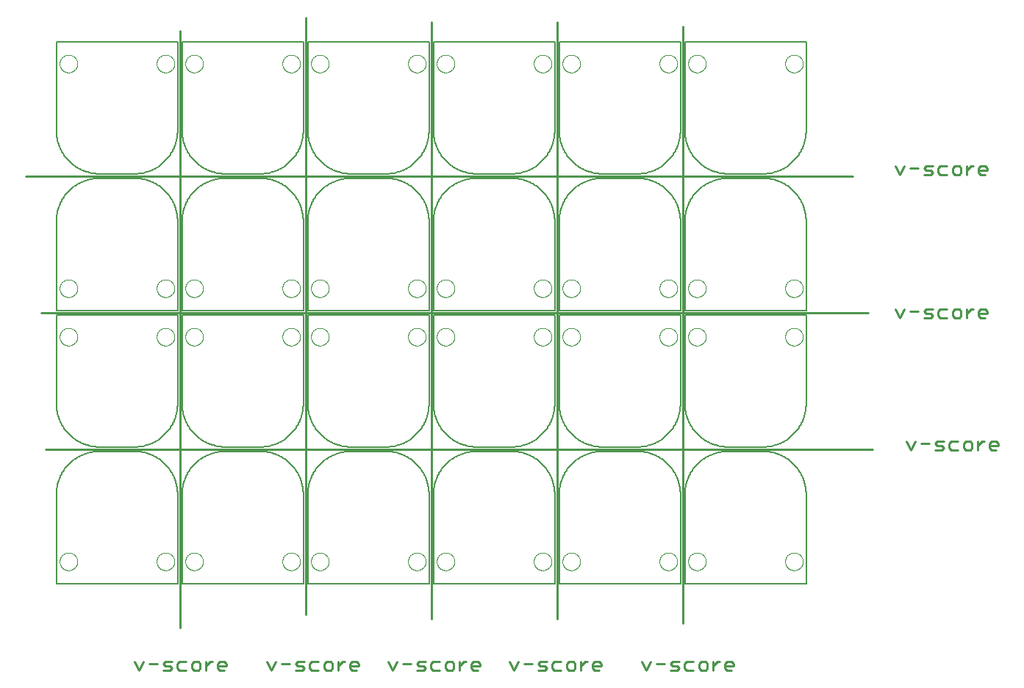
<source format=gko>
G75*
%MOIN*%
%OFA0B0*%
%FSLAX25Y25*%
%IPPOS*%
%LPD*%
%AMOC8*
5,1,8,0,0,1.08239X$1,22.5*
%
%ADD10C,0.00800*%
%ADD11C,0.01000*%
%ADD12C,0.01100*%
%ADD13C,0.00000*%
D10*
X0015500Y0043333D02*
X0015500Y0083333D01*
X0015499Y0083333D02*
X0015496Y0083812D01*
X0015505Y0084290D01*
X0015525Y0084768D01*
X0015557Y0085246D01*
X0015600Y0085722D01*
X0015655Y0086197D01*
X0015722Y0086671D01*
X0015800Y0087143D01*
X0015890Y0087613D01*
X0015991Y0088081D01*
X0016103Y0088546D01*
X0016227Y0089008D01*
X0016362Y0089467D01*
X0016508Y0089923D01*
X0016665Y0090375D01*
X0016833Y0090823D01*
X0017012Y0091267D01*
X0017202Y0091706D01*
X0017402Y0092140D01*
X0017613Y0092570D01*
X0017834Y0092994D01*
X0018066Y0093413D01*
X0018307Y0093826D01*
X0018559Y0094233D01*
X0018821Y0094633D01*
X0019092Y0095027D01*
X0019373Y0095415D01*
X0019663Y0095795D01*
X0019962Y0096169D01*
X0020270Y0096535D01*
X0020587Y0096893D01*
X0020913Y0097243D01*
X0021247Y0097586D01*
X0021590Y0097920D01*
X0021940Y0098246D01*
X0022298Y0098563D01*
X0022664Y0098871D01*
X0023038Y0099170D01*
X0023418Y0099460D01*
X0023806Y0099741D01*
X0024200Y0100012D01*
X0024600Y0100274D01*
X0025007Y0100526D01*
X0025420Y0100767D01*
X0025839Y0100999D01*
X0026263Y0101220D01*
X0026693Y0101431D01*
X0027127Y0101631D01*
X0027566Y0101821D01*
X0028010Y0102000D01*
X0028458Y0102168D01*
X0028910Y0102325D01*
X0029366Y0102471D01*
X0029825Y0102606D01*
X0030287Y0102730D01*
X0030752Y0102842D01*
X0031220Y0102943D01*
X0031690Y0103033D01*
X0032162Y0103111D01*
X0032636Y0103178D01*
X0033111Y0103233D01*
X0033587Y0103276D01*
X0034065Y0103308D01*
X0034543Y0103328D01*
X0035021Y0103337D01*
X0035500Y0103334D01*
X0035500Y0103333D02*
X0050500Y0103333D01*
X0050500Y0105333D02*
X0035500Y0105333D01*
X0035021Y0105330D01*
X0034543Y0105339D01*
X0034065Y0105359D01*
X0033587Y0105391D01*
X0033111Y0105434D01*
X0032636Y0105489D01*
X0032162Y0105556D01*
X0031690Y0105634D01*
X0031220Y0105724D01*
X0030752Y0105825D01*
X0030287Y0105937D01*
X0029825Y0106061D01*
X0029366Y0106196D01*
X0028910Y0106342D01*
X0028458Y0106499D01*
X0028010Y0106667D01*
X0027566Y0106846D01*
X0027127Y0107036D01*
X0026693Y0107236D01*
X0026263Y0107447D01*
X0025839Y0107668D01*
X0025420Y0107900D01*
X0025007Y0108141D01*
X0024600Y0108393D01*
X0024200Y0108655D01*
X0023806Y0108926D01*
X0023418Y0109207D01*
X0023038Y0109497D01*
X0022664Y0109796D01*
X0022298Y0110104D01*
X0021940Y0110421D01*
X0021590Y0110747D01*
X0021247Y0111081D01*
X0020913Y0111424D01*
X0020587Y0111774D01*
X0020270Y0112132D01*
X0019962Y0112498D01*
X0019663Y0112872D01*
X0019373Y0113252D01*
X0019092Y0113640D01*
X0018821Y0114034D01*
X0018559Y0114434D01*
X0018307Y0114841D01*
X0018066Y0115254D01*
X0017834Y0115673D01*
X0017613Y0116097D01*
X0017402Y0116527D01*
X0017202Y0116961D01*
X0017012Y0117400D01*
X0016833Y0117844D01*
X0016665Y0118292D01*
X0016508Y0118744D01*
X0016362Y0119200D01*
X0016227Y0119659D01*
X0016103Y0120121D01*
X0015991Y0120586D01*
X0015890Y0121054D01*
X0015800Y0121524D01*
X0015722Y0121996D01*
X0015655Y0122470D01*
X0015600Y0122945D01*
X0015557Y0123421D01*
X0015525Y0123899D01*
X0015505Y0124377D01*
X0015496Y0124855D01*
X0015499Y0125334D01*
X0015500Y0125333D02*
X0015500Y0165333D01*
X0070500Y0165333D01*
X0070500Y0125333D01*
X0072500Y0125333D02*
X0072500Y0165333D01*
X0127500Y0165333D01*
X0127500Y0125333D01*
X0129500Y0125333D02*
X0129500Y0165333D01*
X0184500Y0165333D01*
X0184500Y0125333D01*
X0186500Y0125333D02*
X0186500Y0165333D01*
X0241500Y0165333D01*
X0241500Y0125333D01*
X0243500Y0125333D02*
X0243500Y0165333D01*
X0298500Y0165333D01*
X0298500Y0125333D01*
X0300500Y0125333D02*
X0300500Y0165333D01*
X0355500Y0165333D01*
X0355500Y0125333D01*
X0355501Y0125334D02*
X0355504Y0124855D01*
X0355495Y0124377D01*
X0355475Y0123899D01*
X0355443Y0123421D01*
X0355400Y0122945D01*
X0355345Y0122470D01*
X0355278Y0121996D01*
X0355200Y0121524D01*
X0355110Y0121054D01*
X0355009Y0120586D01*
X0354897Y0120121D01*
X0354773Y0119659D01*
X0354638Y0119200D01*
X0354492Y0118744D01*
X0354335Y0118292D01*
X0354167Y0117844D01*
X0353988Y0117400D01*
X0353798Y0116961D01*
X0353598Y0116527D01*
X0353387Y0116097D01*
X0353166Y0115673D01*
X0352934Y0115254D01*
X0352693Y0114841D01*
X0352441Y0114434D01*
X0352179Y0114034D01*
X0351908Y0113640D01*
X0351627Y0113252D01*
X0351337Y0112872D01*
X0351038Y0112498D01*
X0350730Y0112132D01*
X0350413Y0111774D01*
X0350087Y0111424D01*
X0349753Y0111081D01*
X0349410Y0110747D01*
X0349060Y0110421D01*
X0348702Y0110104D01*
X0348336Y0109796D01*
X0347962Y0109497D01*
X0347582Y0109207D01*
X0347194Y0108926D01*
X0346800Y0108655D01*
X0346400Y0108393D01*
X0345993Y0108141D01*
X0345580Y0107900D01*
X0345161Y0107668D01*
X0344737Y0107447D01*
X0344307Y0107236D01*
X0343873Y0107036D01*
X0343434Y0106846D01*
X0342990Y0106667D01*
X0342542Y0106499D01*
X0342090Y0106342D01*
X0341634Y0106196D01*
X0341175Y0106061D01*
X0340713Y0105937D01*
X0340248Y0105825D01*
X0339780Y0105724D01*
X0339310Y0105634D01*
X0338838Y0105556D01*
X0338364Y0105489D01*
X0337889Y0105434D01*
X0337413Y0105391D01*
X0336935Y0105359D01*
X0336457Y0105339D01*
X0335979Y0105330D01*
X0335500Y0105333D01*
X0320500Y0105333D01*
X0320500Y0103333D02*
X0335500Y0103333D01*
X0335500Y0103334D02*
X0335979Y0103337D01*
X0336457Y0103328D01*
X0336935Y0103308D01*
X0337413Y0103276D01*
X0337889Y0103233D01*
X0338364Y0103178D01*
X0338838Y0103111D01*
X0339310Y0103033D01*
X0339780Y0102943D01*
X0340248Y0102842D01*
X0340713Y0102730D01*
X0341175Y0102606D01*
X0341634Y0102471D01*
X0342090Y0102325D01*
X0342542Y0102168D01*
X0342990Y0102000D01*
X0343434Y0101821D01*
X0343873Y0101631D01*
X0344307Y0101431D01*
X0344737Y0101220D01*
X0345161Y0100999D01*
X0345580Y0100767D01*
X0345993Y0100526D01*
X0346400Y0100274D01*
X0346800Y0100012D01*
X0347194Y0099741D01*
X0347582Y0099460D01*
X0347962Y0099170D01*
X0348336Y0098871D01*
X0348702Y0098563D01*
X0349060Y0098246D01*
X0349410Y0097920D01*
X0349753Y0097586D01*
X0350087Y0097243D01*
X0350413Y0096893D01*
X0350730Y0096535D01*
X0351038Y0096169D01*
X0351337Y0095795D01*
X0351627Y0095415D01*
X0351908Y0095027D01*
X0352179Y0094633D01*
X0352441Y0094233D01*
X0352693Y0093826D01*
X0352934Y0093413D01*
X0353166Y0092994D01*
X0353387Y0092570D01*
X0353598Y0092140D01*
X0353798Y0091706D01*
X0353988Y0091267D01*
X0354167Y0090823D01*
X0354335Y0090375D01*
X0354492Y0089923D01*
X0354638Y0089467D01*
X0354773Y0089008D01*
X0354897Y0088546D01*
X0355009Y0088081D01*
X0355110Y0087613D01*
X0355200Y0087143D01*
X0355278Y0086671D01*
X0355345Y0086197D01*
X0355400Y0085722D01*
X0355443Y0085246D01*
X0355475Y0084768D01*
X0355495Y0084290D01*
X0355504Y0083812D01*
X0355501Y0083333D01*
X0355500Y0083333D02*
X0355500Y0043333D01*
X0300500Y0043333D01*
X0300500Y0083333D01*
X0298500Y0083333D02*
X0298500Y0043333D01*
X0243500Y0043333D01*
X0243500Y0083333D01*
X0241500Y0083333D02*
X0241500Y0043333D01*
X0186500Y0043333D01*
X0186500Y0083333D01*
X0184500Y0083333D02*
X0184500Y0043333D01*
X0129500Y0043333D01*
X0129500Y0083333D01*
X0127500Y0083333D02*
X0127500Y0043333D01*
X0072500Y0043333D01*
X0072500Y0083333D01*
X0070500Y0083333D02*
X0070500Y0043333D01*
X0015500Y0043333D01*
X0070501Y0083333D02*
X0070504Y0083812D01*
X0070495Y0084290D01*
X0070475Y0084768D01*
X0070443Y0085246D01*
X0070400Y0085722D01*
X0070345Y0086197D01*
X0070278Y0086671D01*
X0070200Y0087143D01*
X0070110Y0087613D01*
X0070009Y0088081D01*
X0069897Y0088546D01*
X0069773Y0089008D01*
X0069638Y0089467D01*
X0069492Y0089923D01*
X0069335Y0090375D01*
X0069167Y0090823D01*
X0068988Y0091267D01*
X0068798Y0091706D01*
X0068598Y0092140D01*
X0068387Y0092570D01*
X0068166Y0092994D01*
X0067934Y0093413D01*
X0067693Y0093826D01*
X0067441Y0094233D01*
X0067179Y0094633D01*
X0066908Y0095027D01*
X0066627Y0095415D01*
X0066337Y0095795D01*
X0066038Y0096169D01*
X0065730Y0096535D01*
X0065413Y0096893D01*
X0065087Y0097243D01*
X0064753Y0097586D01*
X0064410Y0097920D01*
X0064060Y0098246D01*
X0063702Y0098563D01*
X0063336Y0098871D01*
X0062962Y0099170D01*
X0062582Y0099460D01*
X0062194Y0099741D01*
X0061800Y0100012D01*
X0061400Y0100274D01*
X0060993Y0100526D01*
X0060580Y0100767D01*
X0060161Y0100999D01*
X0059737Y0101220D01*
X0059307Y0101431D01*
X0058873Y0101631D01*
X0058434Y0101821D01*
X0057990Y0102000D01*
X0057542Y0102168D01*
X0057090Y0102325D01*
X0056634Y0102471D01*
X0056175Y0102606D01*
X0055713Y0102730D01*
X0055248Y0102842D01*
X0054780Y0102943D01*
X0054310Y0103033D01*
X0053838Y0103111D01*
X0053364Y0103178D01*
X0052889Y0103233D01*
X0052413Y0103276D01*
X0051935Y0103308D01*
X0051457Y0103328D01*
X0050979Y0103337D01*
X0050500Y0103334D01*
X0050500Y0105333D02*
X0050979Y0105330D01*
X0051457Y0105339D01*
X0051935Y0105359D01*
X0052413Y0105391D01*
X0052889Y0105434D01*
X0053364Y0105489D01*
X0053838Y0105556D01*
X0054310Y0105634D01*
X0054780Y0105724D01*
X0055248Y0105825D01*
X0055713Y0105937D01*
X0056175Y0106061D01*
X0056634Y0106196D01*
X0057090Y0106342D01*
X0057542Y0106499D01*
X0057990Y0106667D01*
X0058434Y0106846D01*
X0058873Y0107036D01*
X0059307Y0107236D01*
X0059737Y0107447D01*
X0060161Y0107668D01*
X0060580Y0107900D01*
X0060993Y0108141D01*
X0061400Y0108393D01*
X0061800Y0108655D01*
X0062194Y0108926D01*
X0062582Y0109207D01*
X0062962Y0109497D01*
X0063336Y0109796D01*
X0063702Y0110104D01*
X0064060Y0110421D01*
X0064410Y0110747D01*
X0064753Y0111081D01*
X0065087Y0111424D01*
X0065413Y0111774D01*
X0065730Y0112132D01*
X0066038Y0112498D01*
X0066337Y0112872D01*
X0066627Y0113252D01*
X0066908Y0113640D01*
X0067179Y0114034D01*
X0067441Y0114434D01*
X0067693Y0114841D01*
X0067934Y0115254D01*
X0068166Y0115673D01*
X0068387Y0116097D01*
X0068598Y0116527D01*
X0068798Y0116961D01*
X0068988Y0117400D01*
X0069167Y0117844D01*
X0069335Y0118292D01*
X0069492Y0118744D01*
X0069638Y0119200D01*
X0069773Y0119659D01*
X0069897Y0120121D01*
X0070009Y0120586D01*
X0070110Y0121054D01*
X0070200Y0121524D01*
X0070278Y0121996D01*
X0070345Y0122470D01*
X0070400Y0122945D01*
X0070443Y0123421D01*
X0070475Y0123899D01*
X0070495Y0124377D01*
X0070504Y0124855D01*
X0070501Y0125334D01*
X0072499Y0125334D02*
X0072496Y0124855D01*
X0072505Y0124377D01*
X0072525Y0123899D01*
X0072557Y0123421D01*
X0072600Y0122945D01*
X0072655Y0122470D01*
X0072722Y0121996D01*
X0072800Y0121524D01*
X0072890Y0121054D01*
X0072991Y0120586D01*
X0073103Y0120121D01*
X0073227Y0119659D01*
X0073362Y0119200D01*
X0073508Y0118744D01*
X0073665Y0118292D01*
X0073833Y0117844D01*
X0074012Y0117400D01*
X0074202Y0116961D01*
X0074402Y0116527D01*
X0074613Y0116097D01*
X0074834Y0115673D01*
X0075066Y0115254D01*
X0075307Y0114841D01*
X0075559Y0114434D01*
X0075821Y0114034D01*
X0076092Y0113640D01*
X0076373Y0113252D01*
X0076663Y0112872D01*
X0076962Y0112498D01*
X0077270Y0112132D01*
X0077587Y0111774D01*
X0077913Y0111424D01*
X0078247Y0111081D01*
X0078590Y0110747D01*
X0078940Y0110421D01*
X0079298Y0110104D01*
X0079664Y0109796D01*
X0080038Y0109497D01*
X0080418Y0109207D01*
X0080806Y0108926D01*
X0081200Y0108655D01*
X0081600Y0108393D01*
X0082007Y0108141D01*
X0082420Y0107900D01*
X0082839Y0107668D01*
X0083263Y0107447D01*
X0083693Y0107236D01*
X0084127Y0107036D01*
X0084566Y0106846D01*
X0085010Y0106667D01*
X0085458Y0106499D01*
X0085910Y0106342D01*
X0086366Y0106196D01*
X0086825Y0106061D01*
X0087287Y0105937D01*
X0087752Y0105825D01*
X0088220Y0105724D01*
X0088690Y0105634D01*
X0089162Y0105556D01*
X0089636Y0105489D01*
X0090111Y0105434D01*
X0090587Y0105391D01*
X0091065Y0105359D01*
X0091543Y0105339D01*
X0092021Y0105330D01*
X0092500Y0105333D01*
X0107500Y0105333D01*
X0107500Y0103333D02*
X0092500Y0103333D01*
X0092500Y0103334D02*
X0092021Y0103337D01*
X0091543Y0103328D01*
X0091065Y0103308D01*
X0090587Y0103276D01*
X0090111Y0103233D01*
X0089636Y0103178D01*
X0089162Y0103111D01*
X0088690Y0103033D01*
X0088220Y0102943D01*
X0087752Y0102842D01*
X0087287Y0102730D01*
X0086825Y0102606D01*
X0086366Y0102471D01*
X0085910Y0102325D01*
X0085458Y0102168D01*
X0085010Y0102000D01*
X0084566Y0101821D01*
X0084127Y0101631D01*
X0083693Y0101431D01*
X0083263Y0101220D01*
X0082839Y0100999D01*
X0082420Y0100767D01*
X0082007Y0100526D01*
X0081600Y0100274D01*
X0081200Y0100012D01*
X0080806Y0099741D01*
X0080418Y0099460D01*
X0080038Y0099170D01*
X0079664Y0098871D01*
X0079298Y0098563D01*
X0078940Y0098246D01*
X0078590Y0097920D01*
X0078247Y0097586D01*
X0077913Y0097243D01*
X0077587Y0096893D01*
X0077270Y0096535D01*
X0076962Y0096169D01*
X0076663Y0095795D01*
X0076373Y0095415D01*
X0076092Y0095027D01*
X0075821Y0094633D01*
X0075559Y0094233D01*
X0075307Y0093826D01*
X0075066Y0093413D01*
X0074834Y0092994D01*
X0074613Y0092570D01*
X0074402Y0092140D01*
X0074202Y0091706D01*
X0074012Y0091267D01*
X0073833Y0090823D01*
X0073665Y0090375D01*
X0073508Y0089923D01*
X0073362Y0089467D01*
X0073227Y0089008D01*
X0073103Y0088546D01*
X0072991Y0088081D01*
X0072890Y0087613D01*
X0072800Y0087143D01*
X0072722Y0086671D01*
X0072655Y0086197D01*
X0072600Y0085722D01*
X0072557Y0085246D01*
X0072525Y0084768D01*
X0072505Y0084290D01*
X0072496Y0083812D01*
X0072499Y0083333D01*
X0107500Y0103334D02*
X0107979Y0103337D01*
X0108457Y0103328D01*
X0108935Y0103308D01*
X0109413Y0103276D01*
X0109889Y0103233D01*
X0110364Y0103178D01*
X0110838Y0103111D01*
X0111310Y0103033D01*
X0111780Y0102943D01*
X0112248Y0102842D01*
X0112713Y0102730D01*
X0113175Y0102606D01*
X0113634Y0102471D01*
X0114090Y0102325D01*
X0114542Y0102168D01*
X0114990Y0102000D01*
X0115434Y0101821D01*
X0115873Y0101631D01*
X0116307Y0101431D01*
X0116737Y0101220D01*
X0117161Y0100999D01*
X0117580Y0100767D01*
X0117993Y0100526D01*
X0118400Y0100274D01*
X0118800Y0100012D01*
X0119194Y0099741D01*
X0119582Y0099460D01*
X0119962Y0099170D01*
X0120336Y0098871D01*
X0120702Y0098563D01*
X0121060Y0098246D01*
X0121410Y0097920D01*
X0121753Y0097586D01*
X0122087Y0097243D01*
X0122413Y0096893D01*
X0122730Y0096535D01*
X0123038Y0096169D01*
X0123337Y0095795D01*
X0123627Y0095415D01*
X0123908Y0095027D01*
X0124179Y0094633D01*
X0124441Y0094233D01*
X0124693Y0093826D01*
X0124934Y0093413D01*
X0125166Y0092994D01*
X0125387Y0092570D01*
X0125598Y0092140D01*
X0125798Y0091706D01*
X0125988Y0091267D01*
X0126167Y0090823D01*
X0126335Y0090375D01*
X0126492Y0089923D01*
X0126638Y0089467D01*
X0126773Y0089008D01*
X0126897Y0088546D01*
X0127009Y0088081D01*
X0127110Y0087613D01*
X0127200Y0087143D01*
X0127278Y0086671D01*
X0127345Y0086197D01*
X0127400Y0085722D01*
X0127443Y0085246D01*
X0127475Y0084768D01*
X0127495Y0084290D01*
X0127504Y0083812D01*
X0127501Y0083333D01*
X0129499Y0083333D02*
X0129496Y0083812D01*
X0129505Y0084290D01*
X0129525Y0084768D01*
X0129557Y0085246D01*
X0129600Y0085722D01*
X0129655Y0086197D01*
X0129722Y0086671D01*
X0129800Y0087143D01*
X0129890Y0087613D01*
X0129991Y0088081D01*
X0130103Y0088546D01*
X0130227Y0089008D01*
X0130362Y0089467D01*
X0130508Y0089923D01*
X0130665Y0090375D01*
X0130833Y0090823D01*
X0131012Y0091267D01*
X0131202Y0091706D01*
X0131402Y0092140D01*
X0131613Y0092570D01*
X0131834Y0092994D01*
X0132066Y0093413D01*
X0132307Y0093826D01*
X0132559Y0094233D01*
X0132821Y0094633D01*
X0133092Y0095027D01*
X0133373Y0095415D01*
X0133663Y0095795D01*
X0133962Y0096169D01*
X0134270Y0096535D01*
X0134587Y0096893D01*
X0134913Y0097243D01*
X0135247Y0097586D01*
X0135590Y0097920D01*
X0135940Y0098246D01*
X0136298Y0098563D01*
X0136664Y0098871D01*
X0137038Y0099170D01*
X0137418Y0099460D01*
X0137806Y0099741D01*
X0138200Y0100012D01*
X0138600Y0100274D01*
X0139007Y0100526D01*
X0139420Y0100767D01*
X0139839Y0100999D01*
X0140263Y0101220D01*
X0140693Y0101431D01*
X0141127Y0101631D01*
X0141566Y0101821D01*
X0142010Y0102000D01*
X0142458Y0102168D01*
X0142910Y0102325D01*
X0143366Y0102471D01*
X0143825Y0102606D01*
X0144287Y0102730D01*
X0144752Y0102842D01*
X0145220Y0102943D01*
X0145690Y0103033D01*
X0146162Y0103111D01*
X0146636Y0103178D01*
X0147111Y0103233D01*
X0147587Y0103276D01*
X0148065Y0103308D01*
X0148543Y0103328D01*
X0149021Y0103337D01*
X0149500Y0103334D01*
X0149500Y0103333D02*
X0164500Y0103333D01*
X0164500Y0105333D02*
X0149500Y0105333D01*
X0149021Y0105330D01*
X0148543Y0105339D01*
X0148065Y0105359D01*
X0147587Y0105391D01*
X0147111Y0105434D01*
X0146636Y0105489D01*
X0146162Y0105556D01*
X0145690Y0105634D01*
X0145220Y0105724D01*
X0144752Y0105825D01*
X0144287Y0105937D01*
X0143825Y0106061D01*
X0143366Y0106196D01*
X0142910Y0106342D01*
X0142458Y0106499D01*
X0142010Y0106667D01*
X0141566Y0106846D01*
X0141127Y0107036D01*
X0140693Y0107236D01*
X0140263Y0107447D01*
X0139839Y0107668D01*
X0139420Y0107900D01*
X0139007Y0108141D01*
X0138600Y0108393D01*
X0138200Y0108655D01*
X0137806Y0108926D01*
X0137418Y0109207D01*
X0137038Y0109497D01*
X0136664Y0109796D01*
X0136298Y0110104D01*
X0135940Y0110421D01*
X0135590Y0110747D01*
X0135247Y0111081D01*
X0134913Y0111424D01*
X0134587Y0111774D01*
X0134270Y0112132D01*
X0133962Y0112498D01*
X0133663Y0112872D01*
X0133373Y0113252D01*
X0133092Y0113640D01*
X0132821Y0114034D01*
X0132559Y0114434D01*
X0132307Y0114841D01*
X0132066Y0115254D01*
X0131834Y0115673D01*
X0131613Y0116097D01*
X0131402Y0116527D01*
X0131202Y0116961D01*
X0131012Y0117400D01*
X0130833Y0117844D01*
X0130665Y0118292D01*
X0130508Y0118744D01*
X0130362Y0119200D01*
X0130227Y0119659D01*
X0130103Y0120121D01*
X0129991Y0120586D01*
X0129890Y0121054D01*
X0129800Y0121524D01*
X0129722Y0121996D01*
X0129655Y0122470D01*
X0129600Y0122945D01*
X0129557Y0123421D01*
X0129525Y0123899D01*
X0129505Y0124377D01*
X0129496Y0124855D01*
X0129499Y0125334D01*
X0127501Y0125334D02*
X0127504Y0124855D01*
X0127495Y0124377D01*
X0127475Y0123899D01*
X0127443Y0123421D01*
X0127400Y0122945D01*
X0127345Y0122470D01*
X0127278Y0121996D01*
X0127200Y0121524D01*
X0127110Y0121054D01*
X0127009Y0120586D01*
X0126897Y0120121D01*
X0126773Y0119659D01*
X0126638Y0119200D01*
X0126492Y0118744D01*
X0126335Y0118292D01*
X0126167Y0117844D01*
X0125988Y0117400D01*
X0125798Y0116961D01*
X0125598Y0116527D01*
X0125387Y0116097D01*
X0125166Y0115673D01*
X0124934Y0115254D01*
X0124693Y0114841D01*
X0124441Y0114434D01*
X0124179Y0114034D01*
X0123908Y0113640D01*
X0123627Y0113252D01*
X0123337Y0112872D01*
X0123038Y0112498D01*
X0122730Y0112132D01*
X0122413Y0111774D01*
X0122087Y0111424D01*
X0121753Y0111081D01*
X0121410Y0110747D01*
X0121060Y0110421D01*
X0120702Y0110104D01*
X0120336Y0109796D01*
X0119962Y0109497D01*
X0119582Y0109207D01*
X0119194Y0108926D01*
X0118800Y0108655D01*
X0118400Y0108393D01*
X0117993Y0108141D01*
X0117580Y0107900D01*
X0117161Y0107668D01*
X0116737Y0107447D01*
X0116307Y0107236D01*
X0115873Y0107036D01*
X0115434Y0106846D01*
X0114990Y0106667D01*
X0114542Y0106499D01*
X0114090Y0106342D01*
X0113634Y0106196D01*
X0113175Y0106061D01*
X0112713Y0105937D01*
X0112248Y0105825D01*
X0111780Y0105724D01*
X0111310Y0105634D01*
X0110838Y0105556D01*
X0110364Y0105489D01*
X0109889Y0105434D01*
X0109413Y0105391D01*
X0108935Y0105359D01*
X0108457Y0105339D01*
X0107979Y0105330D01*
X0107500Y0105333D01*
X0164500Y0105333D02*
X0164979Y0105330D01*
X0165457Y0105339D01*
X0165935Y0105359D01*
X0166413Y0105391D01*
X0166889Y0105434D01*
X0167364Y0105489D01*
X0167838Y0105556D01*
X0168310Y0105634D01*
X0168780Y0105724D01*
X0169248Y0105825D01*
X0169713Y0105937D01*
X0170175Y0106061D01*
X0170634Y0106196D01*
X0171090Y0106342D01*
X0171542Y0106499D01*
X0171990Y0106667D01*
X0172434Y0106846D01*
X0172873Y0107036D01*
X0173307Y0107236D01*
X0173737Y0107447D01*
X0174161Y0107668D01*
X0174580Y0107900D01*
X0174993Y0108141D01*
X0175400Y0108393D01*
X0175800Y0108655D01*
X0176194Y0108926D01*
X0176582Y0109207D01*
X0176962Y0109497D01*
X0177336Y0109796D01*
X0177702Y0110104D01*
X0178060Y0110421D01*
X0178410Y0110747D01*
X0178753Y0111081D01*
X0179087Y0111424D01*
X0179413Y0111774D01*
X0179730Y0112132D01*
X0180038Y0112498D01*
X0180337Y0112872D01*
X0180627Y0113252D01*
X0180908Y0113640D01*
X0181179Y0114034D01*
X0181441Y0114434D01*
X0181693Y0114841D01*
X0181934Y0115254D01*
X0182166Y0115673D01*
X0182387Y0116097D01*
X0182598Y0116527D01*
X0182798Y0116961D01*
X0182988Y0117400D01*
X0183167Y0117844D01*
X0183335Y0118292D01*
X0183492Y0118744D01*
X0183638Y0119200D01*
X0183773Y0119659D01*
X0183897Y0120121D01*
X0184009Y0120586D01*
X0184110Y0121054D01*
X0184200Y0121524D01*
X0184278Y0121996D01*
X0184345Y0122470D01*
X0184400Y0122945D01*
X0184443Y0123421D01*
X0184475Y0123899D01*
X0184495Y0124377D01*
X0184504Y0124855D01*
X0184501Y0125334D01*
X0186499Y0125334D02*
X0186496Y0124855D01*
X0186505Y0124377D01*
X0186525Y0123899D01*
X0186557Y0123421D01*
X0186600Y0122945D01*
X0186655Y0122470D01*
X0186722Y0121996D01*
X0186800Y0121524D01*
X0186890Y0121054D01*
X0186991Y0120586D01*
X0187103Y0120121D01*
X0187227Y0119659D01*
X0187362Y0119200D01*
X0187508Y0118744D01*
X0187665Y0118292D01*
X0187833Y0117844D01*
X0188012Y0117400D01*
X0188202Y0116961D01*
X0188402Y0116527D01*
X0188613Y0116097D01*
X0188834Y0115673D01*
X0189066Y0115254D01*
X0189307Y0114841D01*
X0189559Y0114434D01*
X0189821Y0114034D01*
X0190092Y0113640D01*
X0190373Y0113252D01*
X0190663Y0112872D01*
X0190962Y0112498D01*
X0191270Y0112132D01*
X0191587Y0111774D01*
X0191913Y0111424D01*
X0192247Y0111081D01*
X0192590Y0110747D01*
X0192940Y0110421D01*
X0193298Y0110104D01*
X0193664Y0109796D01*
X0194038Y0109497D01*
X0194418Y0109207D01*
X0194806Y0108926D01*
X0195200Y0108655D01*
X0195600Y0108393D01*
X0196007Y0108141D01*
X0196420Y0107900D01*
X0196839Y0107668D01*
X0197263Y0107447D01*
X0197693Y0107236D01*
X0198127Y0107036D01*
X0198566Y0106846D01*
X0199010Y0106667D01*
X0199458Y0106499D01*
X0199910Y0106342D01*
X0200366Y0106196D01*
X0200825Y0106061D01*
X0201287Y0105937D01*
X0201752Y0105825D01*
X0202220Y0105724D01*
X0202690Y0105634D01*
X0203162Y0105556D01*
X0203636Y0105489D01*
X0204111Y0105434D01*
X0204587Y0105391D01*
X0205065Y0105359D01*
X0205543Y0105339D01*
X0206021Y0105330D01*
X0206500Y0105333D01*
X0221500Y0105333D01*
X0221500Y0103333D02*
X0206500Y0103333D01*
X0206500Y0103334D02*
X0206021Y0103337D01*
X0205543Y0103328D01*
X0205065Y0103308D01*
X0204587Y0103276D01*
X0204111Y0103233D01*
X0203636Y0103178D01*
X0203162Y0103111D01*
X0202690Y0103033D01*
X0202220Y0102943D01*
X0201752Y0102842D01*
X0201287Y0102730D01*
X0200825Y0102606D01*
X0200366Y0102471D01*
X0199910Y0102325D01*
X0199458Y0102168D01*
X0199010Y0102000D01*
X0198566Y0101821D01*
X0198127Y0101631D01*
X0197693Y0101431D01*
X0197263Y0101220D01*
X0196839Y0100999D01*
X0196420Y0100767D01*
X0196007Y0100526D01*
X0195600Y0100274D01*
X0195200Y0100012D01*
X0194806Y0099741D01*
X0194418Y0099460D01*
X0194038Y0099170D01*
X0193664Y0098871D01*
X0193298Y0098563D01*
X0192940Y0098246D01*
X0192590Y0097920D01*
X0192247Y0097586D01*
X0191913Y0097243D01*
X0191587Y0096893D01*
X0191270Y0096535D01*
X0190962Y0096169D01*
X0190663Y0095795D01*
X0190373Y0095415D01*
X0190092Y0095027D01*
X0189821Y0094633D01*
X0189559Y0094233D01*
X0189307Y0093826D01*
X0189066Y0093413D01*
X0188834Y0092994D01*
X0188613Y0092570D01*
X0188402Y0092140D01*
X0188202Y0091706D01*
X0188012Y0091267D01*
X0187833Y0090823D01*
X0187665Y0090375D01*
X0187508Y0089923D01*
X0187362Y0089467D01*
X0187227Y0089008D01*
X0187103Y0088546D01*
X0186991Y0088081D01*
X0186890Y0087613D01*
X0186800Y0087143D01*
X0186722Y0086671D01*
X0186655Y0086197D01*
X0186600Y0085722D01*
X0186557Y0085246D01*
X0186525Y0084768D01*
X0186505Y0084290D01*
X0186496Y0083812D01*
X0186499Y0083333D01*
X0184501Y0083333D02*
X0184504Y0083812D01*
X0184495Y0084290D01*
X0184475Y0084768D01*
X0184443Y0085246D01*
X0184400Y0085722D01*
X0184345Y0086197D01*
X0184278Y0086671D01*
X0184200Y0087143D01*
X0184110Y0087613D01*
X0184009Y0088081D01*
X0183897Y0088546D01*
X0183773Y0089008D01*
X0183638Y0089467D01*
X0183492Y0089923D01*
X0183335Y0090375D01*
X0183167Y0090823D01*
X0182988Y0091267D01*
X0182798Y0091706D01*
X0182598Y0092140D01*
X0182387Y0092570D01*
X0182166Y0092994D01*
X0181934Y0093413D01*
X0181693Y0093826D01*
X0181441Y0094233D01*
X0181179Y0094633D01*
X0180908Y0095027D01*
X0180627Y0095415D01*
X0180337Y0095795D01*
X0180038Y0096169D01*
X0179730Y0096535D01*
X0179413Y0096893D01*
X0179087Y0097243D01*
X0178753Y0097586D01*
X0178410Y0097920D01*
X0178060Y0098246D01*
X0177702Y0098563D01*
X0177336Y0098871D01*
X0176962Y0099170D01*
X0176582Y0099460D01*
X0176194Y0099741D01*
X0175800Y0100012D01*
X0175400Y0100274D01*
X0174993Y0100526D01*
X0174580Y0100767D01*
X0174161Y0100999D01*
X0173737Y0101220D01*
X0173307Y0101431D01*
X0172873Y0101631D01*
X0172434Y0101821D01*
X0171990Y0102000D01*
X0171542Y0102168D01*
X0171090Y0102325D01*
X0170634Y0102471D01*
X0170175Y0102606D01*
X0169713Y0102730D01*
X0169248Y0102842D01*
X0168780Y0102943D01*
X0168310Y0103033D01*
X0167838Y0103111D01*
X0167364Y0103178D01*
X0166889Y0103233D01*
X0166413Y0103276D01*
X0165935Y0103308D01*
X0165457Y0103328D01*
X0164979Y0103337D01*
X0164500Y0103334D01*
X0221500Y0103334D02*
X0221979Y0103337D01*
X0222457Y0103328D01*
X0222935Y0103308D01*
X0223413Y0103276D01*
X0223889Y0103233D01*
X0224364Y0103178D01*
X0224838Y0103111D01*
X0225310Y0103033D01*
X0225780Y0102943D01*
X0226248Y0102842D01*
X0226713Y0102730D01*
X0227175Y0102606D01*
X0227634Y0102471D01*
X0228090Y0102325D01*
X0228542Y0102168D01*
X0228990Y0102000D01*
X0229434Y0101821D01*
X0229873Y0101631D01*
X0230307Y0101431D01*
X0230737Y0101220D01*
X0231161Y0100999D01*
X0231580Y0100767D01*
X0231993Y0100526D01*
X0232400Y0100274D01*
X0232800Y0100012D01*
X0233194Y0099741D01*
X0233582Y0099460D01*
X0233962Y0099170D01*
X0234336Y0098871D01*
X0234702Y0098563D01*
X0235060Y0098246D01*
X0235410Y0097920D01*
X0235753Y0097586D01*
X0236087Y0097243D01*
X0236413Y0096893D01*
X0236730Y0096535D01*
X0237038Y0096169D01*
X0237337Y0095795D01*
X0237627Y0095415D01*
X0237908Y0095027D01*
X0238179Y0094633D01*
X0238441Y0094233D01*
X0238693Y0093826D01*
X0238934Y0093413D01*
X0239166Y0092994D01*
X0239387Y0092570D01*
X0239598Y0092140D01*
X0239798Y0091706D01*
X0239988Y0091267D01*
X0240167Y0090823D01*
X0240335Y0090375D01*
X0240492Y0089923D01*
X0240638Y0089467D01*
X0240773Y0089008D01*
X0240897Y0088546D01*
X0241009Y0088081D01*
X0241110Y0087613D01*
X0241200Y0087143D01*
X0241278Y0086671D01*
X0241345Y0086197D01*
X0241400Y0085722D01*
X0241443Y0085246D01*
X0241475Y0084768D01*
X0241495Y0084290D01*
X0241504Y0083812D01*
X0241501Y0083333D01*
X0243499Y0083333D02*
X0243496Y0083812D01*
X0243505Y0084290D01*
X0243525Y0084768D01*
X0243557Y0085246D01*
X0243600Y0085722D01*
X0243655Y0086197D01*
X0243722Y0086671D01*
X0243800Y0087143D01*
X0243890Y0087613D01*
X0243991Y0088081D01*
X0244103Y0088546D01*
X0244227Y0089008D01*
X0244362Y0089467D01*
X0244508Y0089923D01*
X0244665Y0090375D01*
X0244833Y0090823D01*
X0245012Y0091267D01*
X0245202Y0091706D01*
X0245402Y0092140D01*
X0245613Y0092570D01*
X0245834Y0092994D01*
X0246066Y0093413D01*
X0246307Y0093826D01*
X0246559Y0094233D01*
X0246821Y0094633D01*
X0247092Y0095027D01*
X0247373Y0095415D01*
X0247663Y0095795D01*
X0247962Y0096169D01*
X0248270Y0096535D01*
X0248587Y0096893D01*
X0248913Y0097243D01*
X0249247Y0097586D01*
X0249590Y0097920D01*
X0249940Y0098246D01*
X0250298Y0098563D01*
X0250664Y0098871D01*
X0251038Y0099170D01*
X0251418Y0099460D01*
X0251806Y0099741D01*
X0252200Y0100012D01*
X0252600Y0100274D01*
X0253007Y0100526D01*
X0253420Y0100767D01*
X0253839Y0100999D01*
X0254263Y0101220D01*
X0254693Y0101431D01*
X0255127Y0101631D01*
X0255566Y0101821D01*
X0256010Y0102000D01*
X0256458Y0102168D01*
X0256910Y0102325D01*
X0257366Y0102471D01*
X0257825Y0102606D01*
X0258287Y0102730D01*
X0258752Y0102842D01*
X0259220Y0102943D01*
X0259690Y0103033D01*
X0260162Y0103111D01*
X0260636Y0103178D01*
X0261111Y0103233D01*
X0261587Y0103276D01*
X0262065Y0103308D01*
X0262543Y0103328D01*
X0263021Y0103337D01*
X0263500Y0103334D01*
X0263500Y0103333D02*
X0278500Y0103333D01*
X0278500Y0105333D02*
X0263500Y0105333D01*
X0263021Y0105330D01*
X0262543Y0105339D01*
X0262065Y0105359D01*
X0261587Y0105391D01*
X0261111Y0105434D01*
X0260636Y0105489D01*
X0260162Y0105556D01*
X0259690Y0105634D01*
X0259220Y0105724D01*
X0258752Y0105825D01*
X0258287Y0105937D01*
X0257825Y0106061D01*
X0257366Y0106196D01*
X0256910Y0106342D01*
X0256458Y0106499D01*
X0256010Y0106667D01*
X0255566Y0106846D01*
X0255127Y0107036D01*
X0254693Y0107236D01*
X0254263Y0107447D01*
X0253839Y0107668D01*
X0253420Y0107900D01*
X0253007Y0108141D01*
X0252600Y0108393D01*
X0252200Y0108655D01*
X0251806Y0108926D01*
X0251418Y0109207D01*
X0251038Y0109497D01*
X0250664Y0109796D01*
X0250298Y0110104D01*
X0249940Y0110421D01*
X0249590Y0110747D01*
X0249247Y0111081D01*
X0248913Y0111424D01*
X0248587Y0111774D01*
X0248270Y0112132D01*
X0247962Y0112498D01*
X0247663Y0112872D01*
X0247373Y0113252D01*
X0247092Y0113640D01*
X0246821Y0114034D01*
X0246559Y0114434D01*
X0246307Y0114841D01*
X0246066Y0115254D01*
X0245834Y0115673D01*
X0245613Y0116097D01*
X0245402Y0116527D01*
X0245202Y0116961D01*
X0245012Y0117400D01*
X0244833Y0117844D01*
X0244665Y0118292D01*
X0244508Y0118744D01*
X0244362Y0119200D01*
X0244227Y0119659D01*
X0244103Y0120121D01*
X0243991Y0120586D01*
X0243890Y0121054D01*
X0243800Y0121524D01*
X0243722Y0121996D01*
X0243655Y0122470D01*
X0243600Y0122945D01*
X0243557Y0123421D01*
X0243525Y0123899D01*
X0243505Y0124377D01*
X0243496Y0124855D01*
X0243499Y0125334D01*
X0241501Y0125334D02*
X0241504Y0124855D01*
X0241495Y0124377D01*
X0241475Y0123899D01*
X0241443Y0123421D01*
X0241400Y0122945D01*
X0241345Y0122470D01*
X0241278Y0121996D01*
X0241200Y0121524D01*
X0241110Y0121054D01*
X0241009Y0120586D01*
X0240897Y0120121D01*
X0240773Y0119659D01*
X0240638Y0119200D01*
X0240492Y0118744D01*
X0240335Y0118292D01*
X0240167Y0117844D01*
X0239988Y0117400D01*
X0239798Y0116961D01*
X0239598Y0116527D01*
X0239387Y0116097D01*
X0239166Y0115673D01*
X0238934Y0115254D01*
X0238693Y0114841D01*
X0238441Y0114434D01*
X0238179Y0114034D01*
X0237908Y0113640D01*
X0237627Y0113252D01*
X0237337Y0112872D01*
X0237038Y0112498D01*
X0236730Y0112132D01*
X0236413Y0111774D01*
X0236087Y0111424D01*
X0235753Y0111081D01*
X0235410Y0110747D01*
X0235060Y0110421D01*
X0234702Y0110104D01*
X0234336Y0109796D01*
X0233962Y0109497D01*
X0233582Y0109207D01*
X0233194Y0108926D01*
X0232800Y0108655D01*
X0232400Y0108393D01*
X0231993Y0108141D01*
X0231580Y0107900D01*
X0231161Y0107668D01*
X0230737Y0107447D01*
X0230307Y0107236D01*
X0229873Y0107036D01*
X0229434Y0106846D01*
X0228990Y0106667D01*
X0228542Y0106499D01*
X0228090Y0106342D01*
X0227634Y0106196D01*
X0227175Y0106061D01*
X0226713Y0105937D01*
X0226248Y0105825D01*
X0225780Y0105724D01*
X0225310Y0105634D01*
X0224838Y0105556D01*
X0224364Y0105489D01*
X0223889Y0105434D01*
X0223413Y0105391D01*
X0222935Y0105359D01*
X0222457Y0105339D01*
X0221979Y0105330D01*
X0221500Y0105333D01*
X0278500Y0105333D02*
X0278979Y0105330D01*
X0279457Y0105339D01*
X0279935Y0105359D01*
X0280413Y0105391D01*
X0280889Y0105434D01*
X0281364Y0105489D01*
X0281838Y0105556D01*
X0282310Y0105634D01*
X0282780Y0105724D01*
X0283248Y0105825D01*
X0283713Y0105937D01*
X0284175Y0106061D01*
X0284634Y0106196D01*
X0285090Y0106342D01*
X0285542Y0106499D01*
X0285990Y0106667D01*
X0286434Y0106846D01*
X0286873Y0107036D01*
X0287307Y0107236D01*
X0287737Y0107447D01*
X0288161Y0107668D01*
X0288580Y0107900D01*
X0288993Y0108141D01*
X0289400Y0108393D01*
X0289800Y0108655D01*
X0290194Y0108926D01*
X0290582Y0109207D01*
X0290962Y0109497D01*
X0291336Y0109796D01*
X0291702Y0110104D01*
X0292060Y0110421D01*
X0292410Y0110747D01*
X0292753Y0111081D01*
X0293087Y0111424D01*
X0293413Y0111774D01*
X0293730Y0112132D01*
X0294038Y0112498D01*
X0294337Y0112872D01*
X0294627Y0113252D01*
X0294908Y0113640D01*
X0295179Y0114034D01*
X0295441Y0114434D01*
X0295693Y0114841D01*
X0295934Y0115254D01*
X0296166Y0115673D01*
X0296387Y0116097D01*
X0296598Y0116527D01*
X0296798Y0116961D01*
X0296988Y0117400D01*
X0297167Y0117844D01*
X0297335Y0118292D01*
X0297492Y0118744D01*
X0297638Y0119200D01*
X0297773Y0119659D01*
X0297897Y0120121D01*
X0298009Y0120586D01*
X0298110Y0121054D01*
X0298200Y0121524D01*
X0298278Y0121996D01*
X0298345Y0122470D01*
X0298400Y0122945D01*
X0298443Y0123421D01*
X0298475Y0123899D01*
X0298495Y0124377D01*
X0298504Y0124855D01*
X0298501Y0125334D01*
X0300499Y0125334D02*
X0300496Y0124855D01*
X0300505Y0124377D01*
X0300525Y0123899D01*
X0300557Y0123421D01*
X0300600Y0122945D01*
X0300655Y0122470D01*
X0300722Y0121996D01*
X0300800Y0121524D01*
X0300890Y0121054D01*
X0300991Y0120586D01*
X0301103Y0120121D01*
X0301227Y0119659D01*
X0301362Y0119200D01*
X0301508Y0118744D01*
X0301665Y0118292D01*
X0301833Y0117844D01*
X0302012Y0117400D01*
X0302202Y0116961D01*
X0302402Y0116527D01*
X0302613Y0116097D01*
X0302834Y0115673D01*
X0303066Y0115254D01*
X0303307Y0114841D01*
X0303559Y0114434D01*
X0303821Y0114034D01*
X0304092Y0113640D01*
X0304373Y0113252D01*
X0304663Y0112872D01*
X0304962Y0112498D01*
X0305270Y0112132D01*
X0305587Y0111774D01*
X0305913Y0111424D01*
X0306247Y0111081D01*
X0306590Y0110747D01*
X0306940Y0110421D01*
X0307298Y0110104D01*
X0307664Y0109796D01*
X0308038Y0109497D01*
X0308418Y0109207D01*
X0308806Y0108926D01*
X0309200Y0108655D01*
X0309600Y0108393D01*
X0310007Y0108141D01*
X0310420Y0107900D01*
X0310839Y0107668D01*
X0311263Y0107447D01*
X0311693Y0107236D01*
X0312127Y0107036D01*
X0312566Y0106846D01*
X0313010Y0106667D01*
X0313458Y0106499D01*
X0313910Y0106342D01*
X0314366Y0106196D01*
X0314825Y0106061D01*
X0315287Y0105937D01*
X0315752Y0105825D01*
X0316220Y0105724D01*
X0316690Y0105634D01*
X0317162Y0105556D01*
X0317636Y0105489D01*
X0318111Y0105434D01*
X0318587Y0105391D01*
X0319065Y0105359D01*
X0319543Y0105339D01*
X0320021Y0105330D01*
X0320500Y0105333D01*
X0320500Y0103334D02*
X0320021Y0103337D01*
X0319543Y0103328D01*
X0319065Y0103308D01*
X0318587Y0103276D01*
X0318111Y0103233D01*
X0317636Y0103178D01*
X0317162Y0103111D01*
X0316690Y0103033D01*
X0316220Y0102943D01*
X0315752Y0102842D01*
X0315287Y0102730D01*
X0314825Y0102606D01*
X0314366Y0102471D01*
X0313910Y0102325D01*
X0313458Y0102168D01*
X0313010Y0102000D01*
X0312566Y0101821D01*
X0312127Y0101631D01*
X0311693Y0101431D01*
X0311263Y0101220D01*
X0310839Y0100999D01*
X0310420Y0100767D01*
X0310007Y0100526D01*
X0309600Y0100274D01*
X0309200Y0100012D01*
X0308806Y0099741D01*
X0308418Y0099460D01*
X0308038Y0099170D01*
X0307664Y0098871D01*
X0307298Y0098563D01*
X0306940Y0098246D01*
X0306590Y0097920D01*
X0306247Y0097586D01*
X0305913Y0097243D01*
X0305587Y0096893D01*
X0305270Y0096535D01*
X0304962Y0096169D01*
X0304663Y0095795D01*
X0304373Y0095415D01*
X0304092Y0095027D01*
X0303821Y0094633D01*
X0303559Y0094233D01*
X0303307Y0093826D01*
X0303066Y0093413D01*
X0302834Y0092994D01*
X0302613Y0092570D01*
X0302402Y0092140D01*
X0302202Y0091706D01*
X0302012Y0091267D01*
X0301833Y0090823D01*
X0301665Y0090375D01*
X0301508Y0089923D01*
X0301362Y0089467D01*
X0301227Y0089008D01*
X0301103Y0088546D01*
X0300991Y0088081D01*
X0300890Y0087613D01*
X0300800Y0087143D01*
X0300722Y0086671D01*
X0300655Y0086197D01*
X0300600Y0085722D01*
X0300557Y0085246D01*
X0300525Y0084768D01*
X0300505Y0084290D01*
X0300496Y0083812D01*
X0300499Y0083333D01*
X0298501Y0083333D02*
X0298504Y0083812D01*
X0298495Y0084290D01*
X0298475Y0084768D01*
X0298443Y0085246D01*
X0298400Y0085722D01*
X0298345Y0086197D01*
X0298278Y0086671D01*
X0298200Y0087143D01*
X0298110Y0087613D01*
X0298009Y0088081D01*
X0297897Y0088546D01*
X0297773Y0089008D01*
X0297638Y0089467D01*
X0297492Y0089923D01*
X0297335Y0090375D01*
X0297167Y0090823D01*
X0296988Y0091267D01*
X0296798Y0091706D01*
X0296598Y0092140D01*
X0296387Y0092570D01*
X0296166Y0092994D01*
X0295934Y0093413D01*
X0295693Y0093826D01*
X0295441Y0094233D01*
X0295179Y0094633D01*
X0294908Y0095027D01*
X0294627Y0095415D01*
X0294337Y0095795D01*
X0294038Y0096169D01*
X0293730Y0096535D01*
X0293413Y0096893D01*
X0293087Y0097243D01*
X0292753Y0097586D01*
X0292410Y0097920D01*
X0292060Y0098246D01*
X0291702Y0098563D01*
X0291336Y0098871D01*
X0290962Y0099170D01*
X0290582Y0099460D01*
X0290194Y0099741D01*
X0289800Y0100012D01*
X0289400Y0100274D01*
X0288993Y0100526D01*
X0288580Y0100767D01*
X0288161Y0100999D01*
X0287737Y0101220D01*
X0287307Y0101431D01*
X0286873Y0101631D01*
X0286434Y0101821D01*
X0285990Y0102000D01*
X0285542Y0102168D01*
X0285090Y0102325D01*
X0284634Y0102471D01*
X0284175Y0102606D01*
X0283713Y0102730D01*
X0283248Y0102842D01*
X0282780Y0102943D01*
X0282310Y0103033D01*
X0281838Y0103111D01*
X0281364Y0103178D01*
X0280889Y0103233D01*
X0280413Y0103276D01*
X0279935Y0103308D01*
X0279457Y0103328D01*
X0278979Y0103337D01*
X0278500Y0103334D01*
X0298500Y0167333D02*
X0243500Y0167333D01*
X0243500Y0207333D01*
X0241500Y0207333D02*
X0241500Y0167333D01*
X0186500Y0167333D01*
X0186500Y0207333D01*
X0184500Y0207333D02*
X0184500Y0167333D01*
X0129500Y0167333D01*
X0129500Y0207333D01*
X0127500Y0207333D02*
X0127500Y0167333D01*
X0072500Y0167333D01*
X0072500Y0207333D01*
X0070500Y0207333D02*
X0070500Y0167333D01*
X0015500Y0167333D01*
X0015500Y0207333D01*
X0015499Y0207333D02*
X0015496Y0207812D01*
X0015505Y0208290D01*
X0015525Y0208768D01*
X0015557Y0209246D01*
X0015600Y0209722D01*
X0015655Y0210197D01*
X0015722Y0210671D01*
X0015800Y0211143D01*
X0015890Y0211613D01*
X0015991Y0212081D01*
X0016103Y0212546D01*
X0016227Y0213008D01*
X0016362Y0213467D01*
X0016508Y0213923D01*
X0016665Y0214375D01*
X0016833Y0214823D01*
X0017012Y0215267D01*
X0017202Y0215706D01*
X0017402Y0216140D01*
X0017613Y0216570D01*
X0017834Y0216994D01*
X0018066Y0217413D01*
X0018307Y0217826D01*
X0018559Y0218233D01*
X0018821Y0218633D01*
X0019092Y0219027D01*
X0019373Y0219415D01*
X0019663Y0219795D01*
X0019962Y0220169D01*
X0020270Y0220535D01*
X0020587Y0220893D01*
X0020913Y0221243D01*
X0021247Y0221586D01*
X0021590Y0221920D01*
X0021940Y0222246D01*
X0022298Y0222563D01*
X0022664Y0222871D01*
X0023038Y0223170D01*
X0023418Y0223460D01*
X0023806Y0223741D01*
X0024200Y0224012D01*
X0024600Y0224274D01*
X0025007Y0224526D01*
X0025420Y0224767D01*
X0025839Y0224999D01*
X0026263Y0225220D01*
X0026693Y0225431D01*
X0027127Y0225631D01*
X0027566Y0225821D01*
X0028010Y0226000D01*
X0028458Y0226168D01*
X0028910Y0226325D01*
X0029366Y0226471D01*
X0029825Y0226606D01*
X0030287Y0226730D01*
X0030752Y0226842D01*
X0031220Y0226943D01*
X0031690Y0227033D01*
X0032162Y0227111D01*
X0032636Y0227178D01*
X0033111Y0227233D01*
X0033587Y0227276D01*
X0034065Y0227308D01*
X0034543Y0227328D01*
X0035021Y0227337D01*
X0035500Y0227334D01*
X0035500Y0227333D02*
X0050500Y0227333D01*
X0050500Y0229333D02*
X0035500Y0229333D01*
X0035021Y0229330D01*
X0034543Y0229339D01*
X0034065Y0229359D01*
X0033587Y0229391D01*
X0033111Y0229434D01*
X0032636Y0229489D01*
X0032162Y0229556D01*
X0031690Y0229634D01*
X0031220Y0229724D01*
X0030752Y0229825D01*
X0030287Y0229937D01*
X0029825Y0230061D01*
X0029366Y0230196D01*
X0028910Y0230342D01*
X0028458Y0230499D01*
X0028010Y0230667D01*
X0027566Y0230846D01*
X0027127Y0231036D01*
X0026693Y0231236D01*
X0026263Y0231447D01*
X0025839Y0231668D01*
X0025420Y0231900D01*
X0025007Y0232141D01*
X0024600Y0232393D01*
X0024200Y0232655D01*
X0023806Y0232926D01*
X0023418Y0233207D01*
X0023038Y0233497D01*
X0022664Y0233796D01*
X0022298Y0234104D01*
X0021940Y0234421D01*
X0021590Y0234747D01*
X0021247Y0235081D01*
X0020913Y0235424D01*
X0020587Y0235774D01*
X0020270Y0236132D01*
X0019962Y0236498D01*
X0019663Y0236872D01*
X0019373Y0237252D01*
X0019092Y0237640D01*
X0018821Y0238034D01*
X0018559Y0238434D01*
X0018307Y0238841D01*
X0018066Y0239254D01*
X0017834Y0239673D01*
X0017613Y0240097D01*
X0017402Y0240527D01*
X0017202Y0240961D01*
X0017012Y0241400D01*
X0016833Y0241844D01*
X0016665Y0242292D01*
X0016508Y0242744D01*
X0016362Y0243200D01*
X0016227Y0243659D01*
X0016103Y0244121D01*
X0015991Y0244586D01*
X0015890Y0245054D01*
X0015800Y0245524D01*
X0015722Y0245996D01*
X0015655Y0246470D01*
X0015600Y0246945D01*
X0015557Y0247421D01*
X0015525Y0247899D01*
X0015505Y0248377D01*
X0015496Y0248855D01*
X0015499Y0249334D01*
X0015500Y0249333D02*
X0015500Y0289333D01*
X0070500Y0289333D01*
X0070500Y0249333D01*
X0072500Y0249333D02*
X0072500Y0289333D01*
X0127500Y0289333D01*
X0127500Y0249333D01*
X0129500Y0249333D02*
X0129500Y0289333D01*
X0184500Y0289333D01*
X0184500Y0249333D01*
X0186500Y0249333D02*
X0186500Y0289333D01*
X0241500Y0289333D01*
X0241500Y0249333D01*
X0243500Y0249333D02*
X0243500Y0289333D01*
X0298500Y0289333D01*
X0298500Y0249333D01*
X0300500Y0249333D02*
X0300500Y0289333D01*
X0355500Y0289333D01*
X0355500Y0249333D01*
X0355501Y0249334D02*
X0355504Y0248855D01*
X0355495Y0248377D01*
X0355475Y0247899D01*
X0355443Y0247421D01*
X0355400Y0246945D01*
X0355345Y0246470D01*
X0355278Y0245996D01*
X0355200Y0245524D01*
X0355110Y0245054D01*
X0355009Y0244586D01*
X0354897Y0244121D01*
X0354773Y0243659D01*
X0354638Y0243200D01*
X0354492Y0242744D01*
X0354335Y0242292D01*
X0354167Y0241844D01*
X0353988Y0241400D01*
X0353798Y0240961D01*
X0353598Y0240527D01*
X0353387Y0240097D01*
X0353166Y0239673D01*
X0352934Y0239254D01*
X0352693Y0238841D01*
X0352441Y0238434D01*
X0352179Y0238034D01*
X0351908Y0237640D01*
X0351627Y0237252D01*
X0351337Y0236872D01*
X0351038Y0236498D01*
X0350730Y0236132D01*
X0350413Y0235774D01*
X0350087Y0235424D01*
X0349753Y0235081D01*
X0349410Y0234747D01*
X0349060Y0234421D01*
X0348702Y0234104D01*
X0348336Y0233796D01*
X0347962Y0233497D01*
X0347582Y0233207D01*
X0347194Y0232926D01*
X0346800Y0232655D01*
X0346400Y0232393D01*
X0345993Y0232141D01*
X0345580Y0231900D01*
X0345161Y0231668D01*
X0344737Y0231447D01*
X0344307Y0231236D01*
X0343873Y0231036D01*
X0343434Y0230846D01*
X0342990Y0230667D01*
X0342542Y0230499D01*
X0342090Y0230342D01*
X0341634Y0230196D01*
X0341175Y0230061D01*
X0340713Y0229937D01*
X0340248Y0229825D01*
X0339780Y0229724D01*
X0339310Y0229634D01*
X0338838Y0229556D01*
X0338364Y0229489D01*
X0337889Y0229434D01*
X0337413Y0229391D01*
X0336935Y0229359D01*
X0336457Y0229339D01*
X0335979Y0229330D01*
X0335500Y0229333D01*
X0320500Y0229333D01*
X0320500Y0227333D02*
X0335500Y0227333D01*
X0335500Y0227334D02*
X0335979Y0227337D01*
X0336457Y0227328D01*
X0336935Y0227308D01*
X0337413Y0227276D01*
X0337889Y0227233D01*
X0338364Y0227178D01*
X0338838Y0227111D01*
X0339310Y0227033D01*
X0339780Y0226943D01*
X0340248Y0226842D01*
X0340713Y0226730D01*
X0341175Y0226606D01*
X0341634Y0226471D01*
X0342090Y0226325D01*
X0342542Y0226168D01*
X0342990Y0226000D01*
X0343434Y0225821D01*
X0343873Y0225631D01*
X0344307Y0225431D01*
X0344737Y0225220D01*
X0345161Y0224999D01*
X0345580Y0224767D01*
X0345993Y0224526D01*
X0346400Y0224274D01*
X0346800Y0224012D01*
X0347194Y0223741D01*
X0347582Y0223460D01*
X0347962Y0223170D01*
X0348336Y0222871D01*
X0348702Y0222563D01*
X0349060Y0222246D01*
X0349410Y0221920D01*
X0349753Y0221586D01*
X0350087Y0221243D01*
X0350413Y0220893D01*
X0350730Y0220535D01*
X0351038Y0220169D01*
X0351337Y0219795D01*
X0351627Y0219415D01*
X0351908Y0219027D01*
X0352179Y0218633D01*
X0352441Y0218233D01*
X0352693Y0217826D01*
X0352934Y0217413D01*
X0353166Y0216994D01*
X0353387Y0216570D01*
X0353598Y0216140D01*
X0353798Y0215706D01*
X0353988Y0215267D01*
X0354167Y0214823D01*
X0354335Y0214375D01*
X0354492Y0213923D01*
X0354638Y0213467D01*
X0354773Y0213008D01*
X0354897Y0212546D01*
X0355009Y0212081D01*
X0355110Y0211613D01*
X0355200Y0211143D01*
X0355278Y0210671D01*
X0355345Y0210197D01*
X0355400Y0209722D01*
X0355443Y0209246D01*
X0355475Y0208768D01*
X0355495Y0208290D01*
X0355504Y0207812D01*
X0355501Y0207333D01*
X0355500Y0207333D02*
X0355500Y0167333D01*
X0300500Y0167333D01*
X0300500Y0207333D01*
X0298500Y0207333D02*
X0298500Y0167333D01*
X0298501Y0207333D02*
X0298504Y0207812D01*
X0298495Y0208290D01*
X0298475Y0208768D01*
X0298443Y0209246D01*
X0298400Y0209722D01*
X0298345Y0210197D01*
X0298278Y0210671D01*
X0298200Y0211143D01*
X0298110Y0211613D01*
X0298009Y0212081D01*
X0297897Y0212546D01*
X0297773Y0213008D01*
X0297638Y0213467D01*
X0297492Y0213923D01*
X0297335Y0214375D01*
X0297167Y0214823D01*
X0296988Y0215267D01*
X0296798Y0215706D01*
X0296598Y0216140D01*
X0296387Y0216570D01*
X0296166Y0216994D01*
X0295934Y0217413D01*
X0295693Y0217826D01*
X0295441Y0218233D01*
X0295179Y0218633D01*
X0294908Y0219027D01*
X0294627Y0219415D01*
X0294337Y0219795D01*
X0294038Y0220169D01*
X0293730Y0220535D01*
X0293413Y0220893D01*
X0293087Y0221243D01*
X0292753Y0221586D01*
X0292410Y0221920D01*
X0292060Y0222246D01*
X0291702Y0222563D01*
X0291336Y0222871D01*
X0290962Y0223170D01*
X0290582Y0223460D01*
X0290194Y0223741D01*
X0289800Y0224012D01*
X0289400Y0224274D01*
X0288993Y0224526D01*
X0288580Y0224767D01*
X0288161Y0224999D01*
X0287737Y0225220D01*
X0287307Y0225431D01*
X0286873Y0225631D01*
X0286434Y0225821D01*
X0285990Y0226000D01*
X0285542Y0226168D01*
X0285090Y0226325D01*
X0284634Y0226471D01*
X0284175Y0226606D01*
X0283713Y0226730D01*
X0283248Y0226842D01*
X0282780Y0226943D01*
X0282310Y0227033D01*
X0281838Y0227111D01*
X0281364Y0227178D01*
X0280889Y0227233D01*
X0280413Y0227276D01*
X0279935Y0227308D01*
X0279457Y0227328D01*
X0278979Y0227337D01*
X0278500Y0227334D01*
X0278500Y0227333D02*
X0263500Y0227333D01*
X0263500Y0229333D02*
X0278500Y0229333D01*
X0278979Y0229330D01*
X0279457Y0229339D01*
X0279935Y0229359D01*
X0280413Y0229391D01*
X0280889Y0229434D01*
X0281364Y0229489D01*
X0281838Y0229556D01*
X0282310Y0229634D01*
X0282780Y0229724D01*
X0283248Y0229825D01*
X0283713Y0229937D01*
X0284175Y0230061D01*
X0284634Y0230196D01*
X0285090Y0230342D01*
X0285542Y0230499D01*
X0285990Y0230667D01*
X0286434Y0230846D01*
X0286873Y0231036D01*
X0287307Y0231236D01*
X0287737Y0231447D01*
X0288161Y0231668D01*
X0288580Y0231900D01*
X0288993Y0232141D01*
X0289400Y0232393D01*
X0289800Y0232655D01*
X0290194Y0232926D01*
X0290582Y0233207D01*
X0290962Y0233497D01*
X0291336Y0233796D01*
X0291702Y0234104D01*
X0292060Y0234421D01*
X0292410Y0234747D01*
X0292753Y0235081D01*
X0293087Y0235424D01*
X0293413Y0235774D01*
X0293730Y0236132D01*
X0294038Y0236498D01*
X0294337Y0236872D01*
X0294627Y0237252D01*
X0294908Y0237640D01*
X0295179Y0238034D01*
X0295441Y0238434D01*
X0295693Y0238841D01*
X0295934Y0239254D01*
X0296166Y0239673D01*
X0296387Y0240097D01*
X0296598Y0240527D01*
X0296798Y0240961D01*
X0296988Y0241400D01*
X0297167Y0241844D01*
X0297335Y0242292D01*
X0297492Y0242744D01*
X0297638Y0243200D01*
X0297773Y0243659D01*
X0297897Y0244121D01*
X0298009Y0244586D01*
X0298110Y0245054D01*
X0298200Y0245524D01*
X0298278Y0245996D01*
X0298345Y0246470D01*
X0298400Y0246945D01*
X0298443Y0247421D01*
X0298475Y0247899D01*
X0298495Y0248377D01*
X0298504Y0248855D01*
X0298501Y0249334D01*
X0300499Y0249334D02*
X0300496Y0248855D01*
X0300505Y0248377D01*
X0300525Y0247899D01*
X0300557Y0247421D01*
X0300600Y0246945D01*
X0300655Y0246470D01*
X0300722Y0245996D01*
X0300800Y0245524D01*
X0300890Y0245054D01*
X0300991Y0244586D01*
X0301103Y0244121D01*
X0301227Y0243659D01*
X0301362Y0243200D01*
X0301508Y0242744D01*
X0301665Y0242292D01*
X0301833Y0241844D01*
X0302012Y0241400D01*
X0302202Y0240961D01*
X0302402Y0240527D01*
X0302613Y0240097D01*
X0302834Y0239673D01*
X0303066Y0239254D01*
X0303307Y0238841D01*
X0303559Y0238434D01*
X0303821Y0238034D01*
X0304092Y0237640D01*
X0304373Y0237252D01*
X0304663Y0236872D01*
X0304962Y0236498D01*
X0305270Y0236132D01*
X0305587Y0235774D01*
X0305913Y0235424D01*
X0306247Y0235081D01*
X0306590Y0234747D01*
X0306940Y0234421D01*
X0307298Y0234104D01*
X0307664Y0233796D01*
X0308038Y0233497D01*
X0308418Y0233207D01*
X0308806Y0232926D01*
X0309200Y0232655D01*
X0309600Y0232393D01*
X0310007Y0232141D01*
X0310420Y0231900D01*
X0310839Y0231668D01*
X0311263Y0231447D01*
X0311693Y0231236D01*
X0312127Y0231036D01*
X0312566Y0230846D01*
X0313010Y0230667D01*
X0313458Y0230499D01*
X0313910Y0230342D01*
X0314366Y0230196D01*
X0314825Y0230061D01*
X0315287Y0229937D01*
X0315752Y0229825D01*
X0316220Y0229724D01*
X0316690Y0229634D01*
X0317162Y0229556D01*
X0317636Y0229489D01*
X0318111Y0229434D01*
X0318587Y0229391D01*
X0319065Y0229359D01*
X0319543Y0229339D01*
X0320021Y0229330D01*
X0320500Y0229333D01*
X0320500Y0227334D02*
X0320021Y0227337D01*
X0319543Y0227328D01*
X0319065Y0227308D01*
X0318587Y0227276D01*
X0318111Y0227233D01*
X0317636Y0227178D01*
X0317162Y0227111D01*
X0316690Y0227033D01*
X0316220Y0226943D01*
X0315752Y0226842D01*
X0315287Y0226730D01*
X0314825Y0226606D01*
X0314366Y0226471D01*
X0313910Y0226325D01*
X0313458Y0226168D01*
X0313010Y0226000D01*
X0312566Y0225821D01*
X0312127Y0225631D01*
X0311693Y0225431D01*
X0311263Y0225220D01*
X0310839Y0224999D01*
X0310420Y0224767D01*
X0310007Y0224526D01*
X0309600Y0224274D01*
X0309200Y0224012D01*
X0308806Y0223741D01*
X0308418Y0223460D01*
X0308038Y0223170D01*
X0307664Y0222871D01*
X0307298Y0222563D01*
X0306940Y0222246D01*
X0306590Y0221920D01*
X0306247Y0221586D01*
X0305913Y0221243D01*
X0305587Y0220893D01*
X0305270Y0220535D01*
X0304962Y0220169D01*
X0304663Y0219795D01*
X0304373Y0219415D01*
X0304092Y0219027D01*
X0303821Y0218633D01*
X0303559Y0218233D01*
X0303307Y0217826D01*
X0303066Y0217413D01*
X0302834Y0216994D01*
X0302613Y0216570D01*
X0302402Y0216140D01*
X0302202Y0215706D01*
X0302012Y0215267D01*
X0301833Y0214823D01*
X0301665Y0214375D01*
X0301508Y0213923D01*
X0301362Y0213467D01*
X0301227Y0213008D01*
X0301103Y0212546D01*
X0300991Y0212081D01*
X0300890Y0211613D01*
X0300800Y0211143D01*
X0300722Y0210671D01*
X0300655Y0210197D01*
X0300600Y0209722D01*
X0300557Y0209246D01*
X0300525Y0208768D01*
X0300505Y0208290D01*
X0300496Y0207812D01*
X0300499Y0207333D01*
X0263500Y0227334D02*
X0263021Y0227337D01*
X0262543Y0227328D01*
X0262065Y0227308D01*
X0261587Y0227276D01*
X0261111Y0227233D01*
X0260636Y0227178D01*
X0260162Y0227111D01*
X0259690Y0227033D01*
X0259220Y0226943D01*
X0258752Y0226842D01*
X0258287Y0226730D01*
X0257825Y0226606D01*
X0257366Y0226471D01*
X0256910Y0226325D01*
X0256458Y0226168D01*
X0256010Y0226000D01*
X0255566Y0225821D01*
X0255127Y0225631D01*
X0254693Y0225431D01*
X0254263Y0225220D01*
X0253839Y0224999D01*
X0253420Y0224767D01*
X0253007Y0224526D01*
X0252600Y0224274D01*
X0252200Y0224012D01*
X0251806Y0223741D01*
X0251418Y0223460D01*
X0251038Y0223170D01*
X0250664Y0222871D01*
X0250298Y0222563D01*
X0249940Y0222246D01*
X0249590Y0221920D01*
X0249247Y0221586D01*
X0248913Y0221243D01*
X0248587Y0220893D01*
X0248270Y0220535D01*
X0247962Y0220169D01*
X0247663Y0219795D01*
X0247373Y0219415D01*
X0247092Y0219027D01*
X0246821Y0218633D01*
X0246559Y0218233D01*
X0246307Y0217826D01*
X0246066Y0217413D01*
X0245834Y0216994D01*
X0245613Y0216570D01*
X0245402Y0216140D01*
X0245202Y0215706D01*
X0245012Y0215267D01*
X0244833Y0214823D01*
X0244665Y0214375D01*
X0244508Y0213923D01*
X0244362Y0213467D01*
X0244227Y0213008D01*
X0244103Y0212546D01*
X0243991Y0212081D01*
X0243890Y0211613D01*
X0243800Y0211143D01*
X0243722Y0210671D01*
X0243655Y0210197D01*
X0243600Y0209722D01*
X0243557Y0209246D01*
X0243525Y0208768D01*
X0243505Y0208290D01*
X0243496Y0207812D01*
X0243499Y0207333D01*
X0241501Y0207333D02*
X0241504Y0207812D01*
X0241495Y0208290D01*
X0241475Y0208768D01*
X0241443Y0209246D01*
X0241400Y0209722D01*
X0241345Y0210197D01*
X0241278Y0210671D01*
X0241200Y0211143D01*
X0241110Y0211613D01*
X0241009Y0212081D01*
X0240897Y0212546D01*
X0240773Y0213008D01*
X0240638Y0213467D01*
X0240492Y0213923D01*
X0240335Y0214375D01*
X0240167Y0214823D01*
X0239988Y0215267D01*
X0239798Y0215706D01*
X0239598Y0216140D01*
X0239387Y0216570D01*
X0239166Y0216994D01*
X0238934Y0217413D01*
X0238693Y0217826D01*
X0238441Y0218233D01*
X0238179Y0218633D01*
X0237908Y0219027D01*
X0237627Y0219415D01*
X0237337Y0219795D01*
X0237038Y0220169D01*
X0236730Y0220535D01*
X0236413Y0220893D01*
X0236087Y0221243D01*
X0235753Y0221586D01*
X0235410Y0221920D01*
X0235060Y0222246D01*
X0234702Y0222563D01*
X0234336Y0222871D01*
X0233962Y0223170D01*
X0233582Y0223460D01*
X0233194Y0223741D01*
X0232800Y0224012D01*
X0232400Y0224274D01*
X0231993Y0224526D01*
X0231580Y0224767D01*
X0231161Y0224999D01*
X0230737Y0225220D01*
X0230307Y0225431D01*
X0229873Y0225631D01*
X0229434Y0225821D01*
X0228990Y0226000D01*
X0228542Y0226168D01*
X0228090Y0226325D01*
X0227634Y0226471D01*
X0227175Y0226606D01*
X0226713Y0226730D01*
X0226248Y0226842D01*
X0225780Y0226943D01*
X0225310Y0227033D01*
X0224838Y0227111D01*
X0224364Y0227178D01*
X0223889Y0227233D01*
X0223413Y0227276D01*
X0222935Y0227308D01*
X0222457Y0227328D01*
X0221979Y0227337D01*
X0221500Y0227334D01*
X0221500Y0227333D02*
X0206500Y0227333D01*
X0206500Y0229333D02*
X0221500Y0229333D01*
X0221979Y0229330D01*
X0222457Y0229339D01*
X0222935Y0229359D01*
X0223413Y0229391D01*
X0223889Y0229434D01*
X0224364Y0229489D01*
X0224838Y0229556D01*
X0225310Y0229634D01*
X0225780Y0229724D01*
X0226248Y0229825D01*
X0226713Y0229937D01*
X0227175Y0230061D01*
X0227634Y0230196D01*
X0228090Y0230342D01*
X0228542Y0230499D01*
X0228990Y0230667D01*
X0229434Y0230846D01*
X0229873Y0231036D01*
X0230307Y0231236D01*
X0230737Y0231447D01*
X0231161Y0231668D01*
X0231580Y0231900D01*
X0231993Y0232141D01*
X0232400Y0232393D01*
X0232800Y0232655D01*
X0233194Y0232926D01*
X0233582Y0233207D01*
X0233962Y0233497D01*
X0234336Y0233796D01*
X0234702Y0234104D01*
X0235060Y0234421D01*
X0235410Y0234747D01*
X0235753Y0235081D01*
X0236087Y0235424D01*
X0236413Y0235774D01*
X0236730Y0236132D01*
X0237038Y0236498D01*
X0237337Y0236872D01*
X0237627Y0237252D01*
X0237908Y0237640D01*
X0238179Y0238034D01*
X0238441Y0238434D01*
X0238693Y0238841D01*
X0238934Y0239254D01*
X0239166Y0239673D01*
X0239387Y0240097D01*
X0239598Y0240527D01*
X0239798Y0240961D01*
X0239988Y0241400D01*
X0240167Y0241844D01*
X0240335Y0242292D01*
X0240492Y0242744D01*
X0240638Y0243200D01*
X0240773Y0243659D01*
X0240897Y0244121D01*
X0241009Y0244586D01*
X0241110Y0245054D01*
X0241200Y0245524D01*
X0241278Y0245996D01*
X0241345Y0246470D01*
X0241400Y0246945D01*
X0241443Y0247421D01*
X0241475Y0247899D01*
X0241495Y0248377D01*
X0241504Y0248855D01*
X0241501Y0249334D01*
X0243499Y0249334D02*
X0243496Y0248855D01*
X0243505Y0248377D01*
X0243525Y0247899D01*
X0243557Y0247421D01*
X0243600Y0246945D01*
X0243655Y0246470D01*
X0243722Y0245996D01*
X0243800Y0245524D01*
X0243890Y0245054D01*
X0243991Y0244586D01*
X0244103Y0244121D01*
X0244227Y0243659D01*
X0244362Y0243200D01*
X0244508Y0242744D01*
X0244665Y0242292D01*
X0244833Y0241844D01*
X0245012Y0241400D01*
X0245202Y0240961D01*
X0245402Y0240527D01*
X0245613Y0240097D01*
X0245834Y0239673D01*
X0246066Y0239254D01*
X0246307Y0238841D01*
X0246559Y0238434D01*
X0246821Y0238034D01*
X0247092Y0237640D01*
X0247373Y0237252D01*
X0247663Y0236872D01*
X0247962Y0236498D01*
X0248270Y0236132D01*
X0248587Y0235774D01*
X0248913Y0235424D01*
X0249247Y0235081D01*
X0249590Y0234747D01*
X0249940Y0234421D01*
X0250298Y0234104D01*
X0250664Y0233796D01*
X0251038Y0233497D01*
X0251418Y0233207D01*
X0251806Y0232926D01*
X0252200Y0232655D01*
X0252600Y0232393D01*
X0253007Y0232141D01*
X0253420Y0231900D01*
X0253839Y0231668D01*
X0254263Y0231447D01*
X0254693Y0231236D01*
X0255127Y0231036D01*
X0255566Y0230846D01*
X0256010Y0230667D01*
X0256458Y0230499D01*
X0256910Y0230342D01*
X0257366Y0230196D01*
X0257825Y0230061D01*
X0258287Y0229937D01*
X0258752Y0229825D01*
X0259220Y0229724D01*
X0259690Y0229634D01*
X0260162Y0229556D01*
X0260636Y0229489D01*
X0261111Y0229434D01*
X0261587Y0229391D01*
X0262065Y0229359D01*
X0262543Y0229339D01*
X0263021Y0229330D01*
X0263500Y0229333D01*
X0206500Y0229333D02*
X0206021Y0229330D01*
X0205543Y0229339D01*
X0205065Y0229359D01*
X0204587Y0229391D01*
X0204111Y0229434D01*
X0203636Y0229489D01*
X0203162Y0229556D01*
X0202690Y0229634D01*
X0202220Y0229724D01*
X0201752Y0229825D01*
X0201287Y0229937D01*
X0200825Y0230061D01*
X0200366Y0230196D01*
X0199910Y0230342D01*
X0199458Y0230499D01*
X0199010Y0230667D01*
X0198566Y0230846D01*
X0198127Y0231036D01*
X0197693Y0231236D01*
X0197263Y0231447D01*
X0196839Y0231668D01*
X0196420Y0231900D01*
X0196007Y0232141D01*
X0195600Y0232393D01*
X0195200Y0232655D01*
X0194806Y0232926D01*
X0194418Y0233207D01*
X0194038Y0233497D01*
X0193664Y0233796D01*
X0193298Y0234104D01*
X0192940Y0234421D01*
X0192590Y0234747D01*
X0192247Y0235081D01*
X0191913Y0235424D01*
X0191587Y0235774D01*
X0191270Y0236132D01*
X0190962Y0236498D01*
X0190663Y0236872D01*
X0190373Y0237252D01*
X0190092Y0237640D01*
X0189821Y0238034D01*
X0189559Y0238434D01*
X0189307Y0238841D01*
X0189066Y0239254D01*
X0188834Y0239673D01*
X0188613Y0240097D01*
X0188402Y0240527D01*
X0188202Y0240961D01*
X0188012Y0241400D01*
X0187833Y0241844D01*
X0187665Y0242292D01*
X0187508Y0242744D01*
X0187362Y0243200D01*
X0187227Y0243659D01*
X0187103Y0244121D01*
X0186991Y0244586D01*
X0186890Y0245054D01*
X0186800Y0245524D01*
X0186722Y0245996D01*
X0186655Y0246470D01*
X0186600Y0246945D01*
X0186557Y0247421D01*
X0186525Y0247899D01*
X0186505Y0248377D01*
X0186496Y0248855D01*
X0186499Y0249334D01*
X0184501Y0249334D02*
X0184504Y0248855D01*
X0184495Y0248377D01*
X0184475Y0247899D01*
X0184443Y0247421D01*
X0184400Y0246945D01*
X0184345Y0246470D01*
X0184278Y0245996D01*
X0184200Y0245524D01*
X0184110Y0245054D01*
X0184009Y0244586D01*
X0183897Y0244121D01*
X0183773Y0243659D01*
X0183638Y0243200D01*
X0183492Y0242744D01*
X0183335Y0242292D01*
X0183167Y0241844D01*
X0182988Y0241400D01*
X0182798Y0240961D01*
X0182598Y0240527D01*
X0182387Y0240097D01*
X0182166Y0239673D01*
X0181934Y0239254D01*
X0181693Y0238841D01*
X0181441Y0238434D01*
X0181179Y0238034D01*
X0180908Y0237640D01*
X0180627Y0237252D01*
X0180337Y0236872D01*
X0180038Y0236498D01*
X0179730Y0236132D01*
X0179413Y0235774D01*
X0179087Y0235424D01*
X0178753Y0235081D01*
X0178410Y0234747D01*
X0178060Y0234421D01*
X0177702Y0234104D01*
X0177336Y0233796D01*
X0176962Y0233497D01*
X0176582Y0233207D01*
X0176194Y0232926D01*
X0175800Y0232655D01*
X0175400Y0232393D01*
X0174993Y0232141D01*
X0174580Y0231900D01*
X0174161Y0231668D01*
X0173737Y0231447D01*
X0173307Y0231236D01*
X0172873Y0231036D01*
X0172434Y0230846D01*
X0171990Y0230667D01*
X0171542Y0230499D01*
X0171090Y0230342D01*
X0170634Y0230196D01*
X0170175Y0230061D01*
X0169713Y0229937D01*
X0169248Y0229825D01*
X0168780Y0229724D01*
X0168310Y0229634D01*
X0167838Y0229556D01*
X0167364Y0229489D01*
X0166889Y0229434D01*
X0166413Y0229391D01*
X0165935Y0229359D01*
X0165457Y0229339D01*
X0164979Y0229330D01*
X0164500Y0229333D01*
X0149500Y0229333D01*
X0149500Y0227333D02*
X0164500Y0227333D01*
X0164500Y0227334D02*
X0164979Y0227337D01*
X0165457Y0227328D01*
X0165935Y0227308D01*
X0166413Y0227276D01*
X0166889Y0227233D01*
X0167364Y0227178D01*
X0167838Y0227111D01*
X0168310Y0227033D01*
X0168780Y0226943D01*
X0169248Y0226842D01*
X0169713Y0226730D01*
X0170175Y0226606D01*
X0170634Y0226471D01*
X0171090Y0226325D01*
X0171542Y0226168D01*
X0171990Y0226000D01*
X0172434Y0225821D01*
X0172873Y0225631D01*
X0173307Y0225431D01*
X0173737Y0225220D01*
X0174161Y0224999D01*
X0174580Y0224767D01*
X0174993Y0224526D01*
X0175400Y0224274D01*
X0175800Y0224012D01*
X0176194Y0223741D01*
X0176582Y0223460D01*
X0176962Y0223170D01*
X0177336Y0222871D01*
X0177702Y0222563D01*
X0178060Y0222246D01*
X0178410Y0221920D01*
X0178753Y0221586D01*
X0179087Y0221243D01*
X0179413Y0220893D01*
X0179730Y0220535D01*
X0180038Y0220169D01*
X0180337Y0219795D01*
X0180627Y0219415D01*
X0180908Y0219027D01*
X0181179Y0218633D01*
X0181441Y0218233D01*
X0181693Y0217826D01*
X0181934Y0217413D01*
X0182166Y0216994D01*
X0182387Y0216570D01*
X0182598Y0216140D01*
X0182798Y0215706D01*
X0182988Y0215267D01*
X0183167Y0214823D01*
X0183335Y0214375D01*
X0183492Y0213923D01*
X0183638Y0213467D01*
X0183773Y0213008D01*
X0183897Y0212546D01*
X0184009Y0212081D01*
X0184110Y0211613D01*
X0184200Y0211143D01*
X0184278Y0210671D01*
X0184345Y0210197D01*
X0184400Y0209722D01*
X0184443Y0209246D01*
X0184475Y0208768D01*
X0184495Y0208290D01*
X0184504Y0207812D01*
X0184501Y0207333D01*
X0186499Y0207333D02*
X0186496Y0207812D01*
X0186505Y0208290D01*
X0186525Y0208768D01*
X0186557Y0209246D01*
X0186600Y0209722D01*
X0186655Y0210197D01*
X0186722Y0210671D01*
X0186800Y0211143D01*
X0186890Y0211613D01*
X0186991Y0212081D01*
X0187103Y0212546D01*
X0187227Y0213008D01*
X0187362Y0213467D01*
X0187508Y0213923D01*
X0187665Y0214375D01*
X0187833Y0214823D01*
X0188012Y0215267D01*
X0188202Y0215706D01*
X0188402Y0216140D01*
X0188613Y0216570D01*
X0188834Y0216994D01*
X0189066Y0217413D01*
X0189307Y0217826D01*
X0189559Y0218233D01*
X0189821Y0218633D01*
X0190092Y0219027D01*
X0190373Y0219415D01*
X0190663Y0219795D01*
X0190962Y0220169D01*
X0191270Y0220535D01*
X0191587Y0220893D01*
X0191913Y0221243D01*
X0192247Y0221586D01*
X0192590Y0221920D01*
X0192940Y0222246D01*
X0193298Y0222563D01*
X0193664Y0222871D01*
X0194038Y0223170D01*
X0194418Y0223460D01*
X0194806Y0223741D01*
X0195200Y0224012D01*
X0195600Y0224274D01*
X0196007Y0224526D01*
X0196420Y0224767D01*
X0196839Y0224999D01*
X0197263Y0225220D01*
X0197693Y0225431D01*
X0198127Y0225631D01*
X0198566Y0225821D01*
X0199010Y0226000D01*
X0199458Y0226168D01*
X0199910Y0226325D01*
X0200366Y0226471D01*
X0200825Y0226606D01*
X0201287Y0226730D01*
X0201752Y0226842D01*
X0202220Y0226943D01*
X0202690Y0227033D01*
X0203162Y0227111D01*
X0203636Y0227178D01*
X0204111Y0227233D01*
X0204587Y0227276D01*
X0205065Y0227308D01*
X0205543Y0227328D01*
X0206021Y0227337D01*
X0206500Y0227334D01*
X0149500Y0227334D02*
X0149021Y0227337D01*
X0148543Y0227328D01*
X0148065Y0227308D01*
X0147587Y0227276D01*
X0147111Y0227233D01*
X0146636Y0227178D01*
X0146162Y0227111D01*
X0145690Y0227033D01*
X0145220Y0226943D01*
X0144752Y0226842D01*
X0144287Y0226730D01*
X0143825Y0226606D01*
X0143366Y0226471D01*
X0142910Y0226325D01*
X0142458Y0226168D01*
X0142010Y0226000D01*
X0141566Y0225821D01*
X0141127Y0225631D01*
X0140693Y0225431D01*
X0140263Y0225220D01*
X0139839Y0224999D01*
X0139420Y0224767D01*
X0139007Y0224526D01*
X0138600Y0224274D01*
X0138200Y0224012D01*
X0137806Y0223741D01*
X0137418Y0223460D01*
X0137038Y0223170D01*
X0136664Y0222871D01*
X0136298Y0222563D01*
X0135940Y0222246D01*
X0135590Y0221920D01*
X0135247Y0221586D01*
X0134913Y0221243D01*
X0134587Y0220893D01*
X0134270Y0220535D01*
X0133962Y0220169D01*
X0133663Y0219795D01*
X0133373Y0219415D01*
X0133092Y0219027D01*
X0132821Y0218633D01*
X0132559Y0218233D01*
X0132307Y0217826D01*
X0132066Y0217413D01*
X0131834Y0216994D01*
X0131613Y0216570D01*
X0131402Y0216140D01*
X0131202Y0215706D01*
X0131012Y0215267D01*
X0130833Y0214823D01*
X0130665Y0214375D01*
X0130508Y0213923D01*
X0130362Y0213467D01*
X0130227Y0213008D01*
X0130103Y0212546D01*
X0129991Y0212081D01*
X0129890Y0211613D01*
X0129800Y0211143D01*
X0129722Y0210671D01*
X0129655Y0210197D01*
X0129600Y0209722D01*
X0129557Y0209246D01*
X0129525Y0208768D01*
X0129505Y0208290D01*
X0129496Y0207812D01*
X0129499Y0207333D01*
X0127501Y0207333D02*
X0127504Y0207812D01*
X0127495Y0208290D01*
X0127475Y0208768D01*
X0127443Y0209246D01*
X0127400Y0209722D01*
X0127345Y0210197D01*
X0127278Y0210671D01*
X0127200Y0211143D01*
X0127110Y0211613D01*
X0127009Y0212081D01*
X0126897Y0212546D01*
X0126773Y0213008D01*
X0126638Y0213467D01*
X0126492Y0213923D01*
X0126335Y0214375D01*
X0126167Y0214823D01*
X0125988Y0215267D01*
X0125798Y0215706D01*
X0125598Y0216140D01*
X0125387Y0216570D01*
X0125166Y0216994D01*
X0124934Y0217413D01*
X0124693Y0217826D01*
X0124441Y0218233D01*
X0124179Y0218633D01*
X0123908Y0219027D01*
X0123627Y0219415D01*
X0123337Y0219795D01*
X0123038Y0220169D01*
X0122730Y0220535D01*
X0122413Y0220893D01*
X0122087Y0221243D01*
X0121753Y0221586D01*
X0121410Y0221920D01*
X0121060Y0222246D01*
X0120702Y0222563D01*
X0120336Y0222871D01*
X0119962Y0223170D01*
X0119582Y0223460D01*
X0119194Y0223741D01*
X0118800Y0224012D01*
X0118400Y0224274D01*
X0117993Y0224526D01*
X0117580Y0224767D01*
X0117161Y0224999D01*
X0116737Y0225220D01*
X0116307Y0225431D01*
X0115873Y0225631D01*
X0115434Y0225821D01*
X0114990Y0226000D01*
X0114542Y0226168D01*
X0114090Y0226325D01*
X0113634Y0226471D01*
X0113175Y0226606D01*
X0112713Y0226730D01*
X0112248Y0226842D01*
X0111780Y0226943D01*
X0111310Y0227033D01*
X0110838Y0227111D01*
X0110364Y0227178D01*
X0109889Y0227233D01*
X0109413Y0227276D01*
X0108935Y0227308D01*
X0108457Y0227328D01*
X0107979Y0227337D01*
X0107500Y0227334D01*
X0107500Y0227333D02*
X0092500Y0227333D01*
X0092500Y0229333D02*
X0107500Y0229333D01*
X0107979Y0229330D01*
X0108457Y0229339D01*
X0108935Y0229359D01*
X0109413Y0229391D01*
X0109889Y0229434D01*
X0110364Y0229489D01*
X0110838Y0229556D01*
X0111310Y0229634D01*
X0111780Y0229724D01*
X0112248Y0229825D01*
X0112713Y0229937D01*
X0113175Y0230061D01*
X0113634Y0230196D01*
X0114090Y0230342D01*
X0114542Y0230499D01*
X0114990Y0230667D01*
X0115434Y0230846D01*
X0115873Y0231036D01*
X0116307Y0231236D01*
X0116737Y0231447D01*
X0117161Y0231668D01*
X0117580Y0231900D01*
X0117993Y0232141D01*
X0118400Y0232393D01*
X0118800Y0232655D01*
X0119194Y0232926D01*
X0119582Y0233207D01*
X0119962Y0233497D01*
X0120336Y0233796D01*
X0120702Y0234104D01*
X0121060Y0234421D01*
X0121410Y0234747D01*
X0121753Y0235081D01*
X0122087Y0235424D01*
X0122413Y0235774D01*
X0122730Y0236132D01*
X0123038Y0236498D01*
X0123337Y0236872D01*
X0123627Y0237252D01*
X0123908Y0237640D01*
X0124179Y0238034D01*
X0124441Y0238434D01*
X0124693Y0238841D01*
X0124934Y0239254D01*
X0125166Y0239673D01*
X0125387Y0240097D01*
X0125598Y0240527D01*
X0125798Y0240961D01*
X0125988Y0241400D01*
X0126167Y0241844D01*
X0126335Y0242292D01*
X0126492Y0242744D01*
X0126638Y0243200D01*
X0126773Y0243659D01*
X0126897Y0244121D01*
X0127009Y0244586D01*
X0127110Y0245054D01*
X0127200Y0245524D01*
X0127278Y0245996D01*
X0127345Y0246470D01*
X0127400Y0246945D01*
X0127443Y0247421D01*
X0127475Y0247899D01*
X0127495Y0248377D01*
X0127504Y0248855D01*
X0127501Y0249334D01*
X0129499Y0249334D02*
X0129496Y0248855D01*
X0129505Y0248377D01*
X0129525Y0247899D01*
X0129557Y0247421D01*
X0129600Y0246945D01*
X0129655Y0246470D01*
X0129722Y0245996D01*
X0129800Y0245524D01*
X0129890Y0245054D01*
X0129991Y0244586D01*
X0130103Y0244121D01*
X0130227Y0243659D01*
X0130362Y0243200D01*
X0130508Y0242744D01*
X0130665Y0242292D01*
X0130833Y0241844D01*
X0131012Y0241400D01*
X0131202Y0240961D01*
X0131402Y0240527D01*
X0131613Y0240097D01*
X0131834Y0239673D01*
X0132066Y0239254D01*
X0132307Y0238841D01*
X0132559Y0238434D01*
X0132821Y0238034D01*
X0133092Y0237640D01*
X0133373Y0237252D01*
X0133663Y0236872D01*
X0133962Y0236498D01*
X0134270Y0236132D01*
X0134587Y0235774D01*
X0134913Y0235424D01*
X0135247Y0235081D01*
X0135590Y0234747D01*
X0135940Y0234421D01*
X0136298Y0234104D01*
X0136664Y0233796D01*
X0137038Y0233497D01*
X0137418Y0233207D01*
X0137806Y0232926D01*
X0138200Y0232655D01*
X0138600Y0232393D01*
X0139007Y0232141D01*
X0139420Y0231900D01*
X0139839Y0231668D01*
X0140263Y0231447D01*
X0140693Y0231236D01*
X0141127Y0231036D01*
X0141566Y0230846D01*
X0142010Y0230667D01*
X0142458Y0230499D01*
X0142910Y0230342D01*
X0143366Y0230196D01*
X0143825Y0230061D01*
X0144287Y0229937D01*
X0144752Y0229825D01*
X0145220Y0229724D01*
X0145690Y0229634D01*
X0146162Y0229556D01*
X0146636Y0229489D01*
X0147111Y0229434D01*
X0147587Y0229391D01*
X0148065Y0229359D01*
X0148543Y0229339D01*
X0149021Y0229330D01*
X0149500Y0229333D01*
X0092500Y0229333D02*
X0092021Y0229330D01*
X0091543Y0229339D01*
X0091065Y0229359D01*
X0090587Y0229391D01*
X0090111Y0229434D01*
X0089636Y0229489D01*
X0089162Y0229556D01*
X0088690Y0229634D01*
X0088220Y0229724D01*
X0087752Y0229825D01*
X0087287Y0229937D01*
X0086825Y0230061D01*
X0086366Y0230196D01*
X0085910Y0230342D01*
X0085458Y0230499D01*
X0085010Y0230667D01*
X0084566Y0230846D01*
X0084127Y0231036D01*
X0083693Y0231236D01*
X0083263Y0231447D01*
X0082839Y0231668D01*
X0082420Y0231900D01*
X0082007Y0232141D01*
X0081600Y0232393D01*
X0081200Y0232655D01*
X0080806Y0232926D01*
X0080418Y0233207D01*
X0080038Y0233497D01*
X0079664Y0233796D01*
X0079298Y0234104D01*
X0078940Y0234421D01*
X0078590Y0234747D01*
X0078247Y0235081D01*
X0077913Y0235424D01*
X0077587Y0235774D01*
X0077270Y0236132D01*
X0076962Y0236498D01*
X0076663Y0236872D01*
X0076373Y0237252D01*
X0076092Y0237640D01*
X0075821Y0238034D01*
X0075559Y0238434D01*
X0075307Y0238841D01*
X0075066Y0239254D01*
X0074834Y0239673D01*
X0074613Y0240097D01*
X0074402Y0240527D01*
X0074202Y0240961D01*
X0074012Y0241400D01*
X0073833Y0241844D01*
X0073665Y0242292D01*
X0073508Y0242744D01*
X0073362Y0243200D01*
X0073227Y0243659D01*
X0073103Y0244121D01*
X0072991Y0244586D01*
X0072890Y0245054D01*
X0072800Y0245524D01*
X0072722Y0245996D01*
X0072655Y0246470D01*
X0072600Y0246945D01*
X0072557Y0247421D01*
X0072525Y0247899D01*
X0072505Y0248377D01*
X0072496Y0248855D01*
X0072499Y0249334D01*
X0070501Y0249334D02*
X0070504Y0248855D01*
X0070495Y0248377D01*
X0070475Y0247899D01*
X0070443Y0247421D01*
X0070400Y0246945D01*
X0070345Y0246470D01*
X0070278Y0245996D01*
X0070200Y0245524D01*
X0070110Y0245054D01*
X0070009Y0244586D01*
X0069897Y0244121D01*
X0069773Y0243659D01*
X0069638Y0243200D01*
X0069492Y0242744D01*
X0069335Y0242292D01*
X0069167Y0241844D01*
X0068988Y0241400D01*
X0068798Y0240961D01*
X0068598Y0240527D01*
X0068387Y0240097D01*
X0068166Y0239673D01*
X0067934Y0239254D01*
X0067693Y0238841D01*
X0067441Y0238434D01*
X0067179Y0238034D01*
X0066908Y0237640D01*
X0066627Y0237252D01*
X0066337Y0236872D01*
X0066038Y0236498D01*
X0065730Y0236132D01*
X0065413Y0235774D01*
X0065087Y0235424D01*
X0064753Y0235081D01*
X0064410Y0234747D01*
X0064060Y0234421D01*
X0063702Y0234104D01*
X0063336Y0233796D01*
X0062962Y0233497D01*
X0062582Y0233207D01*
X0062194Y0232926D01*
X0061800Y0232655D01*
X0061400Y0232393D01*
X0060993Y0232141D01*
X0060580Y0231900D01*
X0060161Y0231668D01*
X0059737Y0231447D01*
X0059307Y0231236D01*
X0058873Y0231036D01*
X0058434Y0230846D01*
X0057990Y0230667D01*
X0057542Y0230499D01*
X0057090Y0230342D01*
X0056634Y0230196D01*
X0056175Y0230061D01*
X0055713Y0229937D01*
X0055248Y0229825D01*
X0054780Y0229724D01*
X0054310Y0229634D01*
X0053838Y0229556D01*
X0053364Y0229489D01*
X0052889Y0229434D01*
X0052413Y0229391D01*
X0051935Y0229359D01*
X0051457Y0229339D01*
X0050979Y0229330D01*
X0050500Y0229333D01*
X0050500Y0227334D02*
X0050979Y0227337D01*
X0051457Y0227328D01*
X0051935Y0227308D01*
X0052413Y0227276D01*
X0052889Y0227233D01*
X0053364Y0227178D01*
X0053838Y0227111D01*
X0054310Y0227033D01*
X0054780Y0226943D01*
X0055248Y0226842D01*
X0055713Y0226730D01*
X0056175Y0226606D01*
X0056634Y0226471D01*
X0057090Y0226325D01*
X0057542Y0226168D01*
X0057990Y0226000D01*
X0058434Y0225821D01*
X0058873Y0225631D01*
X0059307Y0225431D01*
X0059737Y0225220D01*
X0060161Y0224999D01*
X0060580Y0224767D01*
X0060993Y0224526D01*
X0061400Y0224274D01*
X0061800Y0224012D01*
X0062194Y0223741D01*
X0062582Y0223460D01*
X0062962Y0223170D01*
X0063336Y0222871D01*
X0063702Y0222563D01*
X0064060Y0222246D01*
X0064410Y0221920D01*
X0064753Y0221586D01*
X0065087Y0221243D01*
X0065413Y0220893D01*
X0065730Y0220535D01*
X0066038Y0220169D01*
X0066337Y0219795D01*
X0066627Y0219415D01*
X0066908Y0219027D01*
X0067179Y0218633D01*
X0067441Y0218233D01*
X0067693Y0217826D01*
X0067934Y0217413D01*
X0068166Y0216994D01*
X0068387Y0216570D01*
X0068598Y0216140D01*
X0068798Y0215706D01*
X0068988Y0215267D01*
X0069167Y0214823D01*
X0069335Y0214375D01*
X0069492Y0213923D01*
X0069638Y0213467D01*
X0069773Y0213008D01*
X0069897Y0212546D01*
X0070009Y0212081D01*
X0070110Y0211613D01*
X0070200Y0211143D01*
X0070278Y0210671D01*
X0070345Y0210197D01*
X0070400Y0209722D01*
X0070443Y0209246D01*
X0070475Y0208768D01*
X0070495Y0208290D01*
X0070504Y0207812D01*
X0070501Y0207333D01*
X0072499Y0207333D02*
X0072496Y0207812D01*
X0072505Y0208290D01*
X0072525Y0208768D01*
X0072557Y0209246D01*
X0072600Y0209722D01*
X0072655Y0210197D01*
X0072722Y0210671D01*
X0072800Y0211143D01*
X0072890Y0211613D01*
X0072991Y0212081D01*
X0073103Y0212546D01*
X0073227Y0213008D01*
X0073362Y0213467D01*
X0073508Y0213923D01*
X0073665Y0214375D01*
X0073833Y0214823D01*
X0074012Y0215267D01*
X0074202Y0215706D01*
X0074402Y0216140D01*
X0074613Y0216570D01*
X0074834Y0216994D01*
X0075066Y0217413D01*
X0075307Y0217826D01*
X0075559Y0218233D01*
X0075821Y0218633D01*
X0076092Y0219027D01*
X0076373Y0219415D01*
X0076663Y0219795D01*
X0076962Y0220169D01*
X0077270Y0220535D01*
X0077587Y0220893D01*
X0077913Y0221243D01*
X0078247Y0221586D01*
X0078590Y0221920D01*
X0078940Y0222246D01*
X0079298Y0222563D01*
X0079664Y0222871D01*
X0080038Y0223170D01*
X0080418Y0223460D01*
X0080806Y0223741D01*
X0081200Y0224012D01*
X0081600Y0224274D01*
X0082007Y0224526D01*
X0082420Y0224767D01*
X0082839Y0224999D01*
X0083263Y0225220D01*
X0083693Y0225431D01*
X0084127Y0225631D01*
X0084566Y0225821D01*
X0085010Y0226000D01*
X0085458Y0226168D01*
X0085910Y0226325D01*
X0086366Y0226471D01*
X0086825Y0226606D01*
X0087287Y0226730D01*
X0087752Y0226842D01*
X0088220Y0226943D01*
X0088690Y0227033D01*
X0089162Y0227111D01*
X0089636Y0227178D01*
X0090111Y0227233D01*
X0090587Y0227276D01*
X0091065Y0227308D01*
X0091543Y0227328D01*
X0092021Y0227337D01*
X0092500Y0227334D01*
D11*
X0001500Y0228333D02*
X0376500Y0228333D01*
X0383500Y0166333D02*
X0008500Y0166333D01*
X0010500Y0104333D02*
X0385500Y0104333D01*
X0299500Y0025333D02*
X0299500Y0296333D01*
X0242500Y0298333D02*
X0242500Y0027333D01*
X0185500Y0027333D02*
X0185500Y0298333D01*
X0128500Y0300333D02*
X0128500Y0029333D01*
X0071500Y0023333D02*
X0071500Y0294333D01*
D12*
X0051050Y0007820D02*
X0053018Y0003883D01*
X0054987Y0007820D01*
X0057495Y0006836D02*
X0061432Y0006836D01*
X0063941Y0006836D02*
X0064925Y0005852D01*
X0066894Y0005852D01*
X0067878Y0004867D01*
X0066894Y0003883D01*
X0063941Y0003883D01*
X0063941Y0006836D02*
X0064925Y0007820D01*
X0067878Y0007820D01*
X0070386Y0006836D02*
X0070386Y0004867D01*
X0071371Y0003883D01*
X0074323Y0003883D01*
X0076832Y0004867D02*
X0076832Y0006836D01*
X0077816Y0007820D01*
X0079785Y0007820D01*
X0080769Y0006836D01*
X0080769Y0004867D01*
X0079785Y0003883D01*
X0077816Y0003883D01*
X0076832Y0004867D01*
X0074323Y0007820D02*
X0071371Y0007820D01*
X0070386Y0006836D01*
X0083277Y0007820D02*
X0083277Y0003883D01*
X0083277Y0005852D02*
X0085246Y0007820D01*
X0086230Y0007820D01*
X0088649Y0006836D02*
X0089633Y0007820D01*
X0091601Y0007820D01*
X0092585Y0006836D01*
X0092585Y0005852D01*
X0088649Y0005852D01*
X0088649Y0006836D02*
X0088649Y0004867D01*
X0089633Y0003883D01*
X0091601Y0003883D01*
X0111050Y0007820D02*
X0113018Y0003883D01*
X0114987Y0007820D01*
X0117495Y0006836D02*
X0121432Y0006836D01*
X0123941Y0006836D02*
X0124925Y0007820D01*
X0127878Y0007820D01*
X0126894Y0005852D02*
X0124925Y0005852D01*
X0123941Y0006836D01*
X0123941Y0003883D02*
X0126894Y0003883D01*
X0127878Y0004867D01*
X0126894Y0005852D01*
X0130386Y0006836D02*
X0130386Y0004867D01*
X0131371Y0003883D01*
X0134323Y0003883D01*
X0136832Y0004867D02*
X0136832Y0006836D01*
X0137816Y0007820D01*
X0139785Y0007820D01*
X0140769Y0006836D01*
X0140769Y0004867D01*
X0139785Y0003883D01*
X0137816Y0003883D01*
X0136832Y0004867D01*
X0134323Y0007820D02*
X0131371Y0007820D01*
X0130386Y0006836D01*
X0143277Y0007820D02*
X0143277Y0003883D01*
X0143277Y0005852D02*
X0145246Y0007820D01*
X0146230Y0007820D01*
X0148649Y0006836D02*
X0148649Y0004867D01*
X0149633Y0003883D01*
X0151601Y0003883D01*
X0152585Y0005852D02*
X0148649Y0005852D01*
X0148649Y0006836D02*
X0149633Y0007820D01*
X0151601Y0007820D01*
X0152585Y0006836D01*
X0152585Y0005852D01*
X0166050Y0007820D02*
X0168018Y0003883D01*
X0169987Y0007820D01*
X0172495Y0006836D02*
X0176432Y0006836D01*
X0178941Y0006836D02*
X0179925Y0007820D01*
X0182878Y0007820D01*
X0181894Y0005852D02*
X0179925Y0005852D01*
X0178941Y0006836D01*
X0178941Y0003883D02*
X0181894Y0003883D01*
X0182878Y0004867D01*
X0181894Y0005852D01*
X0185386Y0006836D02*
X0185386Y0004867D01*
X0186371Y0003883D01*
X0189323Y0003883D01*
X0191832Y0004867D02*
X0192816Y0003883D01*
X0194785Y0003883D01*
X0195769Y0004867D01*
X0195769Y0006836D01*
X0194785Y0007820D01*
X0192816Y0007820D01*
X0191832Y0006836D01*
X0191832Y0004867D01*
X0189323Y0007820D02*
X0186371Y0007820D01*
X0185386Y0006836D01*
X0198277Y0007820D02*
X0198277Y0003883D01*
X0198277Y0005852D02*
X0200246Y0007820D01*
X0201230Y0007820D01*
X0203649Y0006836D02*
X0203649Y0004867D01*
X0204633Y0003883D01*
X0206601Y0003883D01*
X0207585Y0005852D02*
X0203649Y0005852D01*
X0203649Y0006836D02*
X0204633Y0007820D01*
X0206601Y0007820D01*
X0207585Y0006836D01*
X0207585Y0005852D01*
X0221050Y0007820D02*
X0223018Y0003883D01*
X0224987Y0007820D01*
X0227495Y0006836D02*
X0231432Y0006836D01*
X0233941Y0006836D02*
X0234925Y0005852D01*
X0236894Y0005852D01*
X0237878Y0004867D01*
X0236894Y0003883D01*
X0233941Y0003883D01*
X0233941Y0006836D02*
X0234925Y0007820D01*
X0237878Y0007820D01*
X0240386Y0006836D02*
X0240386Y0004867D01*
X0241371Y0003883D01*
X0244323Y0003883D01*
X0246832Y0004867D02*
X0246832Y0006836D01*
X0247816Y0007820D01*
X0249785Y0007820D01*
X0250769Y0006836D01*
X0250769Y0004867D01*
X0249785Y0003883D01*
X0247816Y0003883D01*
X0246832Y0004867D01*
X0244323Y0007820D02*
X0241371Y0007820D01*
X0240386Y0006836D01*
X0253277Y0007820D02*
X0253277Y0003883D01*
X0253277Y0005852D02*
X0255246Y0007820D01*
X0256230Y0007820D01*
X0258649Y0006836D02*
X0259633Y0007820D01*
X0261601Y0007820D01*
X0262585Y0006836D01*
X0262585Y0005852D01*
X0258649Y0005852D01*
X0258649Y0006836D02*
X0258649Y0004867D01*
X0259633Y0003883D01*
X0261601Y0003883D01*
X0281050Y0007820D02*
X0283018Y0003883D01*
X0284987Y0007820D01*
X0287495Y0006836D02*
X0291432Y0006836D01*
X0293941Y0006836D02*
X0294925Y0007820D01*
X0297878Y0007820D01*
X0296894Y0005852D02*
X0294925Y0005852D01*
X0293941Y0006836D01*
X0293941Y0003883D02*
X0296894Y0003883D01*
X0297878Y0004867D01*
X0296894Y0005852D01*
X0300386Y0006836D02*
X0300386Y0004867D01*
X0301371Y0003883D01*
X0304323Y0003883D01*
X0306832Y0004867D02*
X0306832Y0006836D01*
X0307816Y0007820D01*
X0309785Y0007820D01*
X0310769Y0006836D01*
X0310769Y0004867D01*
X0309785Y0003883D01*
X0307816Y0003883D01*
X0306832Y0004867D01*
X0304323Y0007820D02*
X0301371Y0007820D01*
X0300386Y0006836D01*
X0313277Y0007820D02*
X0313277Y0003883D01*
X0313277Y0005852D02*
X0315246Y0007820D01*
X0316230Y0007820D01*
X0318649Y0006836D02*
X0318649Y0004867D01*
X0319633Y0003883D01*
X0321601Y0003883D01*
X0322585Y0005852D02*
X0318649Y0005852D01*
X0318649Y0006836D02*
X0319633Y0007820D01*
X0321601Y0007820D01*
X0322585Y0006836D01*
X0322585Y0005852D01*
X0403018Y0103883D02*
X0404987Y0107820D01*
X0407495Y0106836D02*
X0411432Y0106836D01*
X0413941Y0106836D02*
X0414925Y0107820D01*
X0417878Y0107820D01*
X0416894Y0105852D02*
X0414925Y0105852D01*
X0413941Y0106836D01*
X0413941Y0103883D02*
X0416894Y0103883D01*
X0417878Y0104867D01*
X0416894Y0105852D01*
X0420386Y0106836D02*
X0420386Y0104867D01*
X0421371Y0103883D01*
X0424323Y0103883D01*
X0426832Y0104867D02*
X0426832Y0106836D01*
X0427816Y0107820D01*
X0429785Y0107820D01*
X0430769Y0106836D01*
X0430769Y0104867D01*
X0429785Y0103883D01*
X0427816Y0103883D01*
X0426832Y0104867D01*
X0424323Y0107820D02*
X0421371Y0107820D01*
X0420386Y0106836D01*
X0433277Y0107820D02*
X0433277Y0103883D01*
X0433277Y0105852D02*
X0435246Y0107820D01*
X0436230Y0107820D01*
X0438649Y0106836D02*
X0439633Y0107820D01*
X0441601Y0107820D01*
X0442585Y0106836D01*
X0442585Y0105852D01*
X0438649Y0105852D01*
X0438649Y0106836D02*
X0438649Y0104867D01*
X0439633Y0103883D01*
X0441601Y0103883D01*
X0403018Y0103883D02*
X0401050Y0107820D01*
X0398018Y0163883D02*
X0399987Y0167820D01*
X0402495Y0166836D02*
X0406432Y0166836D01*
X0408941Y0166836D02*
X0409925Y0165852D01*
X0411894Y0165852D01*
X0412878Y0164867D01*
X0411894Y0163883D01*
X0408941Y0163883D01*
X0408941Y0166836D02*
X0409925Y0167820D01*
X0412878Y0167820D01*
X0415386Y0166836D02*
X0415386Y0164867D01*
X0416371Y0163883D01*
X0419323Y0163883D01*
X0421832Y0164867D02*
X0421832Y0166836D01*
X0422816Y0167820D01*
X0424785Y0167820D01*
X0425769Y0166836D01*
X0425769Y0164867D01*
X0424785Y0163883D01*
X0422816Y0163883D01*
X0421832Y0164867D01*
X0419323Y0167820D02*
X0416371Y0167820D01*
X0415386Y0166836D01*
X0428277Y0167820D02*
X0428277Y0163883D01*
X0428277Y0165852D02*
X0430246Y0167820D01*
X0431230Y0167820D01*
X0433649Y0166836D02*
X0434633Y0167820D01*
X0436601Y0167820D01*
X0437585Y0166836D01*
X0437585Y0165852D01*
X0433649Y0165852D01*
X0433649Y0166836D02*
X0433649Y0164867D01*
X0434633Y0163883D01*
X0436601Y0163883D01*
X0398018Y0163883D02*
X0396050Y0167820D01*
X0398018Y0228883D02*
X0399987Y0232820D01*
X0402495Y0231836D02*
X0406432Y0231836D01*
X0408941Y0231836D02*
X0409925Y0232820D01*
X0412878Y0232820D01*
X0411894Y0230852D02*
X0409925Y0230852D01*
X0408941Y0231836D01*
X0408941Y0228883D02*
X0411894Y0228883D01*
X0412878Y0229867D01*
X0411894Y0230852D01*
X0415386Y0231836D02*
X0416371Y0232820D01*
X0419323Y0232820D01*
X0421832Y0231836D02*
X0421832Y0229867D01*
X0422816Y0228883D01*
X0424785Y0228883D01*
X0425769Y0229867D01*
X0425769Y0231836D01*
X0424785Y0232820D01*
X0422816Y0232820D01*
X0421832Y0231836D01*
X0419323Y0228883D02*
X0416371Y0228883D01*
X0415386Y0229867D01*
X0415386Y0231836D01*
X0428277Y0232820D02*
X0428277Y0228883D01*
X0428277Y0230852D02*
X0430246Y0232820D01*
X0431230Y0232820D01*
X0433649Y0231836D02*
X0434633Y0232820D01*
X0436601Y0232820D01*
X0437585Y0231836D01*
X0437585Y0230852D01*
X0433649Y0230852D01*
X0433649Y0231836D02*
X0433649Y0229867D01*
X0434633Y0228883D01*
X0436601Y0228883D01*
X0398018Y0228883D02*
X0396050Y0232820D01*
D13*
X0346000Y0279333D02*
X0346002Y0279459D01*
X0346008Y0279585D01*
X0346018Y0279711D01*
X0346032Y0279837D01*
X0346050Y0279962D01*
X0346072Y0280086D01*
X0346097Y0280210D01*
X0346127Y0280333D01*
X0346160Y0280454D01*
X0346198Y0280575D01*
X0346239Y0280694D01*
X0346284Y0280813D01*
X0346332Y0280929D01*
X0346384Y0281044D01*
X0346440Y0281157D01*
X0346500Y0281269D01*
X0346563Y0281378D01*
X0346629Y0281486D01*
X0346698Y0281591D01*
X0346771Y0281694D01*
X0346848Y0281795D01*
X0346927Y0281893D01*
X0347009Y0281989D01*
X0347095Y0282082D01*
X0347183Y0282173D01*
X0347274Y0282260D01*
X0347368Y0282345D01*
X0347464Y0282426D01*
X0347563Y0282505D01*
X0347664Y0282580D01*
X0347768Y0282652D01*
X0347874Y0282721D01*
X0347982Y0282787D01*
X0348092Y0282849D01*
X0348204Y0282907D01*
X0348317Y0282962D01*
X0348433Y0283013D01*
X0348550Y0283061D01*
X0348668Y0283105D01*
X0348788Y0283145D01*
X0348909Y0283181D01*
X0349031Y0283214D01*
X0349154Y0283243D01*
X0349278Y0283267D01*
X0349402Y0283288D01*
X0349527Y0283305D01*
X0349653Y0283318D01*
X0349779Y0283327D01*
X0349905Y0283332D01*
X0350032Y0283333D01*
X0350158Y0283330D01*
X0350284Y0283323D01*
X0350410Y0283312D01*
X0350535Y0283297D01*
X0350660Y0283278D01*
X0350784Y0283255D01*
X0350908Y0283229D01*
X0351030Y0283198D01*
X0351152Y0283164D01*
X0351272Y0283125D01*
X0351391Y0283083D01*
X0351509Y0283038D01*
X0351625Y0282988D01*
X0351740Y0282935D01*
X0351852Y0282878D01*
X0351963Y0282818D01*
X0352072Y0282754D01*
X0352179Y0282687D01*
X0352284Y0282617D01*
X0352387Y0282543D01*
X0352487Y0282466D01*
X0352585Y0282386D01*
X0352680Y0282303D01*
X0352772Y0282217D01*
X0352862Y0282128D01*
X0352949Y0282036D01*
X0353032Y0281942D01*
X0353113Y0281845D01*
X0353191Y0281745D01*
X0353266Y0281643D01*
X0353337Y0281539D01*
X0353405Y0281432D01*
X0353469Y0281324D01*
X0353530Y0281213D01*
X0353588Y0281101D01*
X0353642Y0280987D01*
X0353692Y0280871D01*
X0353739Y0280754D01*
X0353782Y0280635D01*
X0353821Y0280515D01*
X0353857Y0280394D01*
X0353888Y0280271D01*
X0353916Y0280148D01*
X0353940Y0280024D01*
X0353960Y0279899D01*
X0353976Y0279774D01*
X0353988Y0279648D01*
X0353996Y0279522D01*
X0354000Y0279396D01*
X0354000Y0279270D01*
X0353996Y0279144D01*
X0353988Y0279018D01*
X0353976Y0278892D01*
X0353960Y0278767D01*
X0353940Y0278642D01*
X0353916Y0278518D01*
X0353888Y0278395D01*
X0353857Y0278272D01*
X0353821Y0278151D01*
X0353782Y0278031D01*
X0353739Y0277912D01*
X0353692Y0277795D01*
X0353642Y0277679D01*
X0353588Y0277565D01*
X0353530Y0277453D01*
X0353469Y0277342D01*
X0353405Y0277234D01*
X0353337Y0277127D01*
X0353266Y0277023D01*
X0353191Y0276921D01*
X0353113Y0276821D01*
X0353032Y0276724D01*
X0352949Y0276630D01*
X0352862Y0276538D01*
X0352772Y0276449D01*
X0352680Y0276363D01*
X0352585Y0276280D01*
X0352487Y0276200D01*
X0352387Y0276123D01*
X0352284Y0276049D01*
X0352179Y0275979D01*
X0352072Y0275912D01*
X0351963Y0275848D01*
X0351852Y0275788D01*
X0351740Y0275731D01*
X0351625Y0275678D01*
X0351509Y0275628D01*
X0351391Y0275583D01*
X0351272Y0275541D01*
X0351152Y0275502D01*
X0351030Y0275468D01*
X0350908Y0275437D01*
X0350784Y0275411D01*
X0350660Y0275388D01*
X0350535Y0275369D01*
X0350410Y0275354D01*
X0350284Y0275343D01*
X0350158Y0275336D01*
X0350032Y0275333D01*
X0349905Y0275334D01*
X0349779Y0275339D01*
X0349653Y0275348D01*
X0349527Y0275361D01*
X0349402Y0275378D01*
X0349278Y0275399D01*
X0349154Y0275423D01*
X0349031Y0275452D01*
X0348909Y0275485D01*
X0348788Y0275521D01*
X0348668Y0275561D01*
X0348550Y0275605D01*
X0348433Y0275653D01*
X0348317Y0275704D01*
X0348204Y0275759D01*
X0348092Y0275817D01*
X0347982Y0275879D01*
X0347874Y0275945D01*
X0347768Y0276014D01*
X0347664Y0276086D01*
X0347563Y0276161D01*
X0347464Y0276240D01*
X0347368Y0276321D01*
X0347274Y0276406D01*
X0347183Y0276493D01*
X0347095Y0276584D01*
X0347009Y0276677D01*
X0346927Y0276773D01*
X0346848Y0276871D01*
X0346771Y0276972D01*
X0346698Y0277075D01*
X0346629Y0277180D01*
X0346563Y0277288D01*
X0346500Y0277397D01*
X0346440Y0277509D01*
X0346384Y0277622D01*
X0346332Y0277737D01*
X0346284Y0277853D01*
X0346239Y0277972D01*
X0346198Y0278091D01*
X0346160Y0278212D01*
X0346127Y0278333D01*
X0346097Y0278456D01*
X0346072Y0278580D01*
X0346050Y0278704D01*
X0346032Y0278829D01*
X0346018Y0278955D01*
X0346008Y0279081D01*
X0346002Y0279207D01*
X0346000Y0279333D01*
X0302000Y0279333D02*
X0302002Y0279459D01*
X0302008Y0279585D01*
X0302018Y0279711D01*
X0302032Y0279837D01*
X0302050Y0279962D01*
X0302072Y0280086D01*
X0302097Y0280210D01*
X0302127Y0280333D01*
X0302160Y0280454D01*
X0302198Y0280575D01*
X0302239Y0280694D01*
X0302284Y0280813D01*
X0302332Y0280929D01*
X0302384Y0281044D01*
X0302440Y0281157D01*
X0302500Y0281269D01*
X0302563Y0281378D01*
X0302629Y0281486D01*
X0302698Y0281591D01*
X0302771Y0281694D01*
X0302848Y0281795D01*
X0302927Y0281893D01*
X0303009Y0281989D01*
X0303095Y0282082D01*
X0303183Y0282173D01*
X0303274Y0282260D01*
X0303368Y0282345D01*
X0303464Y0282426D01*
X0303563Y0282505D01*
X0303664Y0282580D01*
X0303768Y0282652D01*
X0303874Y0282721D01*
X0303982Y0282787D01*
X0304092Y0282849D01*
X0304204Y0282907D01*
X0304317Y0282962D01*
X0304433Y0283013D01*
X0304550Y0283061D01*
X0304668Y0283105D01*
X0304788Y0283145D01*
X0304909Y0283181D01*
X0305031Y0283214D01*
X0305154Y0283243D01*
X0305278Y0283267D01*
X0305402Y0283288D01*
X0305527Y0283305D01*
X0305653Y0283318D01*
X0305779Y0283327D01*
X0305905Y0283332D01*
X0306032Y0283333D01*
X0306158Y0283330D01*
X0306284Y0283323D01*
X0306410Y0283312D01*
X0306535Y0283297D01*
X0306660Y0283278D01*
X0306784Y0283255D01*
X0306908Y0283229D01*
X0307030Y0283198D01*
X0307152Y0283164D01*
X0307272Y0283125D01*
X0307391Y0283083D01*
X0307509Y0283038D01*
X0307625Y0282988D01*
X0307740Y0282935D01*
X0307852Y0282878D01*
X0307963Y0282818D01*
X0308072Y0282754D01*
X0308179Y0282687D01*
X0308284Y0282617D01*
X0308387Y0282543D01*
X0308487Y0282466D01*
X0308585Y0282386D01*
X0308680Y0282303D01*
X0308772Y0282217D01*
X0308862Y0282128D01*
X0308949Y0282036D01*
X0309032Y0281942D01*
X0309113Y0281845D01*
X0309191Y0281745D01*
X0309266Y0281643D01*
X0309337Y0281539D01*
X0309405Y0281432D01*
X0309469Y0281324D01*
X0309530Y0281213D01*
X0309588Y0281101D01*
X0309642Y0280987D01*
X0309692Y0280871D01*
X0309739Y0280754D01*
X0309782Y0280635D01*
X0309821Y0280515D01*
X0309857Y0280394D01*
X0309888Y0280271D01*
X0309916Y0280148D01*
X0309940Y0280024D01*
X0309960Y0279899D01*
X0309976Y0279774D01*
X0309988Y0279648D01*
X0309996Y0279522D01*
X0310000Y0279396D01*
X0310000Y0279270D01*
X0309996Y0279144D01*
X0309988Y0279018D01*
X0309976Y0278892D01*
X0309960Y0278767D01*
X0309940Y0278642D01*
X0309916Y0278518D01*
X0309888Y0278395D01*
X0309857Y0278272D01*
X0309821Y0278151D01*
X0309782Y0278031D01*
X0309739Y0277912D01*
X0309692Y0277795D01*
X0309642Y0277679D01*
X0309588Y0277565D01*
X0309530Y0277453D01*
X0309469Y0277342D01*
X0309405Y0277234D01*
X0309337Y0277127D01*
X0309266Y0277023D01*
X0309191Y0276921D01*
X0309113Y0276821D01*
X0309032Y0276724D01*
X0308949Y0276630D01*
X0308862Y0276538D01*
X0308772Y0276449D01*
X0308680Y0276363D01*
X0308585Y0276280D01*
X0308487Y0276200D01*
X0308387Y0276123D01*
X0308284Y0276049D01*
X0308179Y0275979D01*
X0308072Y0275912D01*
X0307963Y0275848D01*
X0307852Y0275788D01*
X0307740Y0275731D01*
X0307625Y0275678D01*
X0307509Y0275628D01*
X0307391Y0275583D01*
X0307272Y0275541D01*
X0307152Y0275502D01*
X0307030Y0275468D01*
X0306908Y0275437D01*
X0306784Y0275411D01*
X0306660Y0275388D01*
X0306535Y0275369D01*
X0306410Y0275354D01*
X0306284Y0275343D01*
X0306158Y0275336D01*
X0306032Y0275333D01*
X0305905Y0275334D01*
X0305779Y0275339D01*
X0305653Y0275348D01*
X0305527Y0275361D01*
X0305402Y0275378D01*
X0305278Y0275399D01*
X0305154Y0275423D01*
X0305031Y0275452D01*
X0304909Y0275485D01*
X0304788Y0275521D01*
X0304668Y0275561D01*
X0304550Y0275605D01*
X0304433Y0275653D01*
X0304317Y0275704D01*
X0304204Y0275759D01*
X0304092Y0275817D01*
X0303982Y0275879D01*
X0303874Y0275945D01*
X0303768Y0276014D01*
X0303664Y0276086D01*
X0303563Y0276161D01*
X0303464Y0276240D01*
X0303368Y0276321D01*
X0303274Y0276406D01*
X0303183Y0276493D01*
X0303095Y0276584D01*
X0303009Y0276677D01*
X0302927Y0276773D01*
X0302848Y0276871D01*
X0302771Y0276972D01*
X0302698Y0277075D01*
X0302629Y0277180D01*
X0302563Y0277288D01*
X0302500Y0277397D01*
X0302440Y0277509D01*
X0302384Y0277622D01*
X0302332Y0277737D01*
X0302284Y0277853D01*
X0302239Y0277972D01*
X0302198Y0278091D01*
X0302160Y0278212D01*
X0302127Y0278333D01*
X0302097Y0278456D01*
X0302072Y0278580D01*
X0302050Y0278704D01*
X0302032Y0278829D01*
X0302018Y0278955D01*
X0302008Y0279081D01*
X0302002Y0279207D01*
X0302000Y0279333D01*
X0289000Y0279333D02*
X0289002Y0279459D01*
X0289008Y0279585D01*
X0289018Y0279711D01*
X0289032Y0279837D01*
X0289050Y0279962D01*
X0289072Y0280086D01*
X0289097Y0280210D01*
X0289127Y0280333D01*
X0289160Y0280454D01*
X0289198Y0280575D01*
X0289239Y0280694D01*
X0289284Y0280813D01*
X0289332Y0280929D01*
X0289384Y0281044D01*
X0289440Y0281157D01*
X0289500Y0281269D01*
X0289563Y0281378D01*
X0289629Y0281486D01*
X0289698Y0281591D01*
X0289771Y0281694D01*
X0289848Y0281795D01*
X0289927Y0281893D01*
X0290009Y0281989D01*
X0290095Y0282082D01*
X0290183Y0282173D01*
X0290274Y0282260D01*
X0290368Y0282345D01*
X0290464Y0282426D01*
X0290563Y0282505D01*
X0290664Y0282580D01*
X0290768Y0282652D01*
X0290874Y0282721D01*
X0290982Y0282787D01*
X0291092Y0282849D01*
X0291204Y0282907D01*
X0291317Y0282962D01*
X0291433Y0283013D01*
X0291550Y0283061D01*
X0291668Y0283105D01*
X0291788Y0283145D01*
X0291909Y0283181D01*
X0292031Y0283214D01*
X0292154Y0283243D01*
X0292278Y0283267D01*
X0292402Y0283288D01*
X0292527Y0283305D01*
X0292653Y0283318D01*
X0292779Y0283327D01*
X0292905Y0283332D01*
X0293032Y0283333D01*
X0293158Y0283330D01*
X0293284Y0283323D01*
X0293410Y0283312D01*
X0293535Y0283297D01*
X0293660Y0283278D01*
X0293784Y0283255D01*
X0293908Y0283229D01*
X0294030Y0283198D01*
X0294152Y0283164D01*
X0294272Y0283125D01*
X0294391Y0283083D01*
X0294509Y0283038D01*
X0294625Y0282988D01*
X0294740Y0282935D01*
X0294852Y0282878D01*
X0294963Y0282818D01*
X0295072Y0282754D01*
X0295179Y0282687D01*
X0295284Y0282617D01*
X0295387Y0282543D01*
X0295487Y0282466D01*
X0295585Y0282386D01*
X0295680Y0282303D01*
X0295772Y0282217D01*
X0295862Y0282128D01*
X0295949Y0282036D01*
X0296032Y0281942D01*
X0296113Y0281845D01*
X0296191Y0281745D01*
X0296266Y0281643D01*
X0296337Y0281539D01*
X0296405Y0281432D01*
X0296469Y0281324D01*
X0296530Y0281213D01*
X0296588Y0281101D01*
X0296642Y0280987D01*
X0296692Y0280871D01*
X0296739Y0280754D01*
X0296782Y0280635D01*
X0296821Y0280515D01*
X0296857Y0280394D01*
X0296888Y0280271D01*
X0296916Y0280148D01*
X0296940Y0280024D01*
X0296960Y0279899D01*
X0296976Y0279774D01*
X0296988Y0279648D01*
X0296996Y0279522D01*
X0297000Y0279396D01*
X0297000Y0279270D01*
X0296996Y0279144D01*
X0296988Y0279018D01*
X0296976Y0278892D01*
X0296960Y0278767D01*
X0296940Y0278642D01*
X0296916Y0278518D01*
X0296888Y0278395D01*
X0296857Y0278272D01*
X0296821Y0278151D01*
X0296782Y0278031D01*
X0296739Y0277912D01*
X0296692Y0277795D01*
X0296642Y0277679D01*
X0296588Y0277565D01*
X0296530Y0277453D01*
X0296469Y0277342D01*
X0296405Y0277234D01*
X0296337Y0277127D01*
X0296266Y0277023D01*
X0296191Y0276921D01*
X0296113Y0276821D01*
X0296032Y0276724D01*
X0295949Y0276630D01*
X0295862Y0276538D01*
X0295772Y0276449D01*
X0295680Y0276363D01*
X0295585Y0276280D01*
X0295487Y0276200D01*
X0295387Y0276123D01*
X0295284Y0276049D01*
X0295179Y0275979D01*
X0295072Y0275912D01*
X0294963Y0275848D01*
X0294852Y0275788D01*
X0294740Y0275731D01*
X0294625Y0275678D01*
X0294509Y0275628D01*
X0294391Y0275583D01*
X0294272Y0275541D01*
X0294152Y0275502D01*
X0294030Y0275468D01*
X0293908Y0275437D01*
X0293784Y0275411D01*
X0293660Y0275388D01*
X0293535Y0275369D01*
X0293410Y0275354D01*
X0293284Y0275343D01*
X0293158Y0275336D01*
X0293032Y0275333D01*
X0292905Y0275334D01*
X0292779Y0275339D01*
X0292653Y0275348D01*
X0292527Y0275361D01*
X0292402Y0275378D01*
X0292278Y0275399D01*
X0292154Y0275423D01*
X0292031Y0275452D01*
X0291909Y0275485D01*
X0291788Y0275521D01*
X0291668Y0275561D01*
X0291550Y0275605D01*
X0291433Y0275653D01*
X0291317Y0275704D01*
X0291204Y0275759D01*
X0291092Y0275817D01*
X0290982Y0275879D01*
X0290874Y0275945D01*
X0290768Y0276014D01*
X0290664Y0276086D01*
X0290563Y0276161D01*
X0290464Y0276240D01*
X0290368Y0276321D01*
X0290274Y0276406D01*
X0290183Y0276493D01*
X0290095Y0276584D01*
X0290009Y0276677D01*
X0289927Y0276773D01*
X0289848Y0276871D01*
X0289771Y0276972D01*
X0289698Y0277075D01*
X0289629Y0277180D01*
X0289563Y0277288D01*
X0289500Y0277397D01*
X0289440Y0277509D01*
X0289384Y0277622D01*
X0289332Y0277737D01*
X0289284Y0277853D01*
X0289239Y0277972D01*
X0289198Y0278091D01*
X0289160Y0278212D01*
X0289127Y0278333D01*
X0289097Y0278456D01*
X0289072Y0278580D01*
X0289050Y0278704D01*
X0289032Y0278829D01*
X0289018Y0278955D01*
X0289008Y0279081D01*
X0289002Y0279207D01*
X0289000Y0279333D01*
X0245000Y0279333D02*
X0245002Y0279459D01*
X0245008Y0279585D01*
X0245018Y0279711D01*
X0245032Y0279837D01*
X0245050Y0279962D01*
X0245072Y0280086D01*
X0245097Y0280210D01*
X0245127Y0280333D01*
X0245160Y0280454D01*
X0245198Y0280575D01*
X0245239Y0280694D01*
X0245284Y0280813D01*
X0245332Y0280929D01*
X0245384Y0281044D01*
X0245440Y0281157D01*
X0245500Y0281269D01*
X0245563Y0281378D01*
X0245629Y0281486D01*
X0245698Y0281591D01*
X0245771Y0281694D01*
X0245848Y0281795D01*
X0245927Y0281893D01*
X0246009Y0281989D01*
X0246095Y0282082D01*
X0246183Y0282173D01*
X0246274Y0282260D01*
X0246368Y0282345D01*
X0246464Y0282426D01*
X0246563Y0282505D01*
X0246664Y0282580D01*
X0246768Y0282652D01*
X0246874Y0282721D01*
X0246982Y0282787D01*
X0247092Y0282849D01*
X0247204Y0282907D01*
X0247317Y0282962D01*
X0247433Y0283013D01*
X0247550Y0283061D01*
X0247668Y0283105D01*
X0247788Y0283145D01*
X0247909Y0283181D01*
X0248031Y0283214D01*
X0248154Y0283243D01*
X0248278Y0283267D01*
X0248402Y0283288D01*
X0248527Y0283305D01*
X0248653Y0283318D01*
X0248779Y0283327D01*
X0248905Y0283332D01*
X0249032Y0283333D01*
X0249158Y0283330D01*
X0249284Y0283323D01*
X0249410Y0283312D01*
X0249535Y0283297D01*
X0249660Y0283278D01*
X0249784Y0283255D01*
X0249908Y0283229D01*
X0250030Y0283198D01*
X0250152Y0283164D01*
X0250272Y0283125D01*
X0250391Y0283083D01*
X0250509Y0283038D01*
X0250625Y0282988D01*
X0250740Y0282935D01*
X0250852Y0282878D01*
X0250963Y0282818D01*
X0251072Y0282754D01*
X0251179Y0282687D01*
X0251284Y0282617D01*
X0251387Y0282543D01*
X0251487Y0282466D01*
X0251585Y0282386D01*
X0251680Y0282303D01*
X0251772Y0282217D01*
X0251862Y0282128D01*
X0251949Y0282036D01*
X0252032Y0281942D01*
X0252113Y0281845D01*
X0252191Y0281745D01*
X0252266Y0281643D01*
X0252337Y0281539D01*
X0252405Y0281432D01*
X0252469Y0281324D01*
X0252530Y0281213D01*
X0252588Y0281101D01*
X0252642Y0280987D01*
X0252692Y0280871D01*
X0252739Y0280754D01*
X0252782Y0280635D01*
X0252821Y0280515D01*
X0252857Y0280394D01*
X0252888Y0280271D01*
X0252916Y0280148D01*
X0252940Y0280024D01*
X0252960Y0279899D01*
X0252976Y0279774D01*
X0252988Y0279648D01*
X0252996Y0279522D01*
X0253000Y0279396D01*
X0253000Y0279270D01*
X0252996Y0279144D01*
X0252988Y0279018D01*
X0252976Y0278892D01*
X0252960Y0278767D01*
X0252940Y0278642D01*
X0252916Y0278518D01*
X0252888Y0278395D01*
X0252857Y0278272D01*
X0252821Y0278151D01*
X0252782Y0278031D01*
X0252739Y0277912D01*
X0252692Y0277795D01*
X0252642Y0277679D01*
X0252588Y0277565D01*
X0252530Y0277453D01*
X0252469Y0277342D01*
X0252405Y0277234D01*
X0252337Y0277127D01*
X0252266Y0277023D01*
X0252191Y0276921D01*
X0252113Y0276821D01*
X0252032Y0276724D01*
X0251949Y0276630D01*
X0251862Y0276538D01*
X0251772Y0276449D01*
X0251680Y0276363D01*
X0251585Y0276280D01*
X0251487Y0276200D01*
X0251387Y0276123D01*
X0251284Y0276049D01*
X0251179Y0275979D01*
X0251072Y0275912D01*
X0250963Y0275848D01*
X0250852Y0275788D01*
X0250740Y0275731D01*
X0250625Y0275678D01*
X0250509Y0275628D01*
X0250391Y0275583D01*
X0250272Y0275541D01*
X0250152Y0275502D01*
X0250030Y0275468D01*
X0249908Y0275437D01*
X0249784Y0275411D01*
X0249660Y0275388D01*
X0249535Y0275369D01*
X0249410Y0275354D01*
X0249284Y0275343D01*
X0249158Y0275336D01*
X0249032Y0275333D01*
X0248905Y0275334D01*
X0248779Y0275339D01*
X0248653Y0275348D01*
X0248527Y0275361D01*
X0248402Y0275378D01*
X0248278Y0275399D01*
X0248154Y0275423D01*
X0248031Y0275452D01*
X0247909Y0275485D01*
X0247788Y0275521D01*
X0247668Y0275561D01*
X0247550Y0275605D01*
X0247433Y0275653D01*
X0247317Y0275704D01*
X0247204Y0275759D01*
X0247092Y0275817D01*
X0246982Y0275879D01*
X0246874Y0275945D01*
X0246768Y0276014D01*
X0246664Y0276086D01*
X0246563Y0276161D01*
X0246464Y0276240D01*
X0246368Y0276321D01*
X0246274Y0276406D01*
X0246183Y0276493D01*
X0246095Y0276584D01*
X0246009Y0276677D01*
X0245927Y0276773D01*
X0245848Y0276871D01*
X0245771Y0276972D01*
X0245698Y0277075D01*
X0245629Y0277180D01*
X0245563Y0277288D01*
X0245500Y0277397D01*
X0245440Y0277509D01*
X0245384Y0277622D01*
X0245332Y0277737D01*
X0245284Y0277853D01*
X0245239Y0277972D01*
X0245198Y0278091D01*
X0245160Y0278212D01*
X0245127Y0278333D01*
X0245097Y0278456D01*
X0245072Y0278580D01*
X0245050Y0278704D01*
X0245032Y0278829D01*
X0245018Y0278955D01*
X0245008Y0279081D01*
X0245002Y0279207D01*
X0245000Y0279333D01*
X0232000Y0279333D02*
X0232002Y0279459D01*
X0232008Y0279585D01*
X0232018Y0279711D01*
X0232032Y0279837D01*
X0232050Y0279962D01*
X0232072Y0280086D01*
X0232097Y0280210D01*
X0232127Y0280333D01*
X0232160Y0280454D01*
X0232198Y0280575D01*
X0232239Y0280694D01*
X0232284Y0280813D01*
X0232332Y0280929D01*
X0232384Y0281044D01*
X0232440Y0281157D01*
X0232500Y0281269D01*
X0232563Y0281378D01*
X0232629Y0281486D01*
X0232698Y0281591D01*
X0232771Y0281694D01*
X0232848Y0281795D01*
X0232927Y0281893D01*
X0233009Y0281989D01*
X0233095Y0282082D01*
X0233183Y0282173D01*
X0233274Y0282260D01*
X0233368Y0282345D01*
X0233464Y0282426D01*
X0233563Y0282505D01*
X0233664Y0282580D01*
X0233768Y0282652D01*
X0233874Y0282721D01*
X0233982Y0282787D01*
X0234092Y0282849D01*
X0234204Y0282907D01*
X0234317Y0282962D01*
X0234433Y0283013D01*
X0234550Y0283061D01*
X0234668Y0283105D01*
X0234788Y0283145D01*
X0234909Y0283181D01*
X0235031Y0283214D01*
X0235154Y0283243D01*
X0235278Y0283267D01*
X0235402Y0283288D01*
X0235527Y0283305D01*
X0235653Y0283318D01*
X0235779Y0283327D01*
X0235905Y0283332D01*
X0236032Y0283333D01*
X0236158Y0283330D01*
X0236284Y0283323D01*
X0236410Y0283312D01*
X0236535Y0283297D01*
X0236660Y0283278D01*
X0236784Y0283255D01*
X0236908Y0283229D01*
X0237030Y0283198D01*
X0237152Y0283164D01*
X0237272Y0283125D01*
X0237391Y0283083D01*
X0237509Y0283038D01*
X0237625Y0282988D01*
X0237740Y0282935D01*
X0237852Y0282878D01*
X0237963Y0282818D01*
X0238072Y0282754D01*
X0238179Y0282687D01*
X0238284Y0282617D01*
X0238387Y0282543D01*
X0238487Y0282466D01*
X0238585Y0282386D01*
X0238680Y0282303D01*
X0238772Y0282217D01*
X0238862Y0282128D01*
X0238949Y0282036D01*
X0239032Y0281942D01*
X0239113Y0281845D01*
X0239191Y0281745D01*
X0239266Y0281643D01*
X0239337Y0281539D01*
X0239405Y0281432D01*
X0239469Y0281324D01*
X0239530Y0281213D01*
X0239588Y0281101D01*
X0239642Y0280987D01*
X0239692Y0280871D01*
X0239739Y0280754D01*
X0239782Y0280635D01*
X0239821Y0280515D01*
X0239857Y0280394D01*
X0239888Y0280271D01*
X0239916Y0280148D01*
X0239940Y0280024D01*
X0239960Y0279899D01*
X0239976Y0279774D01*
X0239988Y0279648D01*
X0239996Y0279522D01*
X0240000Y0279396D01*
X0240000Y0279270D01*
X0239996Y0279144D01*
X0239988Y0279018D01*
X0239976Y0278892D01*
X0239960Y0278767D01*
X0239940Y0278642D01*
X0239916Y0278518D01*
X0239888Y0278395D01*
X0239857Y0278272D01*
X0239821Y0278151D01*
X0239782Y0278031D01*
X0239739Y0277912D01*
X0239692Y0277795D01*
X0239642Y0277679D01*
X0239588Y0277565D01*
X0239530Y0277453D01*
X0239469Y0277342D01*
X0239405Y0277234D01*
X0239337Y0277127D01*
X0239266Y0277023D01*
X0239191Y0276921D01*
X0239113Y0276821D01*
X0239032Y0276724D01*
X0238949Y0276630D01*
X0238862Y0276538D01*
X0238772Y0276449D01*
X0238680Y0276363D01*
X0238585Y0276280D01*
X0238487Y0276200D01*
X0238387Y0276123D01*
X0238284Y0276049D01*
X0238179Y0275979D01*
X0238072Y0275912D01*
X0237963Y0275848D01*
X0237852Y0275788D01*
X0237740Y0275731D01*
X0237625Y0275678D01*
X0237509Y0275628D01*
X0237391Y0275583D01*
X0237272Y0275541D01*
X0237152Y0275502D01*
X0237030Y0275468D01*
X0236908Y0275437D01*
X0236784Y0275411D01*
X0236660Y0275388D01*
X0236535Y0275369D01*
X0236410Y0275354D01*
X0236284Y0275343D01*
X0236158Y0275336D01*
X0236032Y0275333D01*
X0235905Y0275334D01*
X0235779Y0275339D01*
X0235653Y0275348D01*
X0235527Y0275361D01*
X0235402Y0275378D01*
X0235278Y0275399D01*
X0235154Y0275423D01*
X0235031Y0275452D01*
X0234909Y0275485D01*
X0234788Y0275521D01*
X0234668Y0275561D01*
X0234550Y0275605D01*
X0234433Y0275653D01*
X0234317Y0275704D01*
X0234204Y0275759D01*
X0234092Y0275817D01*
X0233982Y0275879D01*
X0233874Y0275945D01*
X0233768Y0276014D01*
X0233664Y0276086D01*
X0233563Y0276161D01*
X0233464Y0276240D01*
X0233368Y0276321D01*
X0233274Y0276406D01*
X0233183Y0276493D01*
X0233095Y0276584D01*
X0233009Y0276677D01*
X0232927Y0276773D01*
X0232848Y0276871D01*
X0232771Y0276972D01*
X0232698Y0277075D01*
X0232629Y0277180D01*
X0232563Y0277288D01*
X0232500Y0277397D01*
X0232440Y0277509D01*
X0232384Y0277622D01*
X0232332Y0277737D01*
X0232284Y0277853D01*
X0232239Y0277972D01*
X0232198Y0278091D01*
X0232160Y0278212D01*
X0232127Y0278333D01*
X0232097Y0278456D01*
X0232072Y0278580D01*
X0232050Y0278704D01*
X0232032Y0278829D01*
X0232018Y0278955D01*
X0232008Y0279081D01*
X0232002Y0279207D01*
X0232000Y0279333D01*
X0188000Y0279333D02*
X0188002Y0279459D01*
X0188008Y0279585D01*
X0188018Y0279711D01*
X0188032Y0279837D01*
X0188050Y0279962D01*
X0188072Y0280086D01*
X0188097Y0280210D01*
X0188127Y0280333D01*
X0188160Y0280454D01*
X0188198Y0280575D01*
X0188239Y0280694D01*
X0188284Y0280813D01*
X0188332Y0280929D01*
X0188384Y0281044D01*
X0188440Y0281157D01*
X0188500Y0281269D01*
X0188563Y0281378D01*
X0188629Y0281486D01*
X0188698Y0281591D01*
X0188771Y0281694D01*
X0188848Y0281795D01*
X0188927Y0281893D01*
X0189009Y0281989D01*
X0189095Y0282082D01*
X0189183Y0282173D01*
X0189274Y0282260D01*
X0189368Y0282345D01*
X0189464Y0282426D01*
X0189563Y0282505D01*
X0189664Y0282580D01*
X0189768Y0282652D01*
X0189874Y0282721D01*
X0189982Y0282787D01*
X0190092Y0282849D01*
X0190204Y0282907D01*
X0190317Y0282962D01*
X0190433Y0283013D01*
X0190550Y0283061D01*
X0190668Y0283105D01*
X0190788Y0283145D01*
X0190909Y0283181D01*
X0191031Y0283214D01*
X0191154Y0283243D01*
X0191278Y0283267D01*
X0191402Y0283288D01*
X0191527Y0283305D01*
X0191653Y0283318D01*
X0191779Y0283327D01*
X0191905Y0283332D01*
X0192032Y0283333D01*
X0192158Y0283330D01*
X0192284Y0283323D01*
X0192410Y0283312D01*
X0192535Y0283297D01*
X0192660Y0283278D01*
X0192784Y0283255D01*
X0192908Y0283229D01*
X0193030Y0283198D01*
X0193152Y0283164D01*
X0193272Y0283125D01*
X0193391Y0283083D01*
X0193509Y0283038D01*
X0193625Y0282988D01*
X0193740Y0282935D01*
X0193852Y0282878D01*
X0193963Y0282818D01*
X0194072Y0282754D01*
X0194179Y0282687D01*
X0194284Y0282617D01*
X0194387Y0282543D01*
X0194487Y0282466D01*
X0194585Y0282386D01*
X0194680Y0282303D01*
X0194772Y0282217D01*
X0194862Y0282128D01*
X0194949Y0282036D01*
X0195032Y0281942D01*
X0195113Y0281845D01*
X0195191Y0281745D01*
X0195266Y0281643D01*
X0195337Y0281539D01*
X0195405Y0281432D01*
X0195469Y0281324D01*
X0195530Y0281213D01*
X0195588Y0281101D01*
X0195642Y0280987D01*
X0195692Y0280871D01*
X0195739Y0280754D01*
X0195782Y0280635D01*
X0195821Y0280515D01*
X0195857Y0280394D01*
X0195888Y0280271D01*
X0195916Y0280148D01*
X0195940Y0280024D01*
X0195960Y0279899D01*
X0195976Y0279774D01*
X0195988Y0279648D01*
X0195996Y0279522D01*
X0196000Y0279396D01*
X0196000Y0279270D01*
X0195996Y0279144D01*
X0195988Y0279018D01*
X0195976Y0278892D01*
X0195960Y0278767D01*
X0195940Y0278642D01*
X0195916Y0278518D01*
X0195888Y0278395D01*
X0195857Y0278272D01*
X0195821Y0278151D01*
X0195782Y0278031D01*
X0195739Y0277912D01*
X0195692Y0277795D01*
X0195642Y0277679D01*
X0195588Y0277565D01*
X0195530Y0277453D01*
X0195469Y0277342D01*
X0195405Y0277234D01*
X0195337Y0277127D01*
X0195266Y0277023D01*
X0195191Y0276921D01*
X0195113Y0276821D01*
X0195032Y0276724D01*
X0194949Y0276630D01*
X0194862Y0276538D01*
X0194772Y0276449D01*
X0194680Y0276363D01*
X0194585Y0276280D01*
X0194487Y0276200D01*
X0194387Y0276123D01*
X0194284Y0276049D01*
X0194179Y0275979D01*
X0194072Y0275912D01*
X0193963Y0275848D01*
X0193852Y0275788D01*
X0193740Y0275731D01*
X0193625Y0275678D01*
X0193509Y0275628D01*
X0193391Y0275583D01*
X0193272Y0275541D01*
X0193152Y0275502D01*
X0193030Y0275468D01*
X0192908Y0275437D01*
X0192784Y0275411D01*
X0192660Y0275388D01*
X0192535Y0275369D01*
X0192410Y0275354D01*
X0192284Y0275343D01*
X0192158Y0275336D01*
X0192032Y0275333D01*
X0191905Y0275334D01*
X0191779Y0275339D01*
X0191653Y0275348D01*
X0191527Y0275361D01*
X0191402Y0275378D01*
X0191278Y0275399D01*
X0191154Y0275423D01*
X0191031Y0275452D01*
X0190909Y0275485D01*
X0190788Y0275521D01*
X0190668Y0275561D01*
X0190550Y0275605D01*
X0190433Y0275653D01*
X0190317Y0275704D01*
X0190204Y0275759D01*
X0190092Y0275817D01*
X0189982Y0275879D01*
X0189874Y0275945D01*
X0189768Y0276014D01*
X0189664Y0276086D01*
X0189563Y0276161D01*
X0189464Y0276240D01*
X0189368Y0276321D01*
X0189274Y0276406D01*
X0189183Y0276493D01*
X0189095Y0276584D01*
X0189009Y0276677D01*
X0188927Y0276773D01*
X0188848Y0276871D01*
X0188771Y0276972D01*
X0188698Y0277075D01*
X0188629Y0277180D01*
X0188563Y0277288D01*
X0188500Y0277397D01*
X0188440Y0277509D01*
X0188384Y0277622D01*
X0188332Y0277737D01*
X0188284Y0277853D01*
X0188239Y0277972D01*
X0188198Y0278091D01*
X0188160Y0278212D01*
X0188127Y0278333D01*
X0188097Y0278456D01*
X0188072Y0278580D01*
X0188050Y0278704D01*
X0188032Y0278829D01*
X0188018Y0278955D01*
X0188008Y0279081D01*
X0188002Y0279207D01*
X0188000Y0279333D01*
X0175000Y0279333D02*
X0175002Y0279459D01*
X0175008Y0279585D01*
X0175018Y0279711D01*
X0175032Y0279837D01*
X0175050Y0279962D01*
X0175072Y0280086D01*
X0175097Y0280210D01*
X0175127Y0280333D01*
X0175160Y0280454D01*
X0175198Y0280575D01*
X0175239Y0280694D01*
X0175284Y0280813D01*
X0175332Y0280929D01*
X0175384Y0281044D01*
X0175440Y0281157D01*
X0175500Y0281269D01*
X0175563Y0281378D01*
X0175629Y0281486D01*
X0175698Y0281591D01*
X0175771Y0281694D01*
X0175848Y0281795D01*
X0175927Y0281893D01*
X0176009Y0281989D01*
X0176095Y0282082D01*
X0176183Y0282173D01*
X0176274Y0282260D01*
X0176368Y0282345D01*
X0176464Y0282426D01*
X0176563Y0282505D01*
X0176664Y0282580D01*
X0176768Y0282652D01*
X0176874Y0282721D01*
X0176982Y0282787D01*
X0177092Y0282849D01*
X0177204Y0282907D01*
X0177317Y0282962D01*
X0177433Y0283013D01*
X0177550Y0283061D01*
X0177668Y0283105D01*
X0177788Y0283145D01*
X0177909Y0283181D01*
X0178031Y0283214D01*
X0178154Y0283243D01*
X0178278Y0283267D01*
X0178402Y0283288D01*
X0178527Y0283305D01*
X0178653Y0283318D01*
X0178779Y0283327D01*
X0178905Y0283332D01*
X0179032Y0283333D01*
X0179158Y0283330D01*
X0179284Y0283323D01*
X0179410Y0283312D01*
X0179535Y0283297D01*
X0179660Y0283278D01*
X0179784Y0283255D01*
X0179908Y0283229D01*
X0180030Y0283198D01*
X0180152Y0283164D01*
X0180272Y0283125D01*
X0180391Y0283083D01*
X0180509Y0283038D01*
X0180625Y0282988D01*
X0180740Y0282935D01*
X0180852Y0282878D01*
X0180963Y0282818D01*
X0181072Y0282754D01*
X0181179Y0282687D01*
X0181284Y0282617D01*
X0181387Y0282543D01*
X0181487Y0282466D01*
X0181585Y0282386D01*
X0181680Y0282303D01*
X0181772Y0282217D01*
X0181862Y0282128D01*
X0181949Y0282036D01*
X0182032Y0281942D01*
X0182113Y0281845D01*
X0182191Y0281745D01*
X0182266Y0281643D01*
X0182337Y0281539D01*
X0182405Y0281432D01*
X0182469Y0281324D01*
X0182530Y0281213D01*
X0182588Y0281101D01*
X0182642Y0280987D01*
X0182692Y0280871D01*
X0182739Y0280754D01*
X0182782Y0280635D01*
X0182821Y0280515D01*
X0182857Y0280394D01*
X0182888Y0280271D01*
X0182916Y0280148D01*
X0182940Y0280024D01*
X0182960Y0279899D01*
X0182976Y0279774D01*
X0182988Y0279648D01*
X0182996Y0279522D01*
X0183000Y0279396D01*
X0183000Y0279270D01*
X0182996Y0279144D01*
X0182988Y0279018D01*
X0182976Y0278892D01*
X0182960Y0278767D01*
X0182940Y0278642D01*
X0182916Y0278518D01*
X0182888Y0278395D01*
X0182857Y0278272D01*
X0182821Y0278151D01*
X0182782Y0278031D01*
X0182739Y0277912D01*
X0182692Y0277795D01*
X0182642Y0277679D01*
X0182588Y0277565D01*
X0182530Y0277453D01*
X0182469Y0277342D01*
X0182405Y0277234D01*
X0182337Y0277127D01*
X0182266Y0277023D01*
X0182191Y0276921D01*
X0182113Y0276821D01*
X0182032Y0276724D01*
X0181949Y0276630D01*
X0181862Y0276538D01*
X0181772Y0276449D01*
X0181680Y0276363D01*
X0181585Y0276280D01*
X0181487Y0276200D01*
X0181387Y0276123D01*
X0181284Y0276049D01*
X0181179Y0275979D01*
X0181072Y0275912D01*
X0180963Y0275848D01*
X0180852Y0275788D01*
X0180740Y0275731D01*
X0180625Y0275678D01*
X0180509Y0275628D01*
X0180391Y0275583D01*
X0180272Y0275541D01*
X0180152Y0275502D01*
X0180030Y0275468D01*
X0179908Y0275437D01*
X0179784Y0275411D01*
X0179660Y0275388D01*
X0179535Y0275369D01*
X0179410Y0275354D01*
X0179284Y0275343D01*
X0179158Y0275336D01*
X0179032Y0275333D01*
X0178905Y0275334D01*
X0178779Y0275339D01*
X0178653Y0275348D01*
X0178527Y0275361D01*
X0178402Y0275378D01*
X0178278Y0275399D01*
X0178154Y0275423D01*
X0178031Y0275452D01*
X0177909Y0275485D01*
X0177788Y0275521D01*
X0177668Y0275561D01*
X0177550Y0275605D01*
X0177433Y0275653D01*
X0177317Y0275704D01*
X0177204Y0275759D01*
X0177092Y0275817D01*
X0176982Y0275879D01*
X0176874Y0275945D01*
X0176768Y0276014D01*
X0176664Y0276086D01*
X0176563Y0276161D01*
X0176464Y0276240D01*
X0176368Y0276321D01*
X0176274Y0276406D01*
X0176183Y0276493D01*
X0176095Y0276584D01*
X0176009Y0276677D01*
X0175927Y0276773D01*
X0175848Y0276871D01*
X0175771Y0276972D01*
X0175698Y0277075D01*
X0175629Y0277180D01*
X0175563Y0277288D01*
X0175500Y0277397D01*
X0175440Y0277509D01*
X0175384Y0277622D01*
X0175332Y0277737D01*
X0175284Y0277853D01*
X0175239Y0277972D01*
X0175198Y0278091D01*
X0175160Y0278212D01*
X0175127Y0278333D01*
X0175097Y0278456D01*
X0175072Y0278580D01*
X0175050Y0278704D01*
X0175032Y0278829D01*
X0175018Y0278955D01*
X0175008Y0279081D01*
X0175002Y0279207D01*
X0175000Y0279333D01*
X0131000Y0279333D02*
X0131002Y0279459D01*
X0131008Y0279585D01*
X0131018Y0279711D01*
X0131032Y0279837D01*
X0131050Y0279962D01*
X0131072Y0280086D01*
X0131097Y0280210D01*
X0131127Y0280333D01*
X0131160Y0280454D01*
X0131198Y0280575D01*
X0131239Y0280694D01*
X0131284Y0280813D01*
X0131332Y0280929D01*
X0131384Y0281044D01*
X0131440Y0281157D01*
X0131500Y0281269D01*
X0131563Y0281378D01*
X0131629Y0281486D01*
X0131698Y0281591D01*
X0131771Y0281694D01*
X0131848Y0281795D01*
X0131927Y0281893D01*
X0132009Y0281989D01*
X0132095Y0282082D01*
X0132183Y0282173D01*
X0132274Y0282260D01*
X0132368Y0282345D01*
X0132464Y0282426D01*
X0132563Y0282505D01*
X0132664Y0282580D01*
X0132768Y0282652D01*
X0132874Y0282721D01*
X0132982Y0282787D01*
X0133092Y0282849D01*
X0133204Y0282907D01*
X0133317Y0282962D01*
X0133433Y0283013D01*
X0133550Y0283061D01*
X0133668Y0283105D01*
X0133788Y0283145D01*
X0133909Y0283181D01*
X0134031Y0283214D01*
X0134154Y0283243D01*
X0134278Y0283267D01*
X0134402Y0283288D01*
X0134527Y0283305D01*
X0134653Y0283318D01*
X0134779Y0283327D01*
X0134905Y0283332D01*
X0135032Y0283333D01*
X0135158Y0283330D01*
X0135284Y0283323D01*
X0135410Y0283312D01*
X0135535Y0283297D01*
X0135660Y0283278D01*
X0135784Y0283255D01*
X0135908Y0283229D01*
X0136030Y0283198D01*
X0136152Y0283164D01*
X0136272Y0283125D01*
X0136391Y0283083D01*
X0136509Y0283038D01*
X0136625Y0282988D01*
X0136740Y0282935D01*
X0136852Y0282878D01*
X0136963Y0282818D01*
X0137072Y0282754D01*
X0137179Y0282687D01*
X0137284Y0282617D01*
X0137387Y0282543D01*
X0137487Y0282466D01*
X0137585Y0282386D01*
X0137680Y0282303D01*
X0137772Y0282217D01*
X0137862Y0282128D01*
X0137949Y0282036D01*
X0138032Y0281942D01*
X0138113Y0281845D01*
X0138191Y0281745D01*
X0138266Y0281643D01*
X0138337Y0281539D01*
X0138405Y0281432D01*
X0138469Y0281324D01*
X0138530Y0281213D01*
X0138588Y0281101D01*
X0138642Y0280987D01*
X0138692Y0280871D01*
X0138739Y0280754D01*
X0138782Y0280635D01*
X0138821Y0280515D01*
X0138857Y0280394D01*
X0138888Y0280271D01*
X0138916Y0280148D01*
X0138940Y0280024D01*
X0138960Y0279899D01*
X0138976Y0279774D01*
X0138988Y0279648D01*
X0138996Y0279522D01*
X0139000Y0279396D01*
X0139000Y0279270D01*
X0138996Y0279144D01*
X0138988Y0279018D01*
X0138976Y0278892D01*
X0138960Y0278767D01*
X0138940Y0278642D01*
X0138916Y0278518D01*
X0138888Y0278395D01*
X0138857Y0278272D01*
X0138821Y0278151D01*
X0138782Y0278031D01*
X0138739Y0277912D01*
X0138692Y0277795D01*
X0138642Y0277679D01*
X0138588Y0277565D01*
X0138530Y0277453D01*
X0138469Y0277342D01*
X0138405Y0277234D01*
X0138337Y0277127D01*
X0138266Y0277023D01*
X0138191Y0276921D01*
X0138113Y0276821D01*
X0138032Y0276724D01*
X0137949Y0276630D01*
X0137862Y0276538D01*
X0137772Y0276449D01*
X0137680Y0276363D01*
X0137585Y0276280D01*
X0137487Y0276200D01*
X0137387Y0276123D01*
X0137284Y0276049D01*
X0137179Y0275979D01*
X0137072Y0275912D01*
X0136963Y0275848D01*
X0136852Y0275788D01*
X0136740Y0275731D01*
X0136625Y0275678D01*
X0136509Y0275628D01*
X0136391Y0275583D01*
X0136272Y0275541D01*
X0136152Y0275502D01*
X0136030Y0275468D01*
X0135908Y0275437D01*
X0135784Y0275411D01*
X0135660Y0275388D01*
X0135535Y0275369D01*
X0135410Y0275354D01*
X0135284Y0275343D01*
X0135158Y0275336D01*
X0135032Y0275333D01*
X0134905Y0275334D01*
X0134779Y0275339D01*
X0134653Y0275348D01*
X0134527Y0275361D01*
X0134402Y0275378D01*
X0134278Y0275399D01*
X0134154Y0275423D01*
X0134031Y0275452D01*
X0133909Y0275485D01*
X0133788Y0275521D01*
X0133668Y0275561D01*
X0133550Y0275605D01*
X0133433Y0275653D01*
X0133317Y0275704D01*
X0133204Y0275759D01*
X0133092Y0275817D01*
X0132982Y0275879D01*
X0132874Y0275945D01*
X0132768Y0276014D01*
X0132664Y0276086D01*
X0132563Y0276161D01*
X0132464Y0276240D01*
X0132368Y0276321D01*
X0132274Y0276406D01*
X0132183Y0276493D01*
X0132095Y0276584D01*
X0132009Y0276677D01*
X0131927Y0276773D01*
X0131848Y0276871D01*
X0131771Y0276972D01*
X0131698Y0277075D01*
X0131629Y0277180D01*
X0131563Y0277288D01*
X0131500Y0277397D01*
X0131440Y0277509D01*
X0131384Y0277622D01*
X0131332Y0277737D01*
X0131284Y0277853D01*
X0131239Y0277972D01*
X0131198Y0278091D01*
X0131160Y0278212D01*
X0131127Y0278333D01*
X0131097Y0278456D01*
X0131072Y0278580D01*
X0131050Y0278704D01*
X0131032Y0278829D01*
X0131018Y0278955D01*
X0131008Y0279081D01*
X0131002Y0279207D01*
X0131000Y0279333D01*
X0118000Y0279333D02*
X0118002Y0279459D01*
X0118008Y0279585D01*
X0118018Y0279711D01*
X0118032Y0279837D01*
X0118050Y0279962D01*
X0118072Y0280086D01*
X0118097Y0280210D01*
X0118127Y0280333D01*
X0118160Y0280454D01*
X0118198Y0280575D01*
X0118239Y0280694D01*
X0118284Y0280813D01*
X0118332Y0280929D01*
X0118384Y0281044D01*
X0118440Y0281157D01*
X0118500Y0281269D01*
X0118563Y0281378D01*
X0118629Y0281486D01*
X0118698Y0281591D01*
X0118771Y0281694D01*
X0118848Y0281795D01*
X0118927Y0281893D01*
X0119009Y0281989D01*
X0119095Y0282082D01*
X0119183Y0282173D01*
X0119274Y0282260D01*
X0119368Y0282345D01*
X0119464Y0282426D01*
X0119563Y0282505D01*
X0119664Y0282580D01*
X0119768Y0282652D01*
X0119874Y0282721D01*
X0119982Y0282787D01*
X0120092Y0282849D01*
X0120204Y0282907D01*
X0120317Y0282962D01*
X0120433Y0283013D01*
X0120550Y0283061D01*
X0120668Y0283105D01*
X0120788Y0283145D01*
X0120909Y0283181D01*
X0121031Y0283214D01*
X0121154Y0283243D01*
X0121278Y0283267D01*
X0121402Y0283288D01*
X0121527Y0283305D01*
X0121653Y0283318D01*
X0121779Y0283327D01*
X0121905Y0283332D01*
X0122032Y0283333D01*
X0122158Y0283330D01*
X0122284Y0283323D01*
X0122410Y0283312D01*
X0122535Y0283297D01*
X0122660Y0283278D01*
X0122784Y0283255D01*
X0122908Y0283229D01*
X0123030Y0283198D01*
X0123152Y0283164D01*
X0123272Y0283125D01*
X0123391Y0283083D01*
X0123509Y0283038D01*
X0123625Y0282988D01*
X0123740Y0282935D01*
X0123852Y0282878D01*
X0123963Y0282818D01*
X0124072Y0282754D01*
X0124179Y0282687D01*
X0124284Y0282617D01*
X0124387Y0282543D01*
X0124487Y0282466D01*
X0124585Y0282386D01*
X0124680Y0282303D01*
X0124772Y0282217D01*
X0124862Y0282128D01*
X0124949Y0282036D01*
X0125032Y0281942D01*
X0125113Y0281845D01*
X0125191Y0281745D01*
X0125266Y0281643D01*
X0125337Y0281539D01*
X0125405Y0281432D01*
X0125469Y0281324D01*
X0125530Y0281213D01*
X0125588Y0281101D01*
X0125642Y0280987D01*
X0125692Y0280871D01*
X0125739Y0280754D01*
X0125782Y0280635D01*
X0125821Y0280515D01*
X0125857Y0280394D01*
X0125888Y0280271D01*
X0125916Y0280148D01*
X0125940Y0280024D01*
X0125960Y0279899D01*
X0125976Y0279774D01*
X0125988Y0279648D01*
X0125996Y0279522D01*
X0126000Y0279396D01*
X0126000Y0279270D01*
X0125996Y0279144D01*
X0125988Y0279018D01*
X0125976Y0278892D01*
X0125960Y0278767D01*
X0125940Y0278642D01*
X0125916Y0278518D01*
X0125888Y0278395D01*
X0125857Y0278272D01*
X0125821Y0278151D01*
X0125782Y0278031D01*
X0125739Y0277912D01*
X0125692Y0277795D01*
X0125642Y0277679D01*
X0125588Y0277565D01*
X0125530Y0277453D01*
X0125469Y0277342D01*
X0125405Y0277234D01*
X0125337Y0277127D01*
X0125266Y0277023D01*
X0125191Y0276921D01*
X0125113Y0276821D01*
X0125032Y0276724D01*
X0124949Y0276630D01*
X0124862Y0276538D01*
X0124772Y0276449D01*
X0124680Y0276363D01*
X0124585Y0276280D01*
X0124487Y0276200D01*
X0124387Y0276123D01*
X0124284Y0276049D01*
X0124179Y0275979D01*
X0124072Y0275912D01*
X0123963Y0275848D01*
X0123852Y0275788D01*
X0123740Y0275731D01*
X0123625Y0275678D01*
X0123509Y0275628D01*
X0123391Y0275583D01*
X0123272Y0275541D01*
X0123152Y0275502D01*
X0123030Y0275468D01*
X0122908Y0275437D01*
X0122784Y0275411D01*
X0122660Y0275388D01*
X0122535Y0275369D01*
X0122410Y0275354D01*
X0122284Y0275343D01*
X0122158Y0275336D01*
X0122032Y0275333D01*
X0121905Y0275334D01*
X0121779Y0275339D01*
X0121653Y0275348D01*
X0121527Y0275361D01*
X0121402Y0275378D01*
X0121278Y0275399D01*
X0121154Y0275423D01*
X0121031Y0275452D01*
X0120909Y0275485D01*
X0120788Y0275521D01*
X0120668Y0275561D01*
X0120550Y0275605D01*
X0120433Y0275653D01*
X0120317Y0275704D01*
X0120204Y0275759D01*
X0120092Y0275817D01*
X0119982Y0275879D01*
X0119874Y0275945D01*
X0119768Y0276014D01*
X0119664Y0276086D01*
X0119563Y0276161D01*
X0119464Y0276240D01*
X0119368Y0276321D01*
X0119274Y0276406D01*
X0119183Y0276493D01*
X0119095Y0276584D01*
X0119009Y0276677D01*
X0118927Y0276773D01*
X0118848Y0276871D01*
X0118771Y0276972D01*
X0118698Y0277075D01*
X0118629Y0277180D01*
X0118563Y0277288D01*
X0118500Y0277397D01*
X0118440Y0277509D01*
X0118384Y0277622D01*
X0118332Y0277737D01*
X0118284Y0277853D01*
X0118239Y0277972D01*
X0118198Y0278091D01*
X0118160Y0278212D01*
X0118127Y0278333D01*
X0118097Y0278456D01*
X0118072Y0278580D01*
X0118050Y0278704D01*
X0118032Y0278829D01*
X0118018Y0278955D01*
X0118008Y0279081D01*
X0118002Y0279207D01*
X0118000Y0279333D01*
X0074000Y0279333D02*
X0074002Y0279459D01*
X0074008Y0279585D01*
X0074018Y0279711D01*
X0074032Y0279837D01*
X0074050Y0279962D01*
X0074072Y0280086D01*
X0074097Y0280210D01*
X0074127Y0280333D01*
X0074160Y0280454D01*
X0074198Y0280575D01*
X0074239Y0280694D01*
X0074284Y0280813D01*
X0074332Y0280929D01*
X0074384Y0281044D01*
X0074440Y0281157D01*
X0074500Y0281269D01*
X0074563Y0281378D01*
X0074629Y0281486D01*
X0074698Y0281591D01*
X0074771Y0281694D01*
X0074848Y0281795D01*
X0074927Y0281893D01*
X0075009Y0281989D01*
X0075095Y0282082D01*
X0075183Y0282173D01*
X0075274Y0282260D01*
X0075368Y0282345D01*
X0075464Y0282426D01*
X0075563Y0282505D01*
X0075664Y0282580D01*
X0075768Y0282652D01*
X0075874Y0282721D01*
X0075982Y0282787D01*
X0076092Y0282849D01*
X0076204Y0282907D01*
X0076317Y0282962D01*
X0076433Y0283013D01*
X0076550Y0283061D01*
X0076668Y0283105D01*
X0076788Y0283145D01*
X0076909Y0283181D01*
X0077031Y0283214D01*
X0077154Y0283243D01*
X0077278Y0283267D01*
X0077402Y0283288D01*
X0077527Y0283305D01*
X0077653Y0283318D01*
X0077779Y0283327D01*
X0077905Y0283332D01*
X0078032Y0283333D01*
X0078158Y0283330D01*
X0078284Y0283323D01*
X0078410Y0283312D01*
X0078535Y0283297D01*
X0078660Y0283278D01*
X0078784Y0283255D01*
X0078908Y0283229D01*
X0079030Y0283198D01*
X0079152Y0283164D01*
X0079272Y0283125D01*
X0079391Y0283083D01*
X0079509Y0283038D01*
X0079625Y0282988D01*
X0079740Y0282935D01*
X0079852Y0282878D01*
X0079963Y0282818D01*
X0080072Y0282754D01*
X0080179Y0282687D01*
X0080284Y0282617D01*
X0080387Y0282543D01*
X0080487Y0282466D01*
X0080585Y0282386D01*
X0080680Y0282303D01*
X0080772Y0282217D01*
X0080862Y0282128D01*
X0080949Y0282036D01*
X0081032Y0281942D01*
X0081113Y0281845D01*
X0081191Y0281745D01*
X0081266Y0281643D01*
X0081337Y0281539D01*
X0081405Y0281432D01*
X0081469Y0281324D01*
X0081530Y0281213D01*
X0081588Y0281101D01*
X0081642Y0280987D01*
X0081692Y0280871D01*
X0081739Y0280754D01*
X0081782Y0280635D01*
X0081821Y0280515D01*
X0081857Y0280394D01*
X0081888Y0280271D01*
X0081916Y0280148D01*
X0081940Y0280024D01*
X0081960Y0279899D01*
X0081976Y0279774D01*
X0081988Y0279648D01*
X0081996Y0279522D01*
X0082000Y0279396D01*
X0082000Y0279270D01*
X0081996Y0279144D01*
X0081988Y0279018D01*
X0081976Y0278892D01*
X0081960Y0278767D01*
X0081940Y0278642D01*
X0081916Y0278518D01*
X0081888Y0278395D01*
X0081857Y0278272D01*
X0081821Y0278151D01*
X0081782Y0278031D01*
X0081739Y0277912D01*
X0081692Y0277795D01*
X0081642Y0277679D01*
X0081588Y0277565D01*
X0081530Y0277453D01*
X0081469Y0277342D01*
X0081405Y0277234D01*
X0081337Y0277127D01*
X0081266Y0277023D01*
X0081191Y0276921D01*
X0081113Y0276821D01*
X0081032Y0276724D01*
X0080949Y0276630D01*
X0080862Y0276538D01*
X0080772Y0276449D01*
X0080680Y0276363D01*
X0080585Y0276280D01*
X0080487Y0276200D01*
X0080387Y0276123D01*
X0080284Y0276049D01*
X0080179Y0275979D01*
X0080072Y0275912D01*
X0079963Y0275848D01*
X0079852Y0275788D01*
X0079740Y0275731D01*
X0079625Y0275678D01*
X0079509Y0275628D01*
X0079391Y0275583D01*
X0079272Y0275541D01*
X0079152Y0275502D01*
X0079030Y0275468D01*
X0078908Y0275437D01*
X0078784Y0275411D01*
X0078660Y0275388D01*
X0078535Y0275369D01*
X0078410Y0275354D01*
X0078284Y0275343D01*
X0078158Y0275336D01*
X0078032Y0275333D01*
X0077905Y0275334D01*
X0077779Y0275339D01*
X0077653Y0275348D01*
X0077527Y0275361D01*
X0077402Y0275378D01*
X0077278Y0275399D01*
X0077154Y0275423D01*
X0077031Y0275452D01*
X0076909Y0275485D01*
X0076788Y0275521D01*
X0076668Y0275561D01*
X0076550Y0275605D01*
X0076433Y0275653D01*
X0076317Y0275704D01*
X0076204Y0275759D01*
X0076092Y0275817D01*
X0075982Y0275879D01*
X0075874Y0275945D01*
X0075768Y0276014D01*
X0075664Y0276086D01*
X0075563Y0276161D01*
X0075464Y0276240D01*
X0075368Y0276321D01*
X0075274Y0276406D01*
X0075183Y0276493D01*
X0075095Y0276584D01*
X0075009Y0276677D01*
X0074927Y0276773D01*
X0074848Y0276871D01*
X0074771Y0276972D01*
X0074698Y0277075D01*
X0074629Y0277180D01*
X0074563Y0277288D01*
X0074500Y0277397D01*
X0074440Y0277509D01*
X0074384Y0277622D01*
X0074332Y0277737D01*
X0074284Y0277853D01*
X0074239Y0277972D01*
X0074198Y0278091D01*
X0074160Y0278212D01*
X0074127Y0278333D01*
X0074097Y0278456D01*
X0074072Y0278580D01*
X0074050Y0278704D01*
X0074032Y0278829D01*
X0074018Y0278955D01*
X0074008Y0279081D01*
X0074002Y0279207D01*
X0074000Y0279333D01*
X0061000Y0279333D02*
X0061002Y0279459D01*
X0061008Y0279585D01*
X0061018Y0279711D01*
X0061032Y0279837D01*
X0061050Y0279962D01*
X0061072Y0280086D01*
X0061097Y0280210D01*
X0061127Y0280333D01*
X0061160Y0280454D01*
X0061198Y0280575D01*
X0061239Y0280694D01*
X0061284Y0280813D01*
X0061332Y0280929D01*
X0061384Y0281044D01*
X0061440Y0281157D01*
X0061500Y0281269D01*
X0061563Y0281378D01*
X0061629Y0281486D01*
X0061698Y0281591D01*
X0061771Y0281694D01*
X0061848Y0281795D01*
X0061927Y0281893D01*
X0062009Y0281989D01*
X0062095Y0282082D01*
X0062183Y0282173D01*
X0062274Y0282260D01*
X0062368Y0282345D01*
X0062464Y0282426D01*
X0062563Y0282505D01*
X0062664Y0282580D01*
X0062768Y0282652D01*
X0062874Y0282721D01*
X0062982Y0282787D01*
X0063092Y0282849D01*
X0063204Y0282907D01*
X0063317Y0282962D01*
X0063433Y0283013D01*
X0063550Y0283061D01*
X0063668Y0283105D01*
X0063788Y0283145D01*
X0063909Y0283181D01*
X0064031Y0283214D01*
X0064154Y0283243D01*
X0064278Y0283267D01*
X0064402Y0283288D01*
X0064527Y0283305D01*
X0064653Y0283318D01*
X0064779Y0283327D01*
X0064905Y0283332D01*
X0065032Y0283333D01*
X0065158Y0283330D01*
X0065284Y0283323D01*
X0065410Y0283312D01*
X0065535Y0283297D01*
X0065660Y0283278D01*
X0065784Y0283255D01*
X0065908Y0283229D01*
X0066030Y0283198D01*
X0066152Y0283164D01*
X0066272Y0283125D01*
X0066391Y0283083D01*
X0066509Y0283038D01*
X0066625Y0282988D01*
X0066740Y0282935D01*
X0066852Y0282878D01*
X0066963Y0282818D01*
X0067072Y0282754D01*
X0067179Y0282687D01*
X0067284Y0282617D01*
X0067387Y0282543D01*
X0067487Y0282466D01*
X0067585Y0282386D01*
X0067680Y0282303D01*
X0067772Y0282217D01*
X0067862Y0282128D01*
X0067949Y0282036D01*
X0068032Y0281942D01*
X0068113Y0281845D01*
X0068191Y0281745D01*
X0068266Y0281643D01*
X0068337Y0281539D01*
X0068405Y0281432D01*
X0068469Y0281324D01*
X0068530Y0281213D01*
X0068588Y0281101D01*
X0068642Y0280987D01*
X0068692Y0280871D01*
X0068739Y0280754D01*
X0068782Y0280635D01*
X0068821Y0280515D01*
X0068857Y0280394D01*
X0068888Y0280271D01*
X0068916Y0280148D01*
X0068940Y0280024D01*
X0068960Y0279899D01*
X0068976Y0279774D01*
X0068988Y0279648D01*
X0068996Y0279522D01*
X0069000Y0279396D01*
X0069000Y0279270D01*
X0068996Y0279144D01*
X0068988Y0279018D01*
X0068976Y0278892D01*
X0068960Y0278767D01*
X0068940Y0278642D01*
X0068916Y0278518D01*
X0068888Y0278395D01*
X0068857Y0278272D01*
X0068821Y0278151D01*
X0068782Y0278031D01*
X0068739Y0277912D01*
X0068692Y0277795D01*
X0068642Y0277679D01*
X0068588Y0277565D01*
X0068530Y0277453D01*
X0068469Y0277342D01*
X0068405Y0277234D01*
X0068337Y0277127D01*
X0068266Y0277023D01*
X0068191Y0276921D01*
X0068113Y0276821D01*
X0068032Y0276724D01*
X0067949Y0276630D01*
X0067862Y0276538D01*
X0067772Y0276449D01*
X0067680Y0276363D01*
X0067585Y0276280D01*
X0067487Y0276200D01*
X0067387Y0276123D01*
X0067284Y0276049D01*
X0067179Y0275979D01*
X0067072Y0275912D01*
X0066963Y0275848D01*
X0066852Y0275788D01*
X0066740Y0275731D01*
X0066625Y0275678D01*
X0066509Y0275628D01*
X0066391Y0275583D01*
X0066272Y0275541D01*
X0066152Y0275502D01*
X0066030Y0275468D01*
X0065908Y0275437D01*
X0065784Y0275411D01*
X0065660Y0275388D01*
X0065535Y0275369D01*
X0065410Y0275354D01*
X0065284Y0275343D01*
X0065158Y0275336D01*
X0065032Y0275333D01*
X0064905Y0275334D01*
X0064779Y0275339D01*
X0064653Y0275348D01*
X0064527Y0275361D01*
X0064402Y0275378D01*
X0064278Y0275399D01*
X0064154Y0275423D01*
X0064031Y0275452D01*
X0063909Y0275485D01*
X0063788Y0275521D01*
X0063668Y0275561D01*
X0063550Y0275605D01*
X0063433Y0275653D01*
X0063317Y0275704D01*
X0063204Y0275759D01*
X0063092Y0275817D01*
X0062982Y0275879D01*
X0062874Y0275945D01*
X0062768Y0276014D01*
X0062664Y0276086D01*
X0062563Y0276161D01*
X0062464Y0276240D01*
X0062368Y0276321D01*
X0062274Y0276406D01*
X0062183Y0276493D01*
X0062095Y0276584D01*
X0062009Y0276677D01*
X0061927Y0276773D01*
X0061848Y0276871D01*
X0061771Y0276972D01*
X0061698Y0277075D01*
X0061629Y0277180D01*
X0061563Y0277288D01*
X0061500Y0277397D01*
X0061440Y0277509D01*
X0061384Y0277622D01*
X0061332Y0277737D01*
X0061284Y0277853D01*
X0061239Y0277972D01*
X0061198Y0278091D01*
X0061160Y0278212D01*
X0061127Y0278333D01*
X0061097Y0278456D01*
X0061072Y0278580D01*
X0061050Y0278704D01*
X0061032Y0278829D01*
X0061018Y0278955D01*
X0061008Y0279081D01*
X0061002Y0279207D01*
X0061000Y0279333D01*
X0017000Y0279333D02*
X0017002Y0279459D01*
X0017008Y0279585D01*
X0017018Y0279711D01*
X0017032Y0279837D01*
X0017050Y0279962D01*
X0017072Y0280086D01*
X0017097Y0280210D01*
X0017127Y0280333D01*
X0017160Y0280454D01*
X0017198Y0280575D01*
X0017239Y0280694D01*
X0017284Y0280813D01*
X0017332Y0280929D01*
X0017384Y0281044D01*
X0017440Y0281157D01*
X0017500Y0281269D01*
X0017563Y0281378D01*
X0017629Y0281486D01*
X0017698Y0281591D01*
X0017771Y0281694D01*
X0017848Y0281795D01*
X0017927Y0281893D01*
X0018009Y0281989D01*
X0018095Y0282082D01*
X0018183Y0282173D01*
X0018274Y0282260D01*
X0018368Y0282345D01*
X0018464Y0282426D01*
X0018563Y0282505D01*
X0018664Y0282580D01*
X0018768Y0282652D01*
X0018874Y0282721D01*
X0018982Y0282787D01*
X0019092Y0282849D01*
X0019204Y0282907D01*
X0019317Y0282962D01*
X0019433Y0283013D01*
X0019550Y0283061D01*
X0019668Y0283105D01*
X0019788Y0283145D01*
X0019909Y0283181D01*
X0020031Y0283214D01*
X0020154Y0283243D01*
X0020278Y0283267D01*
X0020402Y0283288D01*
X0020527Y0283305D01*
X0020653Y0283318D01*
X0020779Y0283327D01*
X0020905Y0283332D01*
X0021032Y0283333D01*
X0021158Y0283330D01*
X0021284Y0283323D01*
X0021410Y0283312D01*
X0021535Y0283297D01*
X0021660Y0283278D01*
X0021784Y0283255D01*
X0021908Y0283229D01*
X0022030Y0283198D01*
X0022152Y0283164D01*
X0022272Y0283125D01*
X0022391Y0283083D01*
X0022509Y0283038D01*
X0022625Y0282988D01*
X0022740Y0282935D01*
X0022852Y0282878D01*
X0022963Y0282818D01*
X0023072Y0282754D01*
X0023179Y0282687D01*
X0023284Y0282617D01*
X0023387Y0282543D01*
X0023487Y0282466D01*
X0023585Y0282386D01*
X0023680Y0282303D01*
X0023772Y0282217D01*
X0023862Y0282128D01*
X0023949Y0282036D01*
X0024032Y0281942D01*
X0024113Y0281845D01*
X0024191Y0281745D01*
X0024266Y0281643D01*
X0024337Y0281539D01*
X0024405Y0281432D01*
X0024469Y0281324D01*
X0024530Y0281213D01*
X0024588Y0281101D01*
X0024642Y0280987D01*
X0024692Y0280871D01*
X0024739Y0280754D01*
X0024782Y0280635D01*
X0024821Y0280515D01*
X0024857Y0280394D01*
X0024888Y0280271D01*
X0024916Y0280148D01*
X0024940Y0280024D01*
X0024960Y0279899D01*
X0024976Y0279774D01*
X0024988Y0279648D01*
X0024996Y0279522D01*
X0025000Y0279396D01*
X0025000Y0279270D01*
X0024996Y0279144D01*
X0024988Y0279018D01*
X0024976Y0278892D01*
X0024960Y0278767D01*
X0024940Y0278642D01*
X0024916Y0278518D01*
X0024888Y0278395D01*
X0024857Y0278272D01*
X0024821Y0278151D01*
X0024782Y0278031D01*
X0024739Y0277912D01*
X0024692Y0277795D01*
X0024642Y0277679D01*
X0024588Y0277565D01*
X0024530Y0277453D01*
X0024469Y0277342D01*
X0024405Y0277234D01*
X0024337Y0277127D01*
X0024266Y0277023D01*
X0024191Y0276921D01*
X0024113Y0276821D01*
X0024032Y0276724D01*
X0023949Y0276630D01*
X0023862Y0276538D01*
X0023772Y0276449D01*
X0023680Y0276363D01*
X0023585Y0276280D01*
X0023487Y0276200D01*
X0023387Y0276123D01*
X0023284Y0276049D01*
X0023179Y0275979D01*
X0023072Y0275912D01*
X0022963Y0275848D01*
X0022852Y0275788D01*
X0022740Y0275731D01*
X0022625Y0275678D01*
X0022509Y0275628D01*
X0022391Y0275583D01*
X0022272Y0275541D01*
X0022152Y0275502D01*
X0022030Y0275468D01*
X0021908Y0275437D01*
X0021784Y0275411D01*
X0021660Y0275388D01*
X0021535Y0275369D01*
X0021410Y0275354D01*
X0021284Y0275343D01*
X0021158Y0275336D01*
X0021032Y0275333D01*
X0020905Y0275334D01*
X0020779Y0275339D01*
X0020653Y0275348D01*
X0020527Y0275361D01*
X0020402Y0275378D01*
X0020278Y0275399D01*
X0020154Y0275423D01*
X0020031Y0275452D01*
X0019909Y0275485D01*
X0019788Y0275521D01*
X0019668Y0275561D01*
X0019550Y0275605D01*
X0019433Y0275653D01*
X0019317Y0275704D01*
X0019204Y0275759D01*
X0019092Y0275817D01*
X0018982Y0275879D01*
X0018874Y0275945D01*
X0018768Y0276014D01*
X0018664Y0276086D01*
X0018563Y0276161D01*
X0018464Y0276240D01*
X0018368Y0276321D01*
X0018274Y0276406D01*
X0018183Y0276493D01*
X0018095Y0276584D01*
X0018009Y0276677D01*
X0017927Y0276773D01*
X0017848Y0276871D01*
X0017771Y0276972D01*
X0017698Y0277075D01*
X0017629Y0277180D01*
X0017563Y0277288D01*
X0017500Y0277397D01*
X0017440Y0277509D01*
X0017384Y0277622D01*
X0017332Y0277737D01*
X0017284Y0277853D01*
X0017239Y0277972D01*
X0017198Y0278091D01*
X0017160Y0278212D01*
X0017127Y0278333D01*
X0017097Y0278456D01*
X0017072Y0278580D01*
X0017050Y0278704D01*
X0017032Y0278829D01*
X0017018Y0278955D01*
X0017008Y0279081D01*
X0017002Y0279207D01*
X0017000Y0279333D01*
X0017000Y0177333D02*
X0017002Y0177459D01*
X0017008Y0177585D01*
X0017018Y0177711D01*
X0017032Y0177837D01*
X0017050Y0177962D01*
X0017072Y0178086D01*
X0017097Y0178210D01*
X0017127Y0178333D01*
X0017160Y0178454D01*
X0017198Y0178575D01*
X0017239Y0178694D01*
X0017284Y0178813D01*
X0017332Y0178929D01*
X0017384Y0179044D01*
X0017440Y0179157D01*
X0017500Y0179269D01*
X0017563Y0179378D01*
X0017629Y0179486D01*
X0017698Y0179591D01*
X0017771Y0179694D01*
X0017848Y0179795D01*
X0017927Y0179893D01*
X0018009Y0179989D01*
X0018095Y0180082D01*
X0018183Y0180173D01*
X0018274Y0180260D01*
X0018368Y0180345D01*
X0018464Y0180426D01*
X0018563Y0180505D01*
X0018664Y0180580D01*
X0018768Y0180652D01*
X0018874Y0180721D01*
X0018982Y0180787D01*
X0019092Y0180849D01*
X0019204Y0180907D01*
X0019317Y0180962D01*
X0019433Y0181013D01*
X0019550Y0181061D01*
X0019668Y0181105D01*
X0019788Y0181145D01*
X0019909Y0181181D01*
X0020031Y0181214D01*
X0020154Y0181243D01*
X0020278Y0181267D01*
X0020402Y0181288D01*
X0020527Y0181305D01*
X0020653Y0181318D01*
X0020779Y0181327D01*
X0020905Y0181332D01*
X0021032Y0181333D01*
X0021158Y0181330D01*
X0021284Y0181323D01*
X0021410Y0181312D01*
X0021535Y0181297D01*
X0021660Y0181278D01*
X0021784Y0181255D01*
X0021908Y0181229D01*
X0022030Y0181198D01*
X0022152Y0181164D01*
X0022272Y0181125D01*
X0022391Y0181083D01*
X0022509Y0181038D01*
X0022625Y0180988D01*
X0022740Y0180935D01*
X0022852Y0180878D01*
X0022963Y0180818D01*
X0023072Y0180754D01*
X0023179Y0180687D01*
X0023284Y0180617D01*
X0023387Y0180543D01*
X0023487Y0180466D01*
X0023585Y0180386D01*
X0023680Y0180303D01*
X0023772Y0180217D01*
X0023862Y0180128D01*
X0023949Y0180036D01*
X0024032Y0179942D01*
X0024113Y0179845D01*
X0024191Y0179745D01*
X0024266Y0179643D01*
X0024337Y0179539D01*
X0024405Y0179432D01*
X0024469Y0179324D01*
X0024530Y0179213D01*
X0024588Y0179101D01*
X0024642Y0178987D01*
X0024692Y0178871D01*
X0024739Y0178754D01*
X0024782Y0178635D01*
X0024821Y0178515D01*
X0024857Y0178394D01*
X0024888Y0178271D01*
X0024916Y0178148D01*
X0024940Y0178024D01*
X0024960Y0177899D01*
X0024976Y0177774D01*
X0024988Y0177648D01*
X0024996Y0177522D01*
X0025000Y0177396D01*
X0025000Y0177270D01*
X0024996Y0177144D01*
X0024988Y0177018D01*
X0024976Y0176892D01*
X0024960Y0176767D01*
X0024940Y0176642D01*
X0024916Y0176518D01*
X0024888Y0176395D01*
X0024857Y0176272D01*
X0024821Y0176151D01*
X0024782Y0176031D01*
X0024739Y0175912D01*
X0024692Y0175795D01*
X0024642Y0175679D01*
X0024588Y0175565D01*
X0024530Y0175453D01*
X0024469Y0175342D01*
X0024405Y0175234D01*
X0024337Y0175127D01*
X0024266Y0175023D01*
X0024191Y0174921D01*
X0024113Y0174821D01*
X0024032Y0174724D01*
X0023949Y0174630D01*
X0023862Y0174538D01*
X0023772Y0174449D01*
X0023680Y0174363D01*
X0023585Y0174280D01*
X0023487Y0174200D01*
X0023387Y0174123D01*
X0023284Y0174049D01*
X0023179Y0173979D01*
X0023072Y0173912D01*
X0022963Y0173848D01*
X0022852Y0173788D01*
X0022740Y0173731D01*
X0022625Y0173678D01*
X0022509Y0173628D01*
X0022391Y0173583D01*
X0022272Y0173541D01*
X0022152Y0173502D01*
X0022030Y0173468D01*
X0021908Y0173437D01*
X0021784Y0173411D01*
X0021660Y0173388D01*
X0021535Y0173369D01*
X0021410Y0173354D01*
X0021284Y0173343D01*
X0021158Y0173336D01*
X0021032Y0173333D01*
X0020905Y0173334D01*
X0020779Y0173339D01*
X0020653Y0173348D01*
X0020527Y0173361D01*
X0020402Y0173378D01*
X0020278Y0173399D01*
X0020154Y0173423D01*
X0020031Y0173452D01*
X0019909Y0173485D01*
X0019788Y0173521D01*
X0019668Y0173561D01*
X0019550Y0173605D01*
X0019433Y0173653D01*
X0019317Y0173704D01*
X0019204Y0173759D01*
X0019092Y0173817D01*
X0018982Y0173879D01*
X0018874Y0173945D01*
X0018768Y0174014D01*
X0018664Y0174086D01*
X0018563Y0174161D01*
X0018464Y0174240D01*
X0018368Y0174321D01*
X0018274Y0174406D01*
X0018183Y0174493D01*
X0018095Y0174584D01*
X0018009Y0174677D01*
X0017927Y0174773D01*
X0017848Y0174871D01*
X0017771Y0174972D01*
X0017698Y0175075D01*
X0017629Y0175180D01*
X0017563Y0175288D01*
X0017500Y0175397D01*
X0017440Y0175509D01*
X0017384Y0175622D01*
X0017332Y0175737D01*
X0017284Y0175853D01*
X0017239Y0175972D01*
X0017198Y0176091D01*
X0017160Y0176212D01*
X0017127Y0176333D01*
X0017097Y0176456D01*
X0017072Y0176580D01*
X0017050Y0176704D01*
X0017032Y0176829D01*
X0017018Y0176955D01*
X0017008Y0177081D01*
X0017002Y0177207D01*
X0017000Y0177333D01*
X0017000Y0155333D02*
X0017002Y0155459D01*
X0017008Y0155585D01*
X0017018Y0155711D01*
X0017032Y0155837D01*
X0017050Y0155962D01*
X0017072Y0156086D01*
X0017097Y0156210D01*
X0017127Y0156333D01*
X0017160Y0156454D01*
X0017198Y0156575D01*
X0017239Y0156694D01*
X0017284Y0156813D01*
X0017332Y0156929D01*
X0017384Y0157044D01*
X0017440Y0157157D01*
X0017500Y0157269D01*
X0017563Y0157378D01*
X0017629Y0157486D01*
X0017698Y0157591D01*
X0017771Y0157694D01*
X0017848Y0157795D01*
X0017927Y0157893D01*
X0018009Y0157989D01*
X0018095Y0158082D01*
X0018183Y0158173D01*
X0018274Y0158260D01*
X0018368Y0158345D01*
X0018464Y0158426D01*
X0018563Y0158505D01*
X0018664Y0158580D01*
X0018768Y0158652D01*
X0018874Y0158721D01*
X0018982Y0158787D01*
X0019092Y0158849D01*
X0019204Y0158907D01*
X0019317Y0158962D01*
X0019433Y0159013D01*
X0019550Y0159061D01*
X0019668Y0159105D01*
X0019788Y0159145D01*
X0019909Y0159181D01*
X0020031Y0159214D01*
X0020154Y0159243D01*
X0020278Y0159267D01*
X0020402Y0159288D01*
X0020527Y0159305D01*
X0020653Y0159318D01*
X0020779Y0159327D01*
X0020905Y0159332D01*
X0021032Y0159333D01*
X0021158Y0159330D01*
X0021284Y0159323D01*
X0021410Y0159312D01*
X0021535Y0159297D01*
X0021660Y0159278D01*
X0021784Y0159255D01*
X0021908Y0159229D01*
X0022030Y0159198D01*
X0022152Y0159164D01*
X0022272Y0159125D01*
X0022391Y0159083D01*
X0022509Y0159038D01*
X0022625Y0158988D01*
X0022740Y0158935D01*
X0022852Y0158878D01*
X0022963Y0158818D01*
X0023072Y0158754D01*
X0023179Y0158687D01*
X0023284Y0158617D01*
X0023387Y0158543D01*
X0023487Y0158466D01*
X0023585Y0158386D01*
X0023680Y0158303D01*
X0023772Y0158217D01*
X0023862Y0158128D01*
X0023949Y0158036D01*
X0024032Y0157942D01*
X0024113Y0157845D01*
X0024191Y0157745D01*
X0024266Y0157643D01*
X0024337Y0157539D01*
X0024405Y0157432D01*
X0024469Y0157324D01*
X0024530Y0157213D01*
X0024588Y0157101D01*
X0024642Y0156987D01*
X0024692Y0156871D01*
X0024739Y0156754D01*
X0024782Y0156635D01*
X0024821Y0156515D01*
X0024857Y0156394D01*
X0024888Y0156271D01*
X0024916Y0156148D01*
X0024940Y0156024D01*
X0024960Y0155899D01*
X0024976Y0155774D01*
X0024988Y0155648D01*
X0024996Y0155522D01*
X0025000Y0155396D01*
X0025000Y0155270D01*
X0024996Y0155144D01*
X0024988Y0155018D01*
X0024976Y0154892D01*
X0024960Y0154767D01*
X0024940Y0154642D01*
X0024916Y0154518D01*
X0024888Y0154395D01*
X0024857Y0154272D01*
X0024821Y0154151D01*
X0024782Y0154031D01*
X0024739Y0153912D01*
X0024692Y0153795D01*
X0024642Y0153679D01*
X0024588Y0153565D01*
X0024530Y0153453D01*
X0024469Y0153342D01*
X0024405Y0153234D01*
X0024337Y0153127D01*
X0024266Y0153023D01*
X0024191Y0152921D01*
X0024113Y0152821D01*
X0024032Y0152724D01*
X0023949Y0152630D01*
X0023862Y0152538D01*
X0023772Y0152449D01*
X0023680Y0152363D01*
X0023585Y0152280D01*
X0023487Y0152200D01*
X0023387Y0152123D01*
X0023284Y0152049D01*
X0023179Y0151979D01*
X0023072Y0151912D01*
X0022963Y0151848D01*
X0022852Y0151788D01*
X0022740Y0151731D01*
X0022625Y0151678D01*
X0022509Y0151628D01*
X0022391Y0151583D01*
X0022272Y0151541D01*
X0022152Y0151502D01*
X0022030Y0151468D01*
X0021908Y0151437D01*
X0021784Y0151411D01*
X0021660Y0151388D01*
X0021535Y0151369D01*
X0021410Y0151354D01*
X0021284Y0151343D01*
X0021158Y0151336D01*
X0021032Y0151333D01*
X0020905Y0151334D01*
X0020779Y0151339D01*
X0020653Y0151348D01*
X0020527Y0151361D01*
X0020402Y0151378D01*
X0020278Y0151399D01*
X0020154Y0151423D01*
X0020031Y0151452D01*
X0019909Y0151485D01*
X0019788Y0151521D01*
X0019668Y0151561D01*
X0019550Y0151605D01*
X0019433Y0151653D01*
X0019317Y0151704D01*
X0019204Y0151759D01*
X0019092Y0151817D01*
X0018982Y0151879D01*
X0018874Y0151945D01*
X0018768Y0152014D01*
X0018664Y0152086D01*
X0018563Y0152161D01*
X0018464Y0152240D01*
X0018368Y0152321D01*
X0018274Y0152406D01*
X0018183Y0152493D01*
X0018095Y0152584D01*
X0018009Y0152677D01*
X0017927Y0152773D01*
X0017848Y0152871D01*
X0017771Y0152972D01*
X0017698Y0153075D01*
X0017629Y0153180D01*
X0017563Y0153288D01*
X0017500Y0153397D01*
X0017440Y0153509D01*
X0017384Y0153622D01*
X0017332Y0153737D01*
X0017284Y0153853D01*
X0017239Y0153972D01*
X0017198Y0154091D01*
X0017160Y0154212D01*
X0017127Y0154333D01*
X0017097Y0154456D01*
X0017072Y0154580D01*
X0017050Y0154704D01*
X0017032Y0154829D01*
X0017018Y0154955D01*
X0017008Y0155081D01*
X0017002Y0155207D01*
X0017000Y0155333D01*
X0061000Y0155333D02*
X0061002Y0155459D01*
X0061008Y0155585D01*
X0061018Y0155711D01*
X0061032Y0155837D01*
X0061050Y0155962D01*
X0061072Y0156086D01*
X0061097Y0156210D01*
X0061127Y0156333D01*
X0061160Y0156454D01*
X0061198Y0156575D01*
X0061239Y0156694D01*
X0061284Y0156813D01*
X0061332Y0156929D01*
X0061384Y0157044D01*
X0061440Y0157157D01*
X0061500Y0157269D01*
X0061563Y0157378D01*
X0061629Y0157486D01*
X0061698Y0157591D01*
X0061771Y0157694D01*
X0061848Y0157795D01*
X0061927Y0157893D01*
X0062009Y0157989D01*
X0062095Y0158082D01*
X0062183Y0158173D01*
X0062274Y0158260D01*
X0062368Y0158345D01*
X0062464Y0158426D01*
X0062563Y0158505D01*
X0062664Y0158580D01*
X0062768Y0158652D01*
X0062874Y0158721D01*
X0062982Y0158787D01*
X0063092Y0158849D01*
X0063204Y0158907D01*
X0063317Y0158962D01*
X0063433Y0159013D01*
X0063550Y0159061D01*
X0063668Y0159105D01*
X0063788Y0159145D01*
X0063909Y0159181D01*
X0064031Y0159214D01*
X0064154Y0159243D01*
X0064278Y0159267D01*
X0064402Y0159288D01*
X0064527Y0159305D01*
X0064653Y0159318D01*
X0064779Y0159327D01*
X0064905Y0159332D01*
X0065032Y0159333D01*
X0065158Y0159330D01*
X0065284Y0159323D01*
X0065410Y0159312D01*
X0065535Y0159297D01*
X0065660Y0159278D01*
X0065784Y0159255D01*
X0065908Y0159229D01*
X0066030Y0159198D01*
X0066152Y0159164D01*
X0066272Y0159125D01*
X0066391Y0159083D01*
X0066509Y0159038D01*
X0066625Y0158988D01*
X0066740Y0158935D01*
X0066852Y0158878D01*
X0066963Y0158818D01*
X0067072Y0158754D01*
X0067179Y0158687D01*
X0067284Y0158617D01*
X0067387Y0158543D01*
X0067487Y0158466D01*
X0067585Y0158386D01*
X0067680Y0158303D01*
X0067772Y0158217D01*
X0067862Y0158128D01*
X0067949Y0158036D01*
X0068032Y0157942D01*
X0068113Y0157845D01*
X0068191Y0157745D01*
X0068266Y0157643D01*
X0068337Y0157539D01*
X0068405Y0157432D01*
X0068469Y0157324D01*
X0068530Y0157213D01*
X0068588Y0157101D01*
X0068642Y0156987D01*
X0068692Y0156871D01*
X0068739Y0156754D01*
X0068782Y0156635D01*
X0068821Y0156515D01*
X0068857Y0156394D01*
X0068888Y0156271D01*
X0068916Y0156148D01*
X0068940Y0156024D01*
X0068960Y0155899D01*
X0068976Y0155774D01*
X0068988Y0155648D01*
X0068996Y0155522D01*
X0069000Y0155396D01*
X0069000Y0155270D01*
X0068996Y0155144D01*
X0068988Y0155018D01*
X0068976Y0154892D01*
X0068960Y0154767D01*
X0068940Y0154642D01*
X0068916Y0154518D01*
X0068888Y0154395D01*
X0068857Y0154272D01*
X0068821Y0154151D01*
X0068782Y0154031D01*
X0068739Y0153912D01*
X0068692Y0153795D01*
X0068642Y0153679D01*
X0068588Y0153565D01*
X0068530Y0153453D01*
X0068469Y0153342D01*
X0068405Y0153234D01*
X0068337Y0153127D01*
X0068266Y0153023D01*
X0068191Y0152921D01*
X0068113Y0152821D01*
X0068032Y0152724D01*
X0067949Y0152630D01*
X0067862Y0152538D01*
X0067772Y0152449D01*
X0067680Y0152363D01*
X0067585Y0152280D01*
X0067487Y0152200D01*
X0067387Y0152123D01*
X0067284Y0152049D01*
X0067179Y0151979D01*
X0067072Y0151912D01*
X0066963Y0151848D01*
X0066852Y0151788D01*
X0066740Y0151731D01*
X0066625Y0151678D01*
X0066509Y0151628D01*
X0066391Y0151583D01*
X0066272Y0151541D01*
X0066152Y0151502D01*
X0066030Y0151468D01*
X0065908Y0151437D01*
X0065784Y0151411D01*
X0065660Y0151388D01*
X0065535Y0151369D01*
X0065410Y0151354D01*
X0065284Y0151343D01*
X0065158Y0151336D01*
X0065032Y0151333D01*
X0064905Y0151334D01*
X0064779Y0151339D01*
X0064653Y0151348D01*
X0064527Y0151361D01*
X0064402Y0151378D01*
X0064278Y0151399D01*
X0064154Y0151423D01*
X0064031Y0151452D01*
X0063909Y0151485D01*
X0063788Y0151521D01*
X0063668Y0151561D01*
X0063550Y0151605D01*
X0063433Y0151653D01*
X0063317Y0151704D01*
X0063204Y0151759D01*
X0063092Y0151817D01*
X0062982Y0151879D01*
X0062874Y0151945D01*
X0062768Y0152014D01*
X0062664Y0152086D01*
X0062563Y0152161D01*
X0062464Y0152240D01*
X0062368Y0152321D01*
X0062274Y0152406D01*
X0062183Y0152493D01*
X0062095Y0152584D01*
X0062009Y0152677D01*
X0061927Y0152773D01*
X0061848Y0152871D01*
X0061771Y0152972D01*
X0061698Y0153075D01*
X0061629Y0153180D01*
X0061563Y0153288D01*
X0061500Y0153397D01*
X0061440Y0153509D01*
X0061384Y0153622D01*
X0061332Y0153737D01*
X0061284Y0153853D01*
X0061239Y0153972D01*
X0061198Y0154091D01*
X0061160Y0154212D01*
X0061127Y0154333D01*
X0061097Y0154456D01*
X0061072Y0154580D01*
X0061050Y0154704D01*
X0061032Y0154829D01*
X0061018Y0154955D01*
X0061008Y0155081D01*
X0061002Y0155207D01*
X0061000Y0155333D01*
X0074000Y0155333D02*
X0074002Y0155459D01*
X0074008Y0155585D01*
X0074018Y0155711D01*
X0074032Y0155837D01*
X0074050Y0155962D01*
X0074072Y0156086D01*
X0074097Y0156210D01*
X0074127Y0156333D01*
X0074160Y0156454D01*
X0074198Y0156575D01*
X0074239Y0156694D01*
X0074284Y0156813D01*
X0074332Y0156929D01*
X0074384Y0157044D01*
X0074440Y0157157D01*
X0074500Y0157269D01*
X0074563Y0157378D01*
X0074629Y0157486D01*
X0074698Y0157591D01*
X0074771Y0157694D01*
X0074848Y0157795D01*
X0074927Y0157893D01*
X0075009Y0157989D01*
X0075095Y0158082D01*
X0075183Y0158173D01*
X0075274Y0158260D01*
X0075368Y0158345D01*
X0075464Y0158426D01*
X0075563Y0158505D01*
X0075664Y0158580D01*
X0075768Y0158652D01*
X0075874Y0158721D01*
X0075982Y0158787D01*
X0076092Y0158849D01*
X0076204Y0158907D01*
X0076317Y0158962D01*
X0076433Y0159013D01*
X0076550Y0159061D01*
X0076668Y0159105D01*
X0076788Y0159145D01*
X0076909Y0159181D01*
X0077031Y0159214D01*
X0077154Y0159243D01*
X0077278Y0159267D01*
X0077402Y0159288D01*
X0077527Y0159305D01*
X0077653Y0159318D01*
X0077779Y0159327D01*
X0077905Y0159332D01*
X0078032Y0159333D01*
X0078158Y0159330D01*
X0078284Y0159323D01*
X0078410Y0159312D01*
X0078535Y0159297D01*
X0078660Y0159278D01*
X0078784Y0159255D01*
X0078908Y0159229D01*
X0079030Y0159198D01*
X0079152Y0159164D01*
X0079272Y0159125D01*
X0079391Y0159083D01*
X0079509Y0159038D01*
X0079625Y0158988D01*
X0079740Y0158935D01*
X0079852Y0158878D01*
X0079963Y0158818D01*
X0080072Y0158754D01*
X0080179Y0158687D01*
X0080284Y0158617D01*
X0080387Y0158543D01*
X0080487Y0158466D01*
X0080585Y0158386D01*
X0080680Y0158303D01*
X0080772Y0158217D01*
X0080862Y0158128D01*
X0080949Y0158036D01*
X0081032Y0157942D01*
X0081113Y0157845D01*
X0081191Y0157745D01*
X0081266Y0157643D01*
X0081337Y0157539D01*
X0081405Y0157432D01*
X0081469Y0157324D01*
X0081530Y0157213D01*
X0081588Y0157101D01*
X0081642Y0156987D01*
X0081692Y0156871D01*
X0081739Y0156754D01*
X0081782Y0156635D01*
X0081821Y0156515D01*
X0081857Y0156394D01*
X0081888Y0156271D01*
X0081916Y0156148D01*
X0081940Y0156024D01*
X0081960Y0155899D01*
X0081976Y0155774D01*
X0081988Y0155648D01*
X0081996Y0155522D01*
X0082000Y0155396D01*
X0082000Y0155270D01*
X0081996Y0155144D01*
X0081988Y0155018D01*
X0081976Y0154892D01*
X0081960Y0154767D01*
X0081940Y0154642D01*
X0081916Y0154518D01*
X0081888Y0154395D01*
X0081857Y0154272D01*
X0081821Y0154151D01*
X0081782Y0154031D01*
X0081739Y0153912D01*
X0081692Y0153795D01*
X0081642Y0153679D01*
X0081588Y0153565D01*
X0081530Y0153453D01*
X0081469Y0153342D01*
X0081405Y0153234D01*
X0081337Y0153127D01*
X0081266Y0153023D01*
X0081191Y0152921D01*
X0081113Y0152821D01*
X0081032Y0152724D01*
X0080949Y0152630D01*
X0080862Y0152538D01*
X0080772Y0152449D01*
X0080680Y0152363D01*
X0080585Y0152280D01*
X0080487Y0152200D01*
X0080387Y0152123D01*
X0080284Y0152049D01*
X0080179Y0151979D01*
X0080072Y0151912D01*
X0079963Y0151848D01*
X0079852Y0151788D01*
X0079740Y0151731D01*
X0079625Y0151678D01*
X0079509Y0151628D01*
X0079391Y0151583D01*
X0079272Y0151541D01*
X0079152Y0151502D01*
X0079030Y0151468D01*
X0078908Y0151437D01*
X0078784Y0151411D01*
X0078660Y0151388D01*
X0078535Y0151369D01*
X0078410Y0151354D01*
X0078284Y0151343D01*
X0078158Y0151336D01*
X0078032Y0151333D01*
X0077905Y0151334D01*
X0077779Y0151339D01*
X0077653Y0151348D01*
X0077527Y0151361D01*
X0077402Y0151378D01*
X0077278Y0151399D01*
X0077154Y0151423D01*
X0077031Y0151452D01*
X0076909Y0151485D01*
X0076788Y0151521D01*
X0076668Y0151561D01*
X0076550Y0151605D01*
X0076433Y0151653D01*
X0076317Y0151704D01*
X0076204Y0151759D01*
X0076092Y0151817D01*
X0075982Y0151879D01*
X0075874Y0151945D01*
X0075768Y0152014D01*
X0075664Y0152086D01*
X0075563Y0152161D01*
X0075464Y0152240D01*
X0075368Y0152321D01*
X0075274Y0152406D01*
X0075183Y0152493D01*
X0075095Y0152584D01*
X0075009Y0152677D01*
X0074927Y0152773D01*
X0074848Y0152871D01*
X0074771Y0152972D01*
X0074698Y0153075D01*
X0074629Y0153180D01*
X0074563Y0153288D01*
X0074500Y0153397D01*
X0074440Y0153509D01*
X0074384Y0153622D01*
X0074332Y0153737D01*
X0074284Y0153853D01*
X0074239Y0153972D01*
X0074198Y0154091D01*
X0074160Y0154212D01*
X0074127Y0154333D01*
X0074097Y0154456D01*
X0074072Y0154580D01*
X0074050Y0154704D01*
X0074032Y0154829D01*
X0074018Y0154955D01*
X0074008Y0155081D01*
X0074002Y0155207D01*
X0074000Y0155333D01*
X0074000Y0177333D02*
X0074002Y0177459D01*
X0074008Y0177585D01*
X0074018Y0177711D01*
X0074032Y0177837D01*
X0074050Y0177962D01*
X0074072Y0178086D01*
X0074097Y0178210D01*
X0074127Y0178333D01*
X0074160Y0178454D01*
X0074198Y0178575D01*
X0074239Y0178694D01*
X0074284Y0178813D01*
X0074332Y0178929D01*
X0074384Y0179044D01*
X0074440Y0179157D01*
X0074500Y0179269D01*
X0074563Y0179378D01*
X0074629Y0179486D01*
X0074698Y0179591D01*
X0074771Y0179694D01*
X0074848Y0179795D01*
X0074927Y0179893D01*
X0075009Y0179989D01*
X0075095Y0180082D01*
X0075183Y0180173D01*
X0075274Y0180260D01*
X0075368Y0180345D01*
X0075464Y0180426D01*
X0075563Y0180505D01*
X0075664Y0180580D01*
X0075768Y0180652D01*
X0075874Y0180721D01*
X0075982Y0180787D01*
X0076092Y0180849D01*
X0076204Y0180907D01*
X0076317Y0180962D01*
X0076433Y0181013D01*
X0076550Y0181061D01*
X0076668Y0181105D01*
X0076788Y0181145D01*
X0076909Y0181181D01*
X0077031Y0181214D01*
X0077154Y0181243D01*
X0077278Y0181267D01*
X0077402Y0181288D01*
X0077527Y0181305D01*
X0077653Y0181318D01*
X0077779Y0181327D01*
X0077905Y0181332D01*
X0078032Y0181333D01*
X0078158Y0181330D01*
X0078284Y0181323D01*
X0078410Y0181312D01*
X0078535Y0181297D01*
X0078660Y0181278D01*
X0078784Y0181255D01*
X0078908Y0181229D01*
X0079030Y0181198D01*
X0079152Y0181164D01*
X0079272Y0181125D01*
X0079391Y0181083D01*
X0079509Y0181038D01*
X0079625Y0180988D01*
X0079740Y0180935D01*
X0079852Y0180878D01*
X0079963Y0180818D01*
X0080072Y0180754D01*
X0080179Y0180687D01*
X0080284Y0180617D01*
X0080387Y0180543D01*
X0080487Y0180466D01*
X0080585Y0180386D01*
X0080680Y0180303D01*
X0080772Y0180217D01*
X0080862Y0180128D01*
X0080949Y0180036D01*
X0081032Y0179942D01*
X0081113Y0179845D01*
X0081191Y0179745D01*
X0081266Y0179643D01*
X0081337Y0179539D01*
X0081405Y0179432D01*
X0081469Y0179324D01*
X0081530Y0179213D01*
X0081588Y0179101D01*
X0081642Y0178987D01*
X0081692Y0178871D01*
X0081739Y0178754D01*
X0081782Y0178635D01*
X0081821Y0178515D01*
X0081857Y0178394D01*
X0081888Y0178271D01*
X0081916Y0178148D01*
X0081940Y0178024D01*
X0081960Y0177899D01*
X0081976Y0177774D01*
X0081988Y0177648D01*
X0081996Y0177522D01*
X0082000Y0177396D01*
X0082000Y0177270D01*
X0081996Y0177144D01*
X0081988Y0177018D01*
X0081976Y0176892D01*
X0081960Y0176767D01*
X0081940Y0176642D01*
X0081916Y0176518D01*
X0081888Y0176395D01*
X0081857Y0176272D01*
X0081821Y0176151D01*
X0081782Y0176031D01*
X0081739Y0175912D01*
X0081692Y0175795D01*
X0081642Y0175679D01*
X0081588Y0175565D01*
X0081530Y0175453D01*
X0081469Y0175342D01*
X0081405Y0175234D01*
X0081337Y0175127D01*
X0081266Y0175023D01*
X0081191Y0174921D01*
X0081113Y0174821D01*
X0081032Y0174724D01*
X0080949Y0174630D01*
X0080862Y0174538D01*
X0080772Y0174449D01*
X0080680Y0174363D01*
X0080585Y0174280D01*
X0080487Y0174200D01*
X0080387Y0174123D01*
X0080284Y0174049D01*
X0080179Y0173979D01*
X0080072Y0173912D01*
X0079963Y0173848D01*
X0079852Y0173788D01*
X0079740Y0173731D01*
X0079625Y0173678D01*
X0079509Y0173628D01*
X0079391Y0173583D01*
X0079272Y0173541D01*
X0079152Y0173502D01*
X0079030Y0173468D01*
X0078908Y0173437D01*
X0078784Y0173411D01*
X0078660Y0173388D01*
X0078535Y0173369D01*
X0078410Y0173354D01*
X0078284Y0173343D01*
X0078158Y0173336D01*
X0078032Y0173333D01*
X0077905Y0173334D01*
X0077779Y0173339D01*
X0077653Y0173348D01*
X0077527Y0173361D01*
X0077402Y0173378D01*
X0077278Y0173399D01*
X0077154Y0173423D01*
X0077031Y0173452D01*
X0076909Y0173485D01*
X0076788Y0173521D01*
X0076668Y0173561D01*
X0076550Y0173605D01*
X0076433Y0173653D01*
X0076317Y0173704D01*
X0076204Y0173759D01*
X0076092Y0173817D01*
X0075982Y0173879D01*
X0075874Y0173945D01*
X0075768Y0174014D01*
X0075664Y0174086D01*
X0075563Y0174161D01*
X0075464Y0174240D01*
X0075368Y0174321D01*
X0075274Y0174406D01*
X0075183Y0174493D01*
X0075095Y0174584D01*
X0075009Y0174677D01*
X0074927Y0174773D01*
X0074848Y0174871D01*
X0074771Y0174972D01*
X0074698Y0175075D01*
X0074629Y0175180D01*
X0074563Y0175288D01*
X0074500Y0175397D01*
X0074440Y0175509D01*
X0074384Y0175622D01*
X0074332Y0175737D01*
X0074284Y0175853D01*
X0074239Y0175972D01*
X0074198Y0176091D01*
X0074160Y0176212D01*
X0074127Y0176333D01*
X0074097Y0176456D01*
X0074072Y0176580D01*
X0074050Y0176704D01*
X0074032Y0176829D01*
X0074018Y0176955D01*
X0074008Y0177081D01*
X0074002Y0177207D01*
X0074000Y0177333D01*
X0061000Y0177333D02*
X0061002Y0177459D01*
X0061008Y0177585D01*
X0061018Y0177711D01*
X0061032Y0177837D01*
X0061050Y0177962D01*
X0061072Y0178086D01*
X0061097Y0178210D01*
X0061127Y0178333D01*
X0061160Y0178454D01*
X0061198Y0178575D01*
X0061239Y0178694D01*
X0061284Y0178813D01*
X0061332Y0178929D01*
X0061384Y0179044D01*
X0061440Y0179157D01*
X0061500Y0179269D01*
X0061563Y0179378D01*
X0061629Y0179486D01*
X0061698Y0179591D01*
X0061771Y0179694D01*
X0061848Y0179795D01*
X0061927Y0179893D01*
X0062009Y0179989D01*
X0062095Y0180082D01*
X0062183Y0180173D01*
X0062274Y0180260D01*
X0062368Y0180345D01*
X0062464Y0180426D01*
X0062563Y0180505D01*
X0062664Y0180580D01*
X0062768Y0180652D01*
X0062874Y0180721D01*
X0062982Y0180787D01*
X0063092Y0180849D01*
X0063204Y0180907D01*
X0063317Y0180962D01*
X0063433Y0181013D01*
X0063550Y0181061D01*
X0063668Y0181105D01*
X0063788Y0181145D01*
X0063909Y0181181D01*
X0064031Y0181214D01*
X0064154Y0181243D01*
X0064278Y0181267D01*
X0064402Y0181288D01*
X0064527Y0181305D01*
X0064653Y0181318D01*
X0064779Y0181327D01*
X0064905Y0181332D01*
X0065032Y0181333D01*
X0065158Y0181330D01*
X0065284Y0181323D01*
X0065410Y0181312D01*
X0065535Y0181297D01*
X0065660Y0181278D01*
X0065784Y0181255D01*
X0065908Y0181229D01*
X0066030Y0181198D01*
X0066152Y0181164D01*
X0066272Y0181125D01*
X0066391Y0181083D01*
X0066509Y0181038D01*
X0066625Y0180988D01*
X0066740Y0180935D01*
X0066852Y0180878D01*
X0066963Y0180818D01*
X0067072Y0180754D01*
X0067179Y0180687D01*
X0067284Y0180617D01*
X0067387Y0180543D01*
X0067487Y0180466D01*
X0067585Y0180386D01*
X0067680Y0180303D01*
X0067772Y0180217D01*
X0067862Y0180128D01*
X0067949Y0180036D01*
X0068032Y0179942D01*
X0068113Y0179845D01*
X0068191Y0179745D01*
X0068266Y0179643D01*
X0068337Y0179539D01*
X0068405Y0179432D01*
X0068469Y0179324D01*
X0068530Y0179213D01*
X0068588Y0179101D01*
X0068642Y0178987D01*
X0068692Y0178871D01*
X0068739Y0178754D01*
X0068782Y0178635D01*
X0068821Y0178515D01*
X0068857Y0178394D01*
X0068888Y0178271D01*
X0068916Y0178148D01*
X0068940Y0178024D01*
X0068960Y0177899D01*
X0068976Y0177774D01*
X0068988Y0177648D01*
X0068996Y0177522D01*
X0069000Y0177396D01*
X0069000Y0177270D01*
X0068996Y0177144D01*
X0068988Y0177018D01*
X0068976Y0176892D01*
X0068960Y0176767D01*
X0068940Y0176642D01*
X0068916Y0176518D01*
X0068888Y0176395D01*
X0068857Y0176272D01*
X0068821Y0176151D01*
X0068782Y0176031D01*
X0068739Y0175912D01*
X0068692Y0175795D01*
X0068642Y0175679D01*
X0068588Y0175565D01*
X0068530Y0175453D01*
X0068469Y0175342D01*
X0068405Y0175234D01*
X0068337Y0175127D01*
X0068266Y0175023D01*
X0068191Y0174921D01*
X0068113Y0174821D01*
X0068032Y0174724D01*
X0067949Y0174630D01*
X0067862Y0174538D01*
X0067772Y0174449D01*
X0067680Y0174363D01*
X0067585Y0174280D01*
X0067487Y0174200D01*
X0067387Y0174123D01*
X0067284Y0174049D01*
X0067179Y0173979D01*
X0067072Y0173912D01*
X0066963Y0173848D01*
X0066852Y0173788D01*
X0066740Y0173731D01*
X0066625Y0173678D01*
X0066509Y0173628D01*
X0066391Y0173583D01*
X0066272Y0173541D01*
X0066152Y0173502D01*
X0066030Y0173468D01*
X0065908Y0173437D01*
X0065784Y0173411D01*
X0065660Y0173388D01*
X0065535Y0173369D01*
X0065410Y0173354D01*
X0065284Y0173343D01*
X0065158Y0173336D01*
X0065032Y0173333D01*
X0064905Y0173334D01*
X0064779Y0173339D01*
X0064653Y0173348D01*
X0064527Y0173361D01*
X0064402Y0173378D01*
X0064278Y0173399D01*
X0064154Y0173423D01*
X0064031Y0173452D01*
X0063909Y0173485D01*
X0063788Y0173521D01*
X0063668Y0173561D01*
X0063550Y0173605D01*
X0063433Y0173653D01*
X0063317Y0173704D01*
X0063204Y0173759D01*
X0063092Y0173817D01*
X0062982Y0173879D01*
X0062874Y0173945D01*
X0062768Y0174014D01*
X0062664Y0174086D01*
X0062563Y0174161D01*
X0062464Y0174240D01*
X0062368Y0174321D01*
X0062274Y0174406D01*
X0062183Y0174493D01*
X0062095Y0174584D01*
X0062009Y0174677D01*
X0061927Y0174773D01*
X0061848Y0174871D01*
X0061771Y0174972D01*
X0061698Y0175075D01*
X0061629Y0175180D01*
X0061563Y0175288D01*
X0061500Y0175397D01*
X0061440Y0175509D01*
X0061384Y0175622D01*
X0061332Y0175737D01*
X0061284Y0175853D01*
X0061239Y0175972D01*
X0061198Y0176091D01*
X0061160Y0176212D01*
X0061127Y0176333D01*
X0061097Y0176456D01*
X0061072Y0176580D01*
X0061050Y0176704D01*
X0061032Y0176829D01*
X0061018Y0176955D01*
X0061008Y0177081D01*
X0061002Y0177207D01*
X0061000Y0177333D01*
X0118000Y0177333D02*
X0118002Y0177459D01*
X0118008Y0177585D01*
X0118018Y0177711D01*
X0118032Y0177837D01*
X0118050Y0177962D01*
X0118072Y0178086D01*
X0118097Y0178210D01*
X0118127Y0178333D01*
X0118160Y0178454D01*
X0118198Y0178575D01*
X0118239Y0178694D01*
X0118284Y0178813D01*
X0118332Y0178929D01*
X0118384Y0179044D01*
X0118440Y0179157D01*
X0118500Y0179269D01*
X0118563Y0179378D01*
X0118629Y0179486D01*
X0118698Y0179591D01*
X0118771Y0179694D01*
X0118848Y0179795D01*
X0118927Y0179893D01*
X0119009Y0179989D01*
X0119095Y0180082D01*
X0119183Y0180173D01*
X0119274Y0180260D01*
X0119368Y0180345D01*
X0119464Y0180426D01*
X0119563Y0180505D01*
X0119664Y0180580D01*
X0119768Y0180652D01*
X0119874Y0180721D01*
X0119982Y0180787D01*
X0120092Y0180849D01*
X0120204Y0180907D01*
X0120317Y0180962D01*
X0120433Y0181013D01*
X0120550Y0181061D01*
X0120668Y0181105D01*
X0120788Y0181145D01*
X0120909Y0181181D01*
X0121031Y0181214D01*
X0121154Y0181243D01*
X0121278Y0181267D01*
X0121402Y0181288D01*
X0121527Y0181305D01*
X0121653Y0181318D01*
X0121779Y0181327D01*
X0121905Y0181332D01*
X0122032Y0181333D01*
X0122158Y0181330D01*
X0122284Y0181323D01*
X0122410Y0181312D01*
X0122535Y0181297D01*
X0122660Y0181278D01*
X0122784Y0181255D01*
X0122908Y0181229D01*
X0123030Y0181198D01*
X0123152Y0181164D01*
X0123272Y0181125D01*
X0123391Y0181083D01*
X0123509Y0181038D01*
X0123625Y0180988D01*
X0123740Y0180935D01*
X0123852Y0180878D01*
X0123963Y0180818D01*
X0124072Y0180754D01*
X0124179Y0180687D01*
X0124284Y0180617D01*
X0124387Y0180543D01*
X0124487Y0180466D01*
X0124585Y0180386D01*
X0124680Y0180303D01*
X0124772Y0180217D01*
X0124862Y0180128D01*
X0124949Y0180036D01*
X0125032Y0179942D01*
X0125113Y0179845D01*
X0125191Y0179745D01*
X0125266Y0179643D01*
X0125337Y0179539D01*
X0125405Y0179432D01*
X0125469Y0179324D01*
X0125530Y0179213D01*
X0125588Y0179101D01*
X0125642Y0178987D01*
X0125692Y0178871D01*
X0125739Y0178754D01*
X0125782Y0178635D01*
X0125821Y0178515D01*
X0125857Y0178394D01*
X0125888Y0178271D01*
X0125916Y0178148D01*
X0125940Y0178024D01*
X0125960Y0177899D01*
X0125976Y0177774D01*
X0125988Y0177648D01*
X0125996Y0177522D01*
X0126000Y0177396D01*
X0126000Y0177270D01*
X0125996Y0177144D01*
X0125988Y0177018D01*
X0125976Y0176892D01*
X0125960Y0176767D01*
X0125940Y0176642D01*
X0125916Y0176518D01*
X0125888Y0176395D01*
X0125857Y0176272D01*
X0125821Y0176151D01*
X0125782Y0176031D01*
X0125739Y0175912D01*
X0125692Y0175795D01*
X0125642Y0175679D01*
X0125588Y0175565D01*
X0125530Y0175453D01*
X0125469Y0175342D01*
X0125405Y0175234D01*
X0125337Y0175127D01*
X0125266Y0175023D01*
X0125191Y0174921D01*
X0125113Y0174821D01*
X0125032Y0174724D01*
X0124949Y0174630D01*
X0124862Y0174538D01*
X0124772Y0174449D01*
X0124680Y0174363D01*
X0124585Y0174280D01*
X0124487Y0174200D01*
X0124387Y0174123D01*
X0124284Y0174049D01*
X0124179Y0173979D01*
X0124072Y0173912D01*
X0123963Y0173848D01*
X0123852Y0173788D01*
X0123740Y0173731D01*
X0123625Y0173678D01*
X0123509Y0173628D01*
X0123391Y0173583D01*
X0123272Y0173541D01*
X0123152Y0173502D01*
X0123030Y0173468D01*
X0122908Y0173437D01*
X0122784Y0173411D01*
X0122660Y0173388D01*
X0122535Y0173369D01*
X0122410Y0173354D01*
X0122284Y0173343D01*
X0122158Y0173336D01*
X0122032Y0173333D01*
X0121905Y0173334D01*
X0121779Y0173339D01*
X0121653Y0173348D01*
X0121527Y0173361D01*
X0121402Y0173378D01*
X0121278Y0173399D01*
X0121154Y0173423D01*
X0121031Y0173452D01*
X0120909Y0173485D01*
X0120788Y0173521D01*
X0120668Y0173561D01*
X0120550Y0173605D01*
X0120433Y0173653D01*
X0120317Y0173704D01*
X0120204Y0173759D01*
X0120092Y0173817D01*
X0119982Y0173879D01*
X0119874Y0173945D01*
X0119768Y0174014D01*
X0119664Y0174086D01*
X0119563Y0174161D01*
X0119464Y0174240D01*
X0119368Y0174321D01*
X0119274Y0174406D01*
X0119183Y0174493D01*
X0119095Y0174584D01*
X0119009Y0174677D01*
X0118927Y0174773D01*
X0118848Y0174871D01*
X0118771Y0174972D01*
X0118698Y0175075D01*
X0118629Y0175180D01*
X0118563Y0175288D01*
X0118500Y0175397D01*
X0118440Y0175509D01*
X0118384Y0175622D01*
X0118332Y0175737D01*
X0118284Y0175853D01*
X0118239Y0175972D01*
X0118198Y0176091D01*
X0118160Y0176212D01*
X0118127Y0176333D01*
X0118097Y0176456D01*
X0118072Y0176580D01*
X0118050Y0176704D01*
X0118032Y0176829D01*
X0118018Y0176955D01*
X0118008Y0177081D01*
X0118002Y0177207D01*
X0118000Y0177333D01*
X0131000Y0177333D02*
X0131002Y0177459D01*
X0131008Y0177585D01*
X0131018Y0177711D01*
X0131032Y0177837D01*
X0131050Y0177962D01*
X0131072Y0178086D01*
X0131097Y0178210D01*
X0131127Y0178333D01*
X0131160Y0178454D01*
X0131198Y0178575D01*
X0131239Y0178694D01*
X0131284Y0178813D01*
X0131332Y0178929D01*
X0131384Y0179044D01*
X0131440Y0179157D01*
X0131500Y0179269D01*
X0131563Y0179378D01*
X0131629Y0179486D01*
X0131698Y0179591D01*
X0131771Y0179694D01*
X0131848Y0179795D01*
X0131927Y0179893D01*
X0132009Y0179989D01*
X0132095Y0180082D01*
X0132183Y0180173D01*
X0132274Y0180260D01*
X0132368Y0180345D01*
X0132464Y0180426D01*
X0132563Y0180505D01*
X0132664Y0180580D01*
X0132768Y0180652D01*
X0132874Y0180721D01*
X0132982Y0180787D01*
X0133092Y0180849D01*
X0133204Y0180907D01*
X0133317Y0180962D01*
X0133433Y0181013D01*
X0133550Y0181061D01*
X0133668Y0181105D01*
X0133788Y0181145D01*
X0133909Y0181181D01*
X0134031Y0181214D01*
X0134154Y0181243D01*
X0134278Y0181267D01*
X0134402Y0181288D01*
X0134527Y0181305D01*
X0134653Y0181318D01*
X0134779Y0181327D01*
X0134905Y0181332D01*
X0135032Y0181333D01*
X0135158Y0181330D01*
X0135284Y0181323D01*
X0135410Y0181312D01*
X0135535Y0181297D01*
X0135660Y0181278D01*
X0135784Y0181255D01*
X0135908Y0181229D01*
X0136030Y0181198D01*
X0136152Y0181164D01*
X0136272Y0181125D01*
X0136391Y0181083D01*
X0136509Y0181038D01*
X0136625Y0180988D01*
X0136740Y0180935D01*
X0136852Y0180878D01*
X0136963Y0180818D01*
X0137072Y0180754D01*
X0137179Y0180687D01*
X0137284Y0180617D01*
X0137387Y0180543D01*
X0137487Y0180466D01*
X0137585Y0180386D01*
X0137680Y0180303D01*
X0137772Y0180217D01*
X0137862Y0180128D01*
X0137949Y0180036D01*
X0138032Y0179942D01*
X0138113Y0179845D01*
X0138191Y0179745D01*
X0138266Y0179643D01*
X0138337Y0179539D01*
X0138405Y0179432D01*
X0138469Y0179324D01*
X0138530Y0179213D01*
X0138588Y0179101D01*
X0138642Y0178987D01*
X0138692Y0178871D01*
X0138739Y0178754D01*
X0138782Y0178635D01*
X0138821Y0178515D01*
X0138857Y0178394D01*
X0138888Y0178271D01*
X0138916Y0178148D01*
X0138940Y0178024D01*
X0138960Y0177899D01*
X0138976Y0177774D01*
X0138988Y0177648D01*
X0138996Y0177522D01*
X0139000Y0177396D01*
X0139000Y0177270D01*
X0138996Y0177144D01*
X0138988Y0177018D01*
X0138976Y0176892D01*
X0138960Y0176767D01*
X0138940Y0176642D01*
X0138916Y0176518D01*
X0138888Y0176395D01*
X0138857Y0176272D01*
X0138821Y0176151D01*
X0138782Y0176031D01*
X0138739Y0175912D01*
X0138692Y0175795D01*
X0138642Y0175679D01*
X0138588Y0175565D01*
X0138530Y0175453D01*
X0138469Y0175342D01*
X0138405Y0175234D01*
X0138337Y0175127D01*
X0138266Y0175023D01*
X0138191Y0174921D01*
X0138113Y0174821D01*
X0138032Y0174724D01*
X0137949Y0174630D01*
X0137862Y0174538D01*
X0137772Y0174449D01*
X0137680Y0174363D01*
X0137585Y0174280D01*
X0137487Y0174200D01*
X0137387Y0174123D01*
X0137284Y0174049D01*
X0137179Y0173979D01*
X0137072Y0173912D01*
X0136963Y0173848D01*
X0136852Y0173788D01*
X0136740Y0173731D01*
X0136625Y0173678D01*
X0136509Y0173628D01*
X0136391Y0173583D01*
X0136272Y0173541D01*
X0136152Y0173502D01*
X0136030Y0173468D01*
X0135908Y0173437D01*
X0135784Y0173411D01*
X0135660Y0173388D01*
X0135535Y0173369D01*
X0135410Y0173354D01*
X0135284Y0173343D01*
X0135158Y0173336D01*
X0135032Y0173333D01*
X0134905Y0173334D01*
X0134779Y0173339D01*
X0134653Y0173348D01*
X0134527Y0173361D01*
X0134402Y0173378D01*
X0134278Y0173399D01*
X0134154Y0173423D01*
X0134031Y0173452D01*
X0133909Y0173485D01*
X0133788Y0173521D01*
X0133668Y0173561D01*
X0133550Y0173605D01*
X0133433Y0173653D01*
X0133317Y0173704D01*
X0133204Y0173759D01*
X0133092Y0173817D01*
X0132982Y0173879D01*
X0132874Y0173945D01*
X0132768Y0174014D01*
X0132664Y0174086D01*
X0132563Y0174161D01*
X0132464Y0174240D01*
X0132368Y0174321D01*
X0132274Y0174406D01*
X0132183Y0174493D01*
X0132095Y0174584D01*
X0132009Y0174677D01*
X0131927Y0174773D01*
X0131848Y0174871D01*
X0131771Y0174972D01*
X0131698Y0175075D01*
X0131629Y0175180D01*
X0131563Y0175288D01*
X0131500Y0175397D01*
X0131440Y0175509D01*
X0131384Y0175622D01*
X0131332Y0175737D01*
X0131284Y0175853D01*
X0131239Y0175972D01*
X0131198Y0176091D01*
X0131160Y0176212D01*
X0131127Y0176333D01*
X0131097Y0176456D01*
X0131072Y0176580D01*
X0131050Y0176704D01*
X0131032Y0176829D01*
X0131018Y0176955D01*
X0131008Y0177081D01*
X0131002Y0177207D01*
X0131000Y0177333D01*
X0131000Y0155333D02*
X0131002Y0155459D01*
X0131008Y0155585D01*
X0131018Y0155711D01*
X0131032Y0155837D01*
X0131050Y0155962D01*
X0131072Y0156086D01*
X0131097Y0156210D01*
X0131127Y0156333D01*
X0131160Y0156454D01*
X0131198Y0156575D01*
X0131239Y0156694D01*
X0131284Y0156813D01*
X0131332Y0156929D01*
X0131384Y0157044D01*
X0131440Y0157157D01*
X0131500Y0157269D01*
X0131563Y0157378D01*
X0131629Y0157486D01*
X0131698Y0157591D01*
X0131771Y0157694D01*
X0131848Y0157795D01*
X0131927Y0157893D01*
X0132009Y0157989D01*
X0132095Y0158082D01*
X0132183Y0158173D01*
X0132274Y0158260D01*
X0132368Y0158345D01*
X0132464Y0158426D01*
X0132563Y0158505D01*
X0132664Y0158580D01*
X0132768Y0158652D01*
X0132874Y0158721D01*
X0132982Y0158787D01*
X0133092Y0158849D01*
X0133204Y0158907D01*
X0133317Y0158962D01*
X0133433Y0159013D01*
X0133550Y0159061D01*
X0133668Y0159105D01*
X0133788Y0159145D01*
X0133909Y0159181D01*
X0134031Y0159214D01*
X0134154Y0159243D01*
X0134278Y0159267D01*
X0134402Y0159288D01*
X0134527Y0159305D01*
X0134653Y0159318D01*
X0134779Y0159327D01*
X0134905Y0159332D01*
X0135032Y0159333D01*
X0135158Y0159330D01*
X0135284Y0159323D01*
X0135410Y0159312D01*
X0135535Y0159297D01*
X0135660Y0159278D01*
X0135784Y0159255D01*
X0135908Y0159229D01*
X0136030Y0159198D01*
X0136152Y0159164D01*
X0136272Y0159125D01*
X0136391Y0159083D01*
X0136509Y0159038D01*
X0136625Y0158988D01*
X0136740Y0158935D01*
X0136852Y0158878D01*
X0136963Y0158818D01*
X0137072Y0158754D01*
X0137179Y0158687D01*
X0137284Y0158617D01*
X0137387Y0158543D01*
X0137487Y0158466D01*
X0137585Y0158386D01*
X0137680Y0158303D01*
X0137772Y0158217D01*
X0137862Y0158128D01*
X0137949Y0158036D01*
X0138032Y0157942D01*
X0138113Y0157845D01*
X0138191Y0157745D01*
X0138266Y0157643D01*
X0138337Y0157539D01*
X0138405Y0157432D01*
X0138469Y0157324D01*
X0138530Y0157213D01*
X0138588Y0157101D01*
X0138642Y0156987D01*
X0138692Y0156871D01*
X0138739Y0156754D01*
X0138782Y0156635D01*
X0138821Y0156515D01*
X0138857Y0156394D01*
X0138888Y0156271D01*
X0138916Y0156148D01*
X0138940Y0156024D01*
X0138960Y0155899D01*
X0138976Y0155774D01*
X0138988Y0155648D01*
X0138996Y0155522D01*
X0139000Y0155396D01*
X0139000Y0155270D01*
X0138996Y0155144D01*
X0138988Y0155018D01*
X0138976Y0154892D01*
X0138960Y0154767D01*
X0138940Y0154642D01*
X0138916Y0154518D01*
X0138888Y0154395D01*
X0138857Y0154272D01*
X0138821Y0154151D01*
X0138782Y0154031D01*
X0138739Y0153912D01*
X0138692Y0153795D01*
X0138642Y0153679D01*
X0138588Y0153565D01*
X0138530Y0153453D01*
X0138469Y0153342D01*
X0138405Y0153234D01*
X0138337Y0153127D01*
X0138266Y0153023D01*
X0138191Y0152921D01*
X0138113Y0152821D01*
X0138032Y0152724D01*
X0137949Y0152630D01*
X0137862Y0152538D01*
X0137772Y0152449D01*
X0137680Y0152363D01*
X0137585Y0152280D01*
X0137487Y0152200D01*
X0137387Y0152123D01*
X0137284Y0152049D01*
X0137179Y0151979D01*
X0137072Y0151912D01*
X0136963Y0151848D01*
X0136852Y0151788D01*
X0136740Y0151731D01*
X0136625Y0151678D01*
X0136509Y0151628D01*
X0136391Y0151583D01*
X0136272Y0151541D01*
X0136152Y0151502D01*
X0136030Y0151468D01*
X0135908Y0151437D01*
X0135784Y0151411D01*
X0135660Y0151388D01*
X0135535Y0151369D01*
X0135410Y0151354D01*
X0135284Y0151343D01*
X0135158Y0151336D01*
X0135032Y0151333D01*
X0134905Y0151334D01*
X0134779Y0151339D01*
X0134653Y0151348D01*
X0134527Y0151361D01*
X0134402Y0151378D01*
X0134278Y0151399D01*
X0134154Y0151423D01*
X0134031Y0151452D01*
X0133909Y0151485D01*
X0133788Y0151521D01*
X0133668Y0151561D01*
X0133550Y0151605D01*
X0133433Y0151653D01*
X0133317Y0151704D01*
X0133204Y0151759D01*
X0133092Y0151817D01*
X0132982Y0151879D01*
X0132874Y0151945D01*
X0132768Y0152014D01*
X0132664Y0152086D01*
X0132563Y0152161D01*
X0132464Y0152240D01*
X0132368Y0152321D01*
X0132274Y0152406D01*
X0132183Y0152493D01*
X0132095Y0152584D01*
X0132009Y0152677D01*
X0131927Y0152773D01*
X0131848Y0152871D01*
X0131771Y0152972D01*
X0131698Y0153075D01*
X0131629Y0153180D01*
X0131563Y0153288D01*
X0131500Y0153397D01*
X0131440Y0153509D01*
X0131384Y0153622D01*
X0131332Y0153737D01*
X0131284Y0153853D01*
X0131239Y0153972D01*
X0131198Y0154091D01*
X0131160Y0154212D01*
X0131127Y0154333D01*
X0131097Y0154456D01*
X0131072Y0154580D01*
X0131050Y0154704D01*
X0131032Y0154829D01*
X0131018Y0154955D01*
X0131008Y0155081D01*
X0131002Y0155207D01*
X0131000Y0155333D01*
X0118000Y0155333D02*
X0118002Y0155459D01*
X0118008Y0155585D01*
X0118018Y0155711D01*
X0118032Y0155837D01*
X0118050Y0155962D01*
X0118072Y0156086D01*
X0118097Y0156210D01*
X0118127Y0156333D01*
X0118160Y0156454D01*
X0118198Y0156575D01*
X0118239Y0156694D01*
X0118284Y0156813D01*
X0118332Y0156929D01*
X0118384Y0157044D01*
X0118440Y0157157D01*
X0118500Y0157269D01*
X0118563Y0157378D01*
X0118629Y0157486D01*
X0118698Y0157591D01*
X0118771Y0157694D01*
X0118848Y0157795D01*
X0118927Y0157893D01*
X0119009Y0157989D01*
X0119095Y0158082D01*
X0119183Y0158173D01*
X0119274Y0158260D01*
X0119368Y0158345D01*
X0119464Y0158426D01*
X0119563Y0158505D01*
X0119664Y0158580D01*
X0119768Y0158652D01*
X0119874Y0158721D01*
X0119982Y0158787D01*
X0120092Y0158849D01*
X0120204Y0158907D01*
X0120317Y0158962D01*
X0120433Y0159013D01*
X0120550Y0159061D01*
X0120668Y0159105D01*
X0120788Y0159145D01*
X0120909Y0159181D01*
X0121031Y0159214D01*
X0121154Y0159243D01*
X0121278Y0159267D01*
X0121402Y0159288D01*
X0121527Y0159305D01*
X0121653Y0159318D01*
X0121779Y0159327D01*
X0121905Y0159332D01*
X0122032Y0159333D01*
X0122158Y0159330D01*
X0122284Y0159323D01*
X0122410Y0159312D01*
X0122535Y0159297D01*
X0122660Y0159278D01*
X0122784Y0159255D01*
X0122908Y0159229D01*
X0123030Y0159198D01*
X0123152Y0159164D01*
X0123272Y0159125D01*
X0123391Y0159083D01*
X0123509Y0159038D01*
X0123625Y0158988D01*
X0123740Y0158935D01*
X0123852Y0158878D01*
X0123963Y0158818D01*
X0124072Y0158754D01*
X0124179Y0158687D01*
X0124284Y0158617D01*
X0124387Y0158543D01*
X0124487Y0158466D01*
X0124585Y0158386D01*
X0124680Y0158303D01*
X0124772Y0158217D01*
X0124862Y0158128D01*
X0124949Y0158036D01*
X0125032Y0157942D01*
X0125113Y0157845D01*
X0125191Y0157745D01*
X0125266Y0157643D01*
X0125337Y0157539D01*
X0125405Y0157432D01*
X0125469Y0157324D01*
X0125530Y0157213D01*
X0125588Y0157101D01*
X0125642Y0156987D01*
X0125692Y0156871D01*
X0125739Y0156754D01*
X0125782Y0156635D01*
X0125821Y0156515D01*
X0125857Y0156394D01*
X0125888Y0156271D01*
X0125916Y0156148D01*
X0125940Y0156024D01*
X0125960Y0155899D01*
X0125976Y0155774D01*
X0125988Y0155648D01*
X0125996Y0155522D01*
X0126000Y0155396D01*
X0126000Y0155270D01*
X0125996Y0155144D01*
X0125988Y0155018D01*
X0125976Y0154892D01*
X0125960Y0154767D01*
X0125940Y0154642D01*
X0125916Y0154518D01*
X0125888Y0154395D01*
X0125857Y0154272D01*
X0125821Y0154151D01*
X0125782Y0154031D01*
X0125739Y0153912D01*
X0125692Y0153795D01*
X0125642Y0153679D01*
X0125588Y0153565D01*
X0125530Y0153453D01*
X0125469Y0153342D01*
X0125405Y0153234D01*
X0125337Y0153127D01*
X0125266Y0153023D01*
X0125191Y0152921D01*
X0125113Y0152821D01*
X0125032Y0152724D01*
X0124949Y0152630D01*
X0124862Y0152538D01*
X0124772Y0152449D01*
X0124680Y0152363D01*
X0124585Y0152280D01*
X0124487Y0152200D01*
X0124387Y0152123D01*
X0124284Y0152049D01*
X0124179Y0151979D01*
X0124072Y0151912D01*
X0123963Y0151848D01*
X0123852Y0151788D01*
X0123740Y0151731D01*
X0123625Y0151678D01*
X0123509Y0151628D01*
X0123391Y0151583D01*
X0123272Y0151541D01*
X0123152Y0151502D01*
X0123030Y0151468D01*
X0122908Y0151437D01*
X0122784Y0151411D01*
X0122660Y0151388D01*
X0122535Y0151369D01*
X0122410Y0151354D01*
X0122284Y0151343D01*
X0122158Y0151336D01*
X0122032Y0151333D01*
X0121905Y0151334D01*
X0121779Y0151339D01*
X0121653Y0151348D01*
X0121527Y0151361D01*
X0121402Y0151378D01*
X0121278Y0151399D01*
X0121154Y0151423D01*
X0121031Y0151452D01*
X0120909Y0151485D01*
X0120788Y0151521D01*
X0120668Y0151561D01*
X0120550Y0151605D01*
X0120433Y0151653D01*
X0120317Y0151704D01*
X0120204Y0151759D01*
X0120092Y0151817D01*
X0119982Y0151879D01*
X0119874Y0151945D01*
X0119768Y0152014D01*
X0119664Y0152086D01*
X0119563Y0152161D01*
X0119464Y0152240D01*
X0119368Y0152321D01*
X0119274Y0152406D01*
X0119183Y0152493D01*
X0119095Y0152584D01*
X0119009Y0152677D01*
X0118927Y0152773D01*
X0118848Y0152871D01*
X0118771Y0152972D01*
X0118698Y0153075D01*
X0118629Y0153180D01*
X0118563Y0153288D01*
X0118500Y0153397D01*
X0118440Y0153509D01*
X0118384Y0153622D01*
X0118332Y0153737D01*
X0118284Y0153853D01*
X0118239Y0153972D01*
X0118198Y0154091D01*
X0118160Y0154212D01*
X0118127Y0154333D01*
X0118097Y0154456D01*
X0118072Y0154580D01*
X0118050Y0154704D01*
X0118032Y0154829D01*
X0118018Y0154955D01*
X0118008Y0155081D01*
X0118002Y0155207D01*
X0118000Y0155333D01*
X0175000Y0155333D02*
X0175002Y0155459D01*
X0175008Y0155585D01*
X0175018Y0155711D01*
X0175032Y0155837D01*
X0175050Y0155962D01*
X0175072Y0156086D01*
X0175097Y0156210D01*
X0175127Y0156333D01*
X0175160Y0156454D01*
X0175198Y0156575D01*
X0175239Y0156694D01*
X0175284Y0156813D01*
X0175332Y0156929D01*
X0175384Y0157044D01*
X0175440Y0157157D01*
X0175500Y0157269D01*
X0175563Y0157378D01*
X0175629Y0157486D01*
X0175698Y0157591D01*
X0175771Y0157694D01*
X0175848Y0157795D01*
X0175927Y0157893D01*
X0176009Y0157989D01*
X0176095Y0158082D01*
X0176183Y0158173D01*
X0176274Y0158260D01*
X0176368Y0158345D01*
X0176464Y0158426D01*
X0176563Y0158505D01*
X0176664Y0158580D01*
X0176768Y0158652D01*
X0176874Y0158721D01*
X0176982Y0158787D01*
X0177092Y0158849D01*
X0177204Y0158907D01*
X0177317Y0158962D01*
X0177433Y0159013D01*
X0177550Y0159061D01*
X0177668Y0159105D01*
X0177788Y0159145D01*
X0177909Y0159181D01*
X0178031Y0159214D01*
X0178154Y0159243D01*
X0178278Y0159267D01*
X0178402Y0159288D01*
X0178527Y0159305D01*
X0178653Y0159318D01*
X0178779Y0159327D01*
X0178905Y0159332D01*
X0179032Y0159333D01*
X0179158Y0159330D01*
X0179284Y0159323D01*
X0179410Y0159312D01*
X0179535Y0159297D01*
X0179660Y0159278D01*
X0179784Y0159255D01*
X0179908Y0159229D01*
X0180030Y0159198D01*
X0180152Y0159164D01*
X0180272Y0159125D01*
X0180391Y0159083D01*
X0180509Y0159038D01*
X0180625Y0158988D01*
X0180740Y0158935D01*
X0180852Y0158878D01*
X0180963Y0158818D01*
X0181072Y0158754D01*
X0181179Y0158687D01*
X0181284Y0158617D01*
X0181387Y0158543D01*
X0181487Y0158466D01*
X0181585Y0158386D01*
X0181680Y0158303D01*
X0181772Y0158217D01*
X0181862Y0158128D01*
X0181949Y0158036D01*
X0182032Y0157942D01*
X0182113Y0157845D01*
X0182191Y0157745D01*
X0182266Y0157643D01*
X0182337Y0157539D01*
X0182405Y0157432D01*
X0182469Y0157324D01*
X0182530Y0157213D01*
X0182588Y0157101D01*
X0182642Y0156987D01*
X0182692Y0156871D01*
X0182739Y0156754D01*
X0182782Y0156635D01*
X0182821Y0156515D01*
X0182857Y0156394D01*
X0182888Y0156271D01*
X0182916Y0156148D01*
X0182940Y0156024D01*
X0182960Y0155899D01*
X0182976Y0155774D01*
X0182988Y0155648D01*
X0182996Y0155522D01*
X0183000Y0155396D01*
X0183000Y0155270D01*
X0182996Y0155144D01*
X0182988Y0155018D01*
X0182976Y0154892D01*
X0182960Y0154767D01*
X0182940Y0154642D01*
X0182916Y0154518D01*
X0182888Y0154395D01*
X0182857Y0154272D01*
X0182821Y0154151D01*
X0182782Y0154031D01*
X0182739Y0153912D01*
X0182692Y0153795D01*
X0182642Y0153679D01*
X0182588Y0153565D01*
X0182530Y0153453D01*
X0182469Y0153342D01*
X0182405Y0153234D01*
X0182337Y0153127D01*
X0182266Y0153023D01*
X0182191Y0152921D01*
X0182113Y0152821D01*
X0182032Y0152724D01*
X0181949Y0152630D01*
X0181862Y0152538D01*
X0181772Y0152449D01*
X0181680Y0152363D01*
X0181585Y0152280D01*
X0181487Y0152200D01*
X0181387Y0152123D01*
X0181284Y0152049D01*
X0181179Y0151979D01*
X0181072Y0151912D01*
X0180963Y0151848D01*
X0180852Y0151788D01*
X0180740Y0151731D01*
X0180625Y0151678D01*
X0180509Y0151628D01*
X0180391Y0151583D01*
X0180272Y0151541D01*
X0180152Y0151502D01*
X0180030Y0151468D01*
X0179908Y0151437D01*
X0179784Y0151411D01*
X0179660Y0151388D01*
X0179535Y0151369D01*
X0179410Y0151354D01*
X0179284Y0151343D01*
X0179158Y0151336D01*
X0179032Y0151333D01*
X0178905Y0151334D01*
X0178779Y0151339D01*
X0178653Y0151348D01*
X0178527Y0151361D01*
X0178402Y0151378D01*
X0178278Y0151399D01*
X0178154Y0151423D01*
X0178031Y0151452D01*
X0177909Y0151485D01*
X0177788Y0151521D01*
X0177668Y0151561D01*
X0177550Y0151605D01*
X0177433Y0151653D01*
X0177317Y0151704D01*
X0177204Y0151759D01*
X0177092Y0151817D01*
X0176982Y0151879D01*
X0176874Y0151945D01*
X0176768Y0152014D01*
X0176664Y0152086D01*
X0176563Y0152161D01*
X0176464Y0152240D01*
X0176368Y0152321D01*
X0176274Y0152406D01*
X0176183Y0152493D01*
X0176095Y0152584D01*
X0176009Y0152677D01*
X0175927Y0152773D01*
X0175848Y0152871D01*
X0175771Y0152972D01*
X0175698Y0153075D01*
X0175629Y0153180D01*
X0175563Y0153288D01*
X0175500Y0153397D01*
X0175440Y0153509D01*
X0175384Y0153622D01*
X0175332Y0153737D01*
X0175284Y0153853D01*
X0175239Y0153972D01*
X0175198Y0154091D01*
X0175160Y0154212D01*
X0175127Y0154333D01*
X0175097Y0154456D01*
X0175072Y0154580D01*
X0175050Y0154704D01*
X0175032Y0154829D01*
X0175018Y0154955D01*
X0175008Y0155081D01*
X0175002Y0155207D01*
X0175000Y0155333D01*
X0188000Y0155333D02*
X0188002Y0155459D01*
X0188008Y0155585D01*
X0188018Y0155711D01*
X0188032Y0155837D01*
X0188050Y0155962D01*
X0188072Y0156086D01*
X0188097Y0156210D01*
X0188127Y0156333D01*
X0188160Y0156454D01*
X0188198Y0156575D01*
X0188239Y0156694D01*
X0188284Y0156813D01*
X0188332Y0156929D01*
X0188384Y0157044D01*
X0188440Y0157157D01*
X0188500Y0157269D01*
X0188563Y0157378D01*
X0188629Y0157486D01*
X0188698Y0157591D01*
X0188771Y0157694D01*
X0188848Y0157795D01*
X0188927Y0157893D01*
X0189009Y0157989D01*
X0189095Y0158082D01*
X0189183Y0158173D01*
X0189274Y0158260D01*
X0189368Y0158345D01*
X0189464Y0158426D01*
X0189563Y0158505D01*
X0189664Y0158580D01*
X0189768Y0158652D01*
X0189874Y0158721D01*
X0189982Y0158787D01*
X0190092Y0158849D01*
X0190204Y0158907D01*
X0190317Y0158962D01*
X0190433Y0159013D01*
X0190550Y0159061D01*
X0190668Y0159105D01*
X0190788Y0159145D01*
X0190909Y0159181D01*
X0191031Y0159214D01*
X0191154Y0159243D01*
X0191278Y0159267D01*
X0191402Y0159288D01*
X0191527Y0159305D01*
X0191653Y0159318D01*
X0191779Y0159327D01*
X0191905Y0159332D01*
X0192032Y0159333D01*
X0192158Y0159330D01*
X0192284Y0159323D01*
X0192410Y0159312D01*
X0192535Y0159297D01*
X0192660Y0159278D01*
X0192784Y0159255D01*
X0192908Y0159229D01*
X0193030Y0159198D01*
X0193152Y0159164D01*
X0193272Y0159125D01*
X0193391Y0159083D01*
X0193509Y0159038D01*
X0193625Y0158988D01*
X0193740Y0158935D01*
X0193852Y0158878D01*
X0193963Y0158818D01*
X0194072Y0158754D01*
X0194179Y0158687D01*
X0194284Y0158617D01*
X0194387Y0158543D01*
X0194487Y0158466D01*
X0194585Y0158386D01*
X0194680Y0158303D01*
X0194772Y0158217D01*
X0194862Y0158128D01*
X0194949Y0158036D01*
X0195032Y0157942D01*
X0195113Y0157845D01*
X0195191Y0157745D01*
X0195266Y0157643D01*
X0195337Y0157539D01*
X0195405Y0157432D01*
X0195469Y0157324D01*
X0195530Y0157213D01*
X0195588Y0157101D01*
X0195642Y0156987D01*
X0195692Y0156871D01*
X0195739Y0156754D01*
X0195782Y0156635D01*
X0195821Y0156515D01*
X0195857Y0156394D01*
X0195888Y0156271D01*
X0195916Y0156148D01*
X0195940Y0156024D01*
X0195960Y0155899D01*
X0195976Y0155774D01*
X0195988Y0155648D01*
X0195996Y0155522D01*
X0196000Y0155396D01*
X0196000Y0155270D01*
X0195996Y0155144D01*
X0195988Y0155018D01*
X0195976Y0154892D01*
X0195960Y0154767D01*
X0195940Y0154642D01*
X0195916Y0154518D01*
X0195888Y0154395D01*
X0195857Y0154272D01*
X0195821Y0154151D01*
X0195782Y0154031D01*
X0195739Y0153912D01*
X0195692Y0153795D01*
X0195642Y0153679D01*
X0195588Y0153565D01*
X0195530Y0153453D01*
X0195469Y0153342D01*
X0195405Y0153234D01*
X0195337Y0153127D01*
X0195266Y0153023D01*
X0195191Y0152921D01*
X0195113Y0152821D01*
X0195032Y0152724D01*
X0194949Y0152630D01*
X0194862Y0152538D01*
X0194772Y0152449D01*
X0194680Y0152363D01*
X0194585Y0152280D01*
X0194487Y0152200D01*
X0194387Y0152123D01*
X0194284Y0152049D01*
X0194179Y0151979D01*
X0194072Y0151912D01*
X0193963Y0151848D01*
X0193852Y0151788D01*
X0193740Y0151731D01*
X0193625Y0151678D01*
X0193509Y0151628D01*
X0193391Y0151583D01*
X0193272Y0151541D01*
X0193152Y0151502D01*
X0193030Y0151468D01*
X0192908Y0151437D01*
X0192784Y0151411D01*
X0192660Y0151388D01*
X0192535Y0151369D01*
X0192410Y0151354D01*
X0192284Y0151343D01*
X0192158Y0151336D01*
X0192032Y0151333D01*
X0191905Y0151334D01*
X0191779Y0151339D01*
X0191653Y0151348D01*
X0191527Y0151361D01*
X0191402Y0151378D01*
X0191278Y0151399D01*
X0191154Y0151423D01*
X0191031Y0151452D01*
X0190909Y0151485D01*
X0190788Y0151521D01*
X0190668Y0151561D01*
X0190550Y0151605D01*
X0190433Y0151653D01*
X0190317Y0151704D01*
X0190204Y0151759D01*
X0190092Y0151817D01*
X0189982Y0151879D01*
X0189874Y0151945D01*
X0189768Y0152014D01*
X0189664Y0152086D01*
X0189563Y0152161D01*
X0189464Y0152240D01*
X0189368Y0152321D01*
X0189274Y0152406D01*
X0189183Y0152493D01*
X0189095Y0152584D01*
X0189009Y0152677D01*
X0188927Y0152773D01*
X0188848Y0152871D01*
X0188771Y0152972D01*
X0188698Y0153075D01*
X0188629Y0153180D01*
X0188563Y0153288D01*
X0188500Y0153397D01*
X0188440Y0153509D01*
X0188384Y0153622D01*
X0188332Y0153737D01*
X0188284Y0153853D01*
X0188239Y0153972D01*
X0188198Y0154091D01*
X0188160Y0154212D01*
X0188127Y0154333D01*
X0188097Y0154456D01*
X0188072Y0154580D01*
X0188050Y0154704D01*
X0188032Y0154829D01*
X0188018Y0154955D01*
X0188008Y0155081D01*
X0188002Y0155207D01*
X0188000Y0155333D01*
X0188000Y0177333D02*
X0188002Y0177459D01*
X0188008Y0177585D01*
X0188018Y0177711D01*
X0188032Y0177837D01*
X0188050Y0177962D01*
X0188072Y0178086D01*
X0188097Y0178210D01*
X0188127Y0178333D01*
X0188160Y0178454D01*
X0188198Y0178575D01*
X0188239Y0178694D01*
X0188284Y0178813D01*
X0188332Y0178929D01*
X0188384Y0179044D01*
X0188440Y0179157D01*
X0188500Y0179269D01*
X0188563Y0179378D01*
X0188629Y0179486D01*
X0188698Y0179591D01*
X0188771Y0179694D01*
X0188848Y0179795D01*
X0188927Y0179893D01*
X0189009Y0179989D01*
X0189095Y0180082D01*
X0189183Y0180173D01*
X0189274Y0180260D01*
X0189368Y0180345D01*
X0189464Y0180426D01*
X0189563Y0180505D01*
X0189664Y0180580D01*
X0189768Y0180652D01*
X0189874Y0180721D01*
X0189982Y0180787D01*
X0190092Y0180849D01*
X0190204Y0180907D01*
X0190317Y0180962D01*
X0190433Y0181013D01*
X0190550Y0181061D01*
X0190668Y0181105D01*
X0190788Y0181145D01*
X0190909Y0181181D01*
X0191031Y0181214D01*
X0191154Y0181243D01*
X0191278Y0181267D01*
X0191402Y0181288D01*
X0191527Y0181305D01*
X0191653Y0181318D01*
X0191779Y0181327D01*
X0191905Y0181332D01*
X0192032Y0181333D01*
X0192158Y0181330D01*
X0192284Y0181323D01*
X0192410Y0181312D01*
X0192535Y0181297D01*
X0192660Y0181278D01*
X0192784Y0181255D01*
X0192908Y0181229D01*
X0193030Y0181198D01*
X0193152Y0181164D01*
X0193272Y0181125D01*
X0193391Y0181083D01*
X0193509Y0181038D01*
X0193625Y0180988D01*
X0193740Y0180935D01*
X0193852Y0180878D01*
X0193963Y0180818D01*
X0194072Y0180754D01*
X0194179Y0180687D01*
X0194284Y0180617D01*
X0194387Y0180543D01*
X0194487Y0180466D01*
X0194585Y0180386D01*
X0194680Y0180303D01*
X0194772Y0180217D01*
X0194862Y0180128D01*
X0194949Y0180036D01*
X0195032Y0179942D01*
X0195113Y0179845D01*
X0195191Y0179745D01*
X0195266Y0179643D01*
X0195337Y0179539D01*
X0195405Y0179432D01*
X0195469Y0179324D01*
X0195530Y0179213D01*
X0195588Y0179101D01*
X0195642Y0178987D01*
X0195692Y0178871D01*
X0195739Y0178754D01*
X0195782Y0178635D01*
X0195821Y0178515D01*
X0195857Y0178394D01*
X0195888Y0178271D01*
X0195916Y0178148D01*
X0195940Y0178024D01*
X0195960Y0177899D01*
X0195976Y0177774D01*
X0195988Y0177648D01*
X0195996Y0177522D01*
X0196000Y0177396D01*
X0196000Y0177270D01*
X0195996Y0177144D01*
X0195988Y0177018D01*
X0195976Y0176892D01*
X0195960Y0176767D01*
X0195940Y0176642D01*
X0195916Y0176518D01*
X0195888Y0176395D01*
X0195857Y0176272D01*
X0195821Y0176151D01*
X0195782Y0176031D01*
X0195739Y0175912D01*
X0195692Y0175795D01*
X0195642Y0175679D01*
X0195588Y0175565D01*
X0195530Y0175453D01*
X0195469Y0175342D01*
X0195405Y0175234D01*
X0195337Y0175127D01*
X0195266Y0175023D01*
X0195191Y0174921D01*
X0195113Y0174821D01*
X0195032Y0174724D01*
X0194949Y0174630D01*
X0194862Y0174538D01*
X0194772Y0174449D01*
X0194680Y0174363D01*
X0194585Y0174280D01*
X0194487Y0174200D01*
X0194387Y0174123D01*
X0194284Y0174049D01*
X0194179Y0173979D01*
X0194072Y0173912D01*
X0193963Y0173848D01*
X0193852Y0173788D01*
X0193740Y0173731D01*
X0193625Y0173678D01*
X0193509Y0173628D01*
X0193391Y0173583D01*
X0193272Y0173541D01*
X0193152Y0173502D01*
X0193030Y0173468D01*
X0192908Y0173437D01*
X0192784Y0173411D01*
X0192660Y0173388D01*
X0192535Y0173369D01*
X0192410Y0173354D01*
X0192284Y0173343D01*
X0192158Y0173336D01*
X0192032Y0173333D01*
X0191905Y0173334D01*
X0191779Y0173339D01*
X0191653Y0173348D01*
X0191527Y0173361D01*
X0191402Y0173378D01*
X0191278Y0173399D01*
X0191154Y0173423D01*
X0191031Y0173452D01*
X0190909Y0173485D01*
X0190788Y0173521D01*
X0190668Y0173561D01*
X0190550Y0173605D01*
X0190433Y0173653D01*
X0190317Y0173704D01*
X0190204Y0173759D01*
X0190092Y0173817D01*
X0189982Y0173879D01*
X0189874Y0173945D01*
X0189768Y0174014D01*
X0189664Y0174086D01*
X0189563Y0174161D01*
X0189464Y0174240D01*
X0189368Y0174321D01*
X0189274Y0174406D01*
X0189183Y0174493D01*
X0189095Y0174584D01*
X0189009Y0174677D01*
X0188927Y0174773D01*
X0188848Y0174871D01*
X0188771Y0174972D01*
X0188698Y0175075D01*
X0188629Y0175180D01*
X0188563Y0175288D01*
X0188500Y0175397D01*
X0188440Y0175509D01*
X0188384Y0175622D01*
X0188332Y0175737D01*
X0188284Y0175853D01*
X0188239Y0175972D01*
X0188198Y0176091D01*
X0188160Y0176212D01*
X0188127Y0176333D01*
X0188097Y0176456D01*
X0188072Y0176580D01*
X0188050Y0176704D01*
X0188032Y0176829D01*
X0188018Y0176955D01*
X0188008Y0177081D01*
X0188002Y0177207D01*
X0188000Y0177333D01*
X0175000Y0177333D02*
X0175002Y0177459D01*
X0175008Y0177585D01*
X0175018Y0177711D01*
X0175032Y0177837D01*
X0175050Y0177962D01*
X0175072Y0178086D01*
X0175097Y0178210D01*
X0175127Y0178333D01*
X0175160Y0178454D01*
X0175198Y0178575D01*
X0175239Y0178694D01*
X0175284Y0178813D01*
X0175332Y0178929D01*
X0175384Y0179044D01*
X0175440Y0179157D01*
X0175500Y0179269D01*
X0175563Y0179378D01*
X0175629Y0179486D01*
X0175698Y0179591D01*
X0175771Y0179694D01*
X0175848Y0179795D01*
X0175927Y0179893D01*
X0176009Y0179989D01*
X0176095Y0180082D01*
X0176183Y0180173D01*
X0176274Y0180260D01*
X0176368Y0180345D01*
X0176464Y0180426D01*
X0176563Y0180505D01*
X0176664Y0180580D01*
X0176768Y0180652D01*
X0176874Y0180721D01*
X0176982Y0180787D01*
X0177092Y0180849D01*
X0177204Y0180907D01*
X0177317Y0180962D01*
X0177433Y0181013D01*
X0177550Y0181061D01*
X0177668Y0181105D01*
X0177788Y0181145D01*
X0177909Y0181181D01*
X0178031Y0181214D01*
X0178154Y0181243D01*
X0178278Y0181267D01*
X0178402Y0181288D01*
X0178527Y0181305D01*
X0178653Y0181318D01*
X0178779Y0181327D01*
X0178905Y0181332D01*
X0179032Y0181333D01*
X0179158Y0181330D01*
X0179284Y0181323D01*
X0179410Y0181312D01*
X0179535Y0181297D01*
X0179660Y0181278D01*
X0179784Y0181255D01*
X0179908Y0181229D01*
X0180030Y0181198D01*
X0180152Y0181164D01*
X0180272Y0181125D01*
X0180391Y0181083D01*
X0180509Y0181038D01*
X0180625Y0180988D01*
X0180740Y0180935D01*
X0180852Y0180878D01*
X0180963Y0180818D01*
X0181072Y0180754D01*
X0181179Y0180687D01*
X0181284Y0180617D01*
X0181387Y0180543D01*
X0181487Y0180466D01*
X0181585Y0180386D01*
X0181680Y0180303D01*
X0181772Y0180217D01*
X0181862Y0180128D01*
X0181949Y0180036D01*
X0182032Y0179942D01*
X0182113Y0179845D01*
X0182191Y0179745D01*
X0182266Y0179643D01*
X0182337Y0179539D01*
X0182405Y0179432D01*
X0182469Y0179324D01*
X0182530Y0179213D01*
X0182588Y0179101D01*
X0182642Y0178987D01*
X0182692Y0178871D01*
X0182739Y0178754D01*
X0182782Y0178635D01*
X0182821Y0178515D01*
X0182857Y0178394D01*
X0182888Y0178271D01*
X0182916Y0178148D01*
X0182940Y0178024D01*
X0182960Y0177899D01*
X0182976Y0177774D01*
X0182988Y0177648D01*
X0182996Y0177522D01*
X0183000Y0177396D01*
X0183000Y0177270D01*
X0182996Y0177144D01*
X0182988Y0177018D01*
X0182976Y0176892D01*
X0182960Y0176767D01*
X0182940Y0176642D01*
X0182916Y0176518D01*
X0182888Y0176395D01*
X0182857Y0176272D01*
X0182821Y0176151D01*
X0182782Y0176031D01*
X0182739Y0175912D01*
X0182692Y0175795D01*
X0182642Y0175679D01*
X0182588Y0175565D01*
X0182530Y0175453D01*
X0182469Y0175342D01*
X0182405Y0175234D01*
X0182337Y0175127D01*
X0182266Y0175023D01*
X0182191Y0174921D01*
X0182113Y0174821D01*
X0182032Y0174724D01*
X0181949Y0174630D01*
X0181862Y0174538D01*
X0181772Y0174449D01*
X0181680Y0174363D01*
X0181585Y0174280D01*
X0181487Y0174200D01*
X0181387Y0174123D01*
X0181284Y0174049D01*
X0181179Y0173979D01*
X0181072Y0173912D01*
X0180963Y0173848D01*
X0180852Y0173788D01*
X0180740Y0173731D01*
X0180625Y0173678D01*
X0180509Y0173628D01*
X0180391Y0173583D01*
X0180272Y0173541D01*
X0180152Y0173502D01*
X0180030Y0173468D01*
X0179908Y0173437D01*
X0179784Y0173411D01*
X0179660Y0173388D01*
X0179535Y0173369D01*
X0179410Y0173354D01*
X0179284Y0173343D01*
X0179158Y0173336D01*
X0179032Y0173333D01*
X0178905Y0173334D01*
X0178779Y0173339D01*
X0178653Y0173348D01*
X0178527Y0173361D01*
X0178402Y0173378D01*
X0178278Y0173399D01*
X0178154Y0173423D01*
X0178031Y0173452D01*
X0177909Y0173485D01*
X0177788Y0173521D01*
X0177668Y0173561D01*
X0177550Y0173605D01*
X0177433Y0173653D01*
X0177317Y0173704D01*
X0177204Y0173759D01*
X0177092Y0173817D01*
X0176982Y0173879D01*
X0176874Y0173945D01*
X0176768Y0174014D01*
X0176664Y0174086D01*
X0176563Y0174161D01*
X0176464Y0174240D01*
X0176368Y0174321D01*
X0176274Y0174406D01*
X0176183Y0174493D01*
X0176095Y0174584D01*
X0176009Y0174677D01*
X0175927Y0174773D01*
X0175848Y0174871D01*
X0175771Y0174972D01*
X0175698Y0175075D01*
X0175629Y0175180D01*
X0175563Y0175288D01*
X0175500Y0175397D01*
X0175440Y0175509D01*
X0175384Y0175622D01*
X0175332Y0175737D01*
X0175284Y0175853D01*
X0175239Y0175972D01*
X0175198Y0176091D01*
X0175160Y0176212D01*
X0175127Y0176333D01*
X0175097Y0176456D01*
X0175072Y0176580D01*
X0175050Y0176704D01*
X0175032Y0176829D01*
X0175018Y0176955D01*
X0175008Y0177081D01*
X0175002Y0177207D01*
X0175000Y0177333D01*
X0232000Y0177333D02*
X0232002Y0177459D01*
X0232008Y0177585D01*
X0232018Y0177711D01*
X0232032Y0177837D01*
X0232050Y0177962D01*
X0232072Y0178086D01*
X0232097Y0178210D01*
X0232127Y0178333D01*
X0232160Y0178454D01*
X0232198Y0178575D01*
X0232239Y0178694D01*
X0232284Y0178813D01*
X0232332Y0178929D01*
X0232384Y0179044D01*
X0232440Y0179157D01*
X0232500Y0179269D01*
X0232563Y0179378D01*
X0232629Y0179486D01*
X0232698Y0179591D01*
X0232771Y0179694D01*
X0232848Y0179795D01*
X0232927Y0179893D01*
X0233009Y0179989D01*
X0233095Y0180082D01*
X0233183Y0180173D01*
X0233274Y0180260D01*
X0233368Y0180345D01*
X0233464Y0180426D01*
X0233563Y0180505D01*
X0233664Y0180580D01*
X0233768Y0180652D01*
X0233874Y0180721D01*
X0233982Y0180787D01*
X0234092Y0180849D01*
X0234204Y0180907D01*
X0234317Y0180962D01*
X0234433Y0181013D01*
X0234550Y0181061D01*
X0234668Y0181105D01*
X0234788Y0181145D01*
X0234909Y0181181D01*
X0235031Y0181214D01*
X0235154Y0181243D01*
X0235278Y0181267D01*
X0235402Y0181288D01*
X0235527Y0181305D01*
X0235653Y0181318D01*
X0235779Y0181327D01*
X0235905Y0181332D01*
X0236032Y0181333D01*
X0236158Y0181330D01*
X0236284Y0181323D01*
X0236410Y0181312D01*
X0236535Y0181297D01*
X0236660Y0181278D01*
X0236784Y0181255D01*
X0236908Y0181229D01*
X0237030Y0181198D01*
X0237152Y0181164D01*
X0237272Y0181125D01*
X0237391Y0181083D01*
X0237509Y0181038D01*
X0237625Y0180988D01*
X0237740Y0180935D01*
X0237852Y0180878D01*
X0237963Y0180818D01*
X0238072Y0180754D01*
X0238179Y0180687D01*
X0238284Y0180617D01*
X0238387Y0180543D01*
X0238487Y0180466D01*
X0238585Y0180386D01*
X0238680Y0180303D01*
X0238772Y0180217D01*
X0238862Y0180128D01*
X0238949Y0180036D01*
X0239032Y0179942D01*
X0239113Y0179845D01*
X0239191Y0179745D01*
X0239266Y0179643D01*
X0239337Y0179539D01*
X0239405Y0179432D01*
X0239469Y0179324D01*
X0239530Y0179213D01*
X0239588Y0179101D01*
X0239642Y0178987D01*
X0239692Y0178871D01*
X0239739Y0178754D01*
X0239782Y0178635D01*
X0239821Y0178515D01*
X0239857Y0178394D01*
X0239888Y0178271D01*
X0239916Y0178148D01*
X0239940Y0178024D01*
X0239960Y0177899D01*
X0239976Y0177774D01*
X0239988Y0177648D01*
X0239996Y0177522D01*
X0240000Y0177396D01*
X0240000Y0177270D01*
X0239996Y0177144D01*
X0239988Y0177018D01*
X0239976Y0176892D01*
X0239960Y0176767D01*
X0239940Y0176642D01*
X0239916Y0176518D01*
X0239888Y0176395D01*
X0239857Y0176272D01*
X0239821Y0176151D01*
X0239782Y0176031D01*
X0239739Y0175912D01*
X0239692Y0175795D01*
X0239642Y0175679D01*
X0239588Y0175565D01*
X0239530Y0175453D01*
X0239469Y0175342D01*
X0239405Y0175234D01*
X0239337Y0175127D01*
X0239266Y0175023D01*
X0239191Y0174921D01*
X0239113Y0174821D01*
X0239032Y0174724D01*
X0238949Y0174630D01*
X0238862Y0174538D01*
X0238772Y0174449D01*
X0238680Y0174363D01*
X0238585Y0174280D01*
X0238487Y0174200D01*
X0238387Y0174123D01*
X0238284Y0174049D01*
X0238179Y0173979D01*
X0238072Y0173912D01*
X0237963Y0173848D01*
X0237852Y0173788D01*
X0237740Y0173731D01*
X0237625Y0173678D01*
X0237509Y0173628D01*
X0237391Y0173583D01*
X0237272Y0173541D01*
X0237152Y0173502D01*
X0237030Y0173468D01*
X0236908Y0173437D01*
X0236784Y0173411D01*
X0236660Y0173388D01*
X0236535Y0173369D01*
X0236410Y0173354D01*
X0236284Y0173343D01*
X0236158Y0173336D01*
X0236032Y0173333D01*
X0235905Y0173334D01*
X0235779Y0173339D01*
X0235653Y0173348D01*
X0235527Y0173361D01*
X0235402Y0173378D01*
X0235278Y0173399D01*
X0235154Y0173423D01*
X0235031Y0173452D01*
X0234909Y0173485D01*
X0234788Y0173521D01*
X0234668Y0173561D01*
X0234550Y0173605D01*
X0234433Y0173653D01*
X0234317Y0173704D01*
X0234204Y0173759D01*
X0234092Y0173817D01*
X0233982Y0173879D01*
X0233874Y0173945D01*
X0233768Y0174014D01*
X0233664Y0174086D01*
X0233563Y0174161D01*
X0233464Y0174240D01*
X0233368Y0174321D01*
X0233274Y0174406D01*
X0233183Y0174493D01*
X0233095Y0174584D01*
X0233009Y0174677D01*
X0232927Y0174773D01*
X0232848Y0174871D01*
X0232771Y0174972D01*
X0232698Y0175075D01*
X0232629Y0175180D01*
X0232563Y0175288D01*
X0232500Y0175397D01*
X0232440Y0175509D01*
X0232384Y0175622D01*
X0232332Y0175737D01*
X0232284Y0175853D01*
X0232239Y0175972D01*
X0232198Y0176091D01*
X0232160Y0176212D01*
X0232127Y0176333D01*
X0232097Y0176456D01*
X0232072Y0176580D01*
X0232050Y0176704D01*
X0232032Y0176829D01*
X0232018Y0176955D01*
X0232008Y0177081D01*
X0232002Y0177207D01*
X0232000Y0177333D01*
X0245000Y0177333D02*
X0245002Y0177459D01*
X0245008Y0177585D01*
X0245018Y0177711D01*
X0245032Y0177837D01*
X0245050Y0177962D01*
X0245072Y0178086D01*
X0245097Y0178210D01*
X0245127Y0178333D01*
X0245160Y0178454D01*
X0245198Y0178575D01*
X0245239Y0178694D01*
X0245284Y0178813D01*
X0245332Y0178929D01*
X0245384Y0179044D01*
X0245440Y0179157D01*
X0245500Y0179269D01*
X0245563Y0179378D01*
X0245629Y0179486D01*
X0245698Y0179591D01*
X0245771Y0179694D01*
X0245848Y0179795D01*
X0245927Y0179893D01*
X0246009Y0179989D01*
X0246095Y0180082D01*
X0246183Y0180173D01*
X0246274Y0180260D01*
X0246368Y0180345D01*
X0246464Y0180426D01*
X0246563Y0180505D01*
X0246664Y0180580D01*
X0246768Y0180652D01*
X0246874Y0180721D01*
X0246982Y0180787D01*
X0247092Y0180849D01*
X0247204Y0180907D01*
X0247317Y0180962D01*
X0247433Y0181013D01*
X0247550Y0181061D01*
X0247668Y0181105D01*
X0247788Y0181145D01*
X0247909Y0181181D01*
X0248031Y0181214D01*
X0248154Y0181243D01*
X0248278Y0181267D01*
X0248402Y0181288D01*
X0248527Y0181305D01*
X0248653Y0181318D01*
X0248779Y0181327D01*
X0248905Y0181332D01*
X0249032Y0181333D01*
X0249158Y0181330D01*
X0249284Y0181323D01*
X0249410Y0181312D01*
X0249535Y0181297D01*
X0249660Y0181278D01*
X0249784Y0181255D01*
X0249908Y0181229D01*
X0250030Y0181198D01*
X0250152Y0181164D01*
X0250272Y0181125D01*
X0250391Y0181083D01*
X0250509Y0181038D01*
X0250625Y0180988D01*
X0250740Y0180935D01*
X0250852Y0180878D01*
X0250963Y0180818D01*
X0251072Y0180754D01*
X0251179Y0180687D01*
X0251284Y0180617D01*
X0251387Y0180543D01*
X0251487Y0180466D01*
X0251585Y0180386D01*
X0251680Y0180303D01*
X0251772Y0180217D01*
X0251862Y0180128D01*
X0251949Y0180036D01*
X0252032Y0179942D01*
X0252113Y0179845D01*
X0252191Y0179745D01*
X0252266Y0179643D01*
X0252337Y0179539D01*
X0252405Y0179432D01*
X0252469Y0179324D01*
X0252530Y0179213D01*
X0252588Y0179101D01*
X0252642Y0178987D01*
X0252692Y0178871D01*
X0252739Y0178754D01*
X0252782Y0178635D01*
X0252821Y0178515D01*
X0252857Y0178394D01*
X0252888Y0178271D01*
X0252916Y0178148D01*
X0252940Y0178024D01*
X0252960Y0177899D01*
X0252976Y0177774D01*
X0252988Y0177648D01*
X0252996Y0177522D01*
X0253000Y0177396D01*
X0253000Y0177270D01*
X0252996Y0177144D01*
X0252988Y0177018D01*
X0252976Y0176892D01*
X0252960Y0176767D01*
X0252940Y0176642D01*
X0252916Y0176518D01*
X0252888Y0176395D01*
X0252857Y0176272D01*
X0252821Y0176151D01*
X0252782Y0176031D01*
X0252739Y0175912D01*
X0252692Y0175795D01*
X0252642Y0175679D01*
X0252588Y0175565D01*
X0252530Y0175453D01*
X0252469Y0175342D01*
X0252405Y0175234D01*
X0252337Y0175127D01*
X0252266Y0175023D01*
X0252191Y0174921D01*
X0252113Y0174821D01*
X0252032Y0174724D01*
X0251949Y0174630D01*
X0251862Y0174538D01*
X0251772Y0174449D01*
X0251680Y0174363D01*
X0251585Y0174280D01*
X0251487Y0174200D01*
X0251387Y0174123D01*
X0251284Y0174049D01*
X0251179Y0173979D01*
X0251072Y0173912D01*
X0250963Y0173848D01*
X0250852Y0173788D01*
X0250740Y0173731D01*
X0250625Y0173678D01*
X0250509Y0173628D01*
X0250391Y0173583D01*
X0250272Y0173541D01*
X0250152Y0173502D01*
X0250030Y0173468D01*
X0249908Y0173437D01*
X0249784Y0173411D01*
X0249660Y0173388D01*
X0249535Y0173369D01*
X0249410Y0173354D01*
X0249284Y0173343D01*
X0249158Y0173336D01*
X0249032Y0173333D01*
X0248905Y0173334D01*
X0248779Y0173339D01*
X0248653Y0173348D01*
X0248527Y0173361D01*
X0248402Y0173378D01*
X0248278Y0173399D01*
X0248154Y0173423D01*
X0248031Y0173452D01*
X0247909Y0173485D01*
X0247788Y0173521D01*
X0247668Y0173561D01*
X0247550Y0173605D01*
X0247433Y0173653D01*
X0247317Y0173704D01*
X0247204Y0173759D01*
X0247092Y0173817D01*
X0246982Y0173879D01*
X0246874Y0173945D01*
X0246768Y0174014D01*
X0246664Y0174086D01*
X0246563Y0174161D01*
X0246464Y0174240D01*
X0246368Y0174321D01*
X0246274Y0174406D01*
X0246183Y0174493D01*
X0246095Y0174584D01*
X0246009Y0174677D01*
X0245927Y0174773D01*
X0245848Y0174871D01*
X0245771Y0174972D01*
X0245698Y0175075D01*
X0245629Y0175180D01*
X0245563Y0175288D01*
X0245500Y0175397D01*
X0245440Y0175509D01*
X0245384Y0175622D01*
X0245332Y0175737D01*
X0245284Y0175853D01*
X0245239Y0175972D01*
X0245198Y0176091D01*
X0245160Y0176212D01*
X0245127Y0176333D01*
X0245097Y0176456D01*
X0245072Y0176580D01*
X0245050Y0176704D01*
X0245032Y0176829D01*
X0245018Y0176955D01*
X0245008Y0177081D01*
X0245002Y0177207D01*
X0245000Y0177333D01*
X0245000Y0155333D02*
X0245002Y0155459D01*
X0245008Y0155585D01*
X0245018Y0155711D01*
X0245032Y0155837D01*
X0245050Y0155962D01*
X0245072Y0156086D01*
X0245097Y0156210D01*
X0245127Y0156333D01*
X0245160Y0156454D01*
X0245198Y0156575D01*
X0245239Y0156694D01*
X0245284Y0156813D01*
X0245332Y0156929D01*
X0245384Y0157044D01*
X0245440Y0157157D01*
X0245500Y0157269D01*
X0245563Y0157378D01*
X0245629Y0157486D01*
X0245698Y0157591D01*
X0245771Y0157694D01*
X0245848Y0157795D01*
X0245927Y0157893D01*
X0246009Y0157989D01*
X0246095Y0158082D01*
X0246183Y0158173D01*
X0246274Y0158260D01*
X0246368Y0158345D01*
X0246464Y0158426D01*
X0246563Y0158505D01*
X0246664Y0158580D01*
X0246768Y0158652D01*
X0246874Y0158721D01*
X0246982Y0158787D01*
X0247092Y0158849D01*
X0247204Y0158907D01*
X0247317Y0158962D01*
X0247433Y0159013D01*
X0247550Y0159061D01*
X0247668Y0159105D01*
X0247788Y0159145D01*
X0247909Y0159181D01*
X0248031Y0159214D01*
X0248154Y0159243D01*
X0248278Y0159267D01*
X0248402Y0159288D01*
X0248527Y0159305D01*
X0248653Y0159318D01*
X0248779Y0159327D01*
X0248905Y0159332D01*
X0249032Y0159333D01*
X0249158Y0159330D01*
X0249284Y0159323D01*
X0249410Y0159312D01*
X0249535Y0159297D01*
X0249660Y0159278D01*
X0249784Y0159255D01*
X0249908Y0159229D01*
X0250030Y0159198D01*
X0250152Y0159164D01*
X0250272Y0159125D01*
X0250391Y0159083D01*
X0250509Y0159038D01*
X0250625Y0158988D01*
X0250740Y0158935D01*
X0250852Y0158878D01*
X0250963Y0158818D01*
X0251072Y0158754D01*
X0251179Y0158687D01*
X0251284Y0158617D01*
X0251387Y0158543D01*
X0251487Y0158466D01*
X0251585Y0158386D01*
X0251680Y0158303D01*
X0251772Y0158217D01*
X0251862Y0158128D01*
X0251949Y0158036D01*
X0252032Y0157942D01*
X0252113Y0157845D01*
X0252191Y0157745D01*
X0252266Y0157643D01*
X0252337Y0157539D01*
X0252405Y0157432D01*
X0252469Y0157324D01*
X0252530Y0157213D01*
X0252588Y0157101D01*
X0252642Y0156987D01*
X0252692Y0156871D01*
X0252739Y0156754D01*
X0252782Y0156635D01*
X0252821Y0156515D01*
X0252857Y0156394D01*
X0252888Y0156271D01*
X0252916Y0156148D01*
X0252940Y0156024D01*
X0252960Y0155899D01*
X0252976Y0155774D01*
X0252988Y0155648D01*
X0252996Y0155522D01*
X0253000Y0155396D01*
X0253000Y0155270D01*
X0252996Y0155144D01*
X0252988Y0155018D01*
X0252976Y0154892D01*
X0252960Y0154767D01*
X0252940Y0154642D01*
X0252916Y0154518D01*
X0252888Y0154395D01*
X0252857Y0154272D01*
X0252821Y0154151D01*
X0252782Y0154031D01*
X0252739Y0153912D01*
X0252692Y0153795D01*
X0252642Y0153679D01*
X0252588Y0153565D01*
X0252530Y0153453D01*
X0252469Y0153342D01*
X0252405Y0153234D01*
X0252337Y0153127D01*
X0252266Y0153023D01*
X0252191Y0152921D01*
X0252113Y0152821D01*
X0252032Y0152724D01*
X0251949Y0152630D01*
X0251862Y0152538D01*
X0251772Y0152449D01*
X0251680Y0152363D01*
X0251585Y0152280D01*
X0251487Y0152200D01*
X0251387Y0152123D01*
X0251284Y0152049D01*
X0251179Y0151979D01*
X0251072Y0151912D01*
X0250963Y0151848D01*
X0250852Y0151788D01*
X0250740Y0151731D01*
X0250625Y0151678D01*
X0250509Y0151628D01*
X0250391Y0151583D01*
X0250272Y0151541D01*
X0250152Y0151502D01*
X0250030Y0151468D01*
X0249908Y0151437D01*
X0249784Y0151411D01*
X0249660Y0151388D01*
X0249535Y0151369D01*
X0249410Y0151354D01*
X0249284Y0151343D01*
X0249158Y0151336D01*
X0249032Y0151333D01*
X0248905Y0151334D01*
X0248779Y0151339D01*
X0248653Y0151348D01*
X0248527Y0151361D01*
X0248402Y0151378D01*
X0248278Y0151399D01*
X0248154Y0151423D01*
X0248031Y0151452D01*
X0247909Y0151485D01*
X0247788Y0151521D01*
X0247668Y0151561D01*
X0247550Y0151605D01*
X0247433Y0151653D01*
X0247317Y0151704D01*
X0247204Y0151759D01*
X0247092Y0151817D01*
X0246982Y0151879D01*
X0246874Y0151945D01*
X0246768Y0152014D01*
X0246664Y0152086D01*
X0246563Y0152161D01*
X0246464Y0152240D01*
X0246368Y0152321D01*
X0246274Y0152406D01*
X0246183Y0152493D01*
X0246095Y0152584D01*
X0246009Y0152677D01*
X0245927Y0152773D01*
X02
... [80264 chars truncated]
</source>
